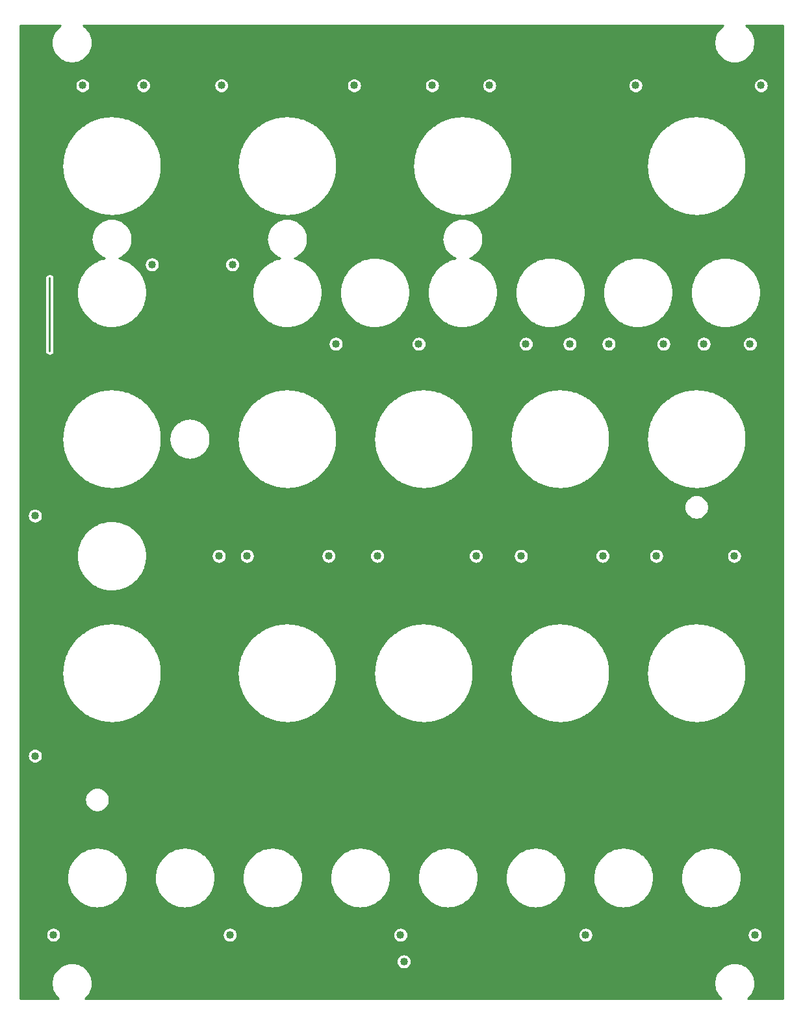
<source format=gbl>
G04 DipTrace 3.3.0.0*
G04 orgone_3_PCBPANEL.GBL*
%MOIN*%
G04 #@! TF.FileFunction,Copper,L2,Bot*
G04 #@! TF.Part,Single*
G04 #@! TA.AperFunction,CopperBalancing*
%ADD13C,0.01*%
G04 #@! TA.AperFunction,ViaPad*
%ADD14C,0.04*%
%FSLAX26Y26*%
G04*
G70*
G90*
G75*
G01*
G04 Bottom*
%LPD*%
X575266Y4127507D2*
D13*
Y3752508D1*
D14*
X2392533Y622835D3*
X2044052Y3789257D3*
X2469008D3*
X3018950D3*
X3243927D3*
X3443906D3*
X3725126D3*
X1587850Y2702257D3*
X2006556D3*
X2256530D3*
X2762727D3*
X2993953D3*
X3412659D3*
X3687630D3*
X4087588D3*
X1444115D3*
X500465Y2908493D3*
Y1677373D3*
X1100402Y4195858D3*
X1512766Y4196257D3*
X3931354Y3789257D3*
X4168829D3*
X744189Y5114512D3*
X1056656D3*
X1456614D3*
X2137793Y5114257D3*
X2537751D3*
X2831470D3*
X3581391Y5114512D3*
X4225073Y5114257D3*
X594205Y759257D3*
X2375268D3*
X3325168D3*
X4193827D3*
X1500360D3*
X425016Y5412638D2*
D13*
X617675D1*
X760357D2*
X4018064D1*
X4160514D2*
X4338016D1*
X425016Y5402769D2*
X608064D1*
X769967D2*
X4008436D1*
X4170143D2*
X4338016D1*
X425016Y5392900D2*
X600584D1*
X777448D2*
X4000936D1*
X4177643D2*
X4338016D1*
X425016Y5383031D2*
X594744D1*
X783287D2*
X3995096D1*
X4183503D2*
X4338016D1*
X425016Y5373163D2*
X590252D1*
X787780D2*
X3990564D1*
X4188014D2*
X4338016D1*
X425016Y5363294D2*
X586912D1*
X791119D2*
X3987205D1*
X4191373D2*
X4338016D1*
X425016Y5353425D2*
X584608D1*
X793424D2*
X3984900D1*
X4193678D2*
X4338016D1*
X425016Y5343556D2*
X583280D1*
X794752D2*
X3983552D1*
X4195025D2*
X4338016D1*
X425016Y5333688D2*
X582888D1*
X795143D2*
X3983163D1*
X4195416D2*
X4338016D1*
X425016Y5323819D2*
X583436D1*
X794596D2*
X3983689D1*
X4194888D2*
X4338016D1*
X425016Y5313950D2*
X584920D1*
X793112D2*
X3985175D1*
X4193424D2*
X4338016D1*
X425016Y5304081D2*
X587381D1*
X790651D2*
X3987635D1*
X4190963D2*
X4338016D1*
X425016Y5294213D2*
X590916D1*
X787115D2*
X3991151D1*
X4187448D2*
X4338016D1*
X425016Y5284344D2*
X595623D1*
X782408D2*
X3995839D1*
X4182740D2*
X4338016D1*
X425016Y5274475D2*
X601717D1*
X776315D2*
X4001912D1*
X4176667D2*
X4338016D1*
X425016Y5264606D2*
X609491D1*
X768541D2*
X4009667D1*
X4168912D2*
X4338016D1*
X425016Y5254738D2*
X619529D1*
X758503D2*
X4019685D1*
X4158892D2*
X4338016D1*
X425016Y5244869D2*
X633084D1*
X744948D2*
X4033182D1*
X4145396D2*
X4338016D1*
X425016Y5235000D2*
X654080D1*
X723951D2*
X4054041D1*
X4124537D2*
X4338016D1*
X425016Y5225131D2*
X4338016D1*
X425016Y5215262D2*
X4338016D1*
X425016Y5205394D2*
X4338016D1*
X425016Y5195525D2*
X4338016D1*
X425016Y5185656D2*
X4338016D1*
X425016Y5175787D2*
X4338016D1*
X425016Y5165919D2*
X4338016D1*
X425016Y5156050D2*
X4338016D1*
X425016Y5146181D2*
X721463D1*
X766900D2*
X1033944D1*
X1079381D2*
X1433904D1*
X1479323D2*
X2115448D1*
X2160143D2*
X2515408D1*
X2560084D2*
X2809139D1*
X2853815D2*
X3558671D1*
X3604108D2*
X4202732D1*
X4247408D2*
X4338016D1*
X425016Y5136312D2*
X711580D1*
X776803D2*
X1024041D1*
X1089264D2*
X1424003D1*
X1489224D2*
X2105349D1*
X2170220D2*
X2505311D1*
X2570182D2*
X2799041D1*
X2863912D2*
X3548787D1*
X3614010D2*
X4192635D1*
X4257507D2*
X4338016D1*
X425016Y5126444D2*
X706697D1*
X781685D2*
X1019159D1*
X1094147D2*
X1419119D1*
X1494108D2*
X2100369D1*
X2175201D2*
X2500331D1*
X2575163D2*
X2794060D1*
X2868892D2*
X3543885D1*
X3618892D2*
X4187655D1*
X4262487D2*
X4338016D1*
X425016Y5116575D2*
X704843D1*
X783541D2*
X1017303D1*
X1096003D2*
X1417264D1*
X1495963D2*
X2098455D1*
X2177115D2*
X2498416D1*
X2577076D2*
X2792147D1*
X2870807D2*
X3542049D1*
X3620728D2*
X4185740D1*
X4264400D2*
X4338016D1*
X425016Y5106706D2*
X705584D1*
X782780D2*
X1018064D1*
X1095260D2*
X1418025D1*
X1495220D2*
X2099139D1*
X2176451D2*
X2499100D1*
X2576392D2*
X2792811D1*
X2870123D2*
X3542791D1*
X3619987D2*
X4186424D1*
X4263717D2*
X4338016D1*
X425016Y5096837D2*
X709100D1*
X779283D2*
X1021560D1*
X1091744D2*
X1421521D1*
X1491705D2*
X2102576D1*
X2173014D2*
X2502537D1*
X2572975D2*
X2796248D1*
X2866685D2*
X3546307D1*
X3616491D2*
X4189861D1*
X4260299D2*
X4338016D1*
X425016Y5086969D2*
X716424D1*
X771940D2*
X1028904D1*
X1084420D2*
X1428865D1*
X1484361D2*
X2109783D1*
X2165807D2*
X2509724D1*
X2565768D2*
X2803455D1*
X2859479D2*
X3553631D1*
X3609147D2*
X4197049D1*
X4253092D2*
X4338016D1*
X425016Y5077100D2*
X734529D1*
X753835D2*
X1047010D1*
X1066315D2*
X1446951D1*
X1466276D2*
X2127108D1*
X2148483D2*
X2527068D1*
X2548444D2*
X2820780D1*
X2842155D2*
X3571736D1*
X3591041D2*
X4214392D1*
X4235768D2*
X4338016D1*
X425016Y5067231D2*
X4338016D1*
X425016Y5057362D2*
X4338016D1*
X425016Y5047493D2*
X4338016D1*
X425016Y5037625D2*
X4338016D1*
X425016Y5027756D2*
X4338016D1*
X425016Y5017887D2*
X4338016D1*
X425016Y5008018D2*
X4338016D1*
X425016Y4998150D2*
X4338016D1*
X425016Y4988281D2*
X4338016D1*
X425016Y4978412D2*
X4338016D1*
X425016Y4968543D2*
X4338016D1*
X425016Y4958675D2*
X4338016D1*
X425016Y4948806D2*
X826463D1*
X961568D2*
X1726463D1*
X1861568D2*
X2626463D1*
X2761568D2*
X3826463D1*
X3961568D2*
X4338016D1*
X425016Y4938937D2*
X797147D1*
X990885D2*
X1697147D1*
X1890885D2*
X2597147D1*
X2790885D2*
X3797147D1*
X3990885D2*
X4338016D1*
X425016Y4929068D2*
X775701D1*
X1012331D2*
X1675701D1*
X1912331D2*
X2575701D1*
X2812331D2*
X3775701D1*
X4012331D2*
X4338016D1*
X425016Y4919199D2*
X758339D1*
X1029693D2*
X1658339D1*
X1929693D2*
X2558339D1*
X2829693D2*
X3758339D1*
X4029693D2*
X4338016D1*
X425016Y4909331D2*
X743631D1*
X1044400D2*
X1643631D1*
X1944400D2*
X2543631D1*
X2844400D2*
X3743631D1*
X4044400D2*
X4338016D1*
X425016Y4899462D2*
X730839D1*
X1057193D2*
X1630839D1*
X1957193D2*
X2530839D1*
X2857193D2*
X3730839D1*
X4057193D2*
X4338016D1*
X425016Y4889593D2*
X719549D1*
X1068483D2*
X1619549D1*
X1968483D2*
X2519549D1*
X2868483D2*
X3719549D1*
X4068483D2*
X4338016D1*
X425016Y4879724D2*
X709471D1*
X1078560D2*
X1609471D1*
X1978560D2*
X2509471D1*
X2878560D2*
X3709471D1*
X4078560D2*
X4338016D1*
X425016Y4869856D2*
X700448D1*
X1087584D2*
X1600448D1*
X1987584D2*
X2500448D1*
X2887584D2*
X3700448D1*
X4087584D2*
X4338016D1*
X425016Y4859987D2*
X692283D1*
X1095748D2*
X1592283D1*
X1995748D2*
X2492283D1*
X2895748D2*
X3692283D1*
X4095748D2*
X4338016D1*
X425016Y4850118D2*
X684920D1*
X1103112D2*
X1584920D1*
X2003112D2*
X2484920D1*
X2903112D2*
X3684920D1*
X4103112D2*
X4338016D1*
X425016Y4840249D2*
X678260D1*
X1109772D2*
X1578260D1*
X2009772D2*
X2478260D1*
X2909772D2*
X3678260D1*
X4109772D2*
X4338016D1*
X425016Y4830381D2*
X672244D1*
X1115787D2*
X1572244D1*
X2015787D2*
X2472244D1*
X2915787D2*
X3672244D1*
X4115787D2*
X4338016D1*
X425016Y4820512D2*
X666815D1*
X1121217D2*
X1566815D1*
X2021217D2*
X2466815D1*
X2921217D2*
X3666815D1*
X4121217D2*
X4338016D1*
X425016Y4810643D2*
X661932D1*
X1126100D2*
X1561932D1*
X2026100D2*
X2461932D1*
X2926100D2*
X3661932D1*
X4126100D2*
X4338016D1*
X425016Y4800774D2*
X657576D1*
X1130455D2*
X1557576D1*
X2030455D2*
X2457576D1*
X2930455D2*
X3657576D1*
X4130455D2*
X4338016D1*
X425016Y4790906D2*
X653689D1*
X1134343D2*
X1553689D1*
X2034343D2*
X2453689D1*
X2934343D2*
X3653689D1*
X4134343D2*
X4338016D1*
X425016Y4781037D2*
X650272D1*
X1137760D2*
X1550272D1*
X2037760D2*
X2450272D1*
X2937760D2*
X3650272D1*
X4137760D2*
X4338016D1*
X425016Y4771168D2*
X647303D1*
X1140728D2*
X1547303D1*
X2040728D2*
X2447303D1*
X2940728D2*
X3647303D1*
X4140728D2*
X4338016D1*
X425016Y4761299D2*
X644744D1*
X1143287D2*
X1544744D1*
X2043287D2*
X2444744D1*
X2943287D2*
X3644744D1*
X4143287D2*
X4338016D1*
X425016Y4751430D2*
X642615D1*
X1145416D2*
X1542615D1*
X2045416D2*
X2442615D1*
X2945416D2*
X3642615D1*
X4145416D2*
X4338016D1*
X425016Y4741562D2*
X640896D1*
X1147135D2*
X1540896D1*
X2047135D2*
X2440896D1*
X2947135D2*
X3640896D1*
X4147135D2*
X4338016D1*
X425016Y4731693D2*
X639568D1*
X1148463D2*
X1539568D1*
X2048463D2*
X2439568D1*
X2948463D2*
X3639568D1*
X4148463D2*
X4338016D1*
X425016Y4721824D2*
X638612D1*
X1149420D2*
X1538612D1*
X2049420D2*
X2438612D1*
X2949420D2*
X3638612D1*
X4149420D2*
X4338016D1*
X425016Y4711955D2*
X638064D1*
X1149967D2*
X1538064D1*
X2049967D2*
X2438064D1*
X2949967D2*
X3638064D1*
X4149967D2*
X4338016D1*
X425016Y4702087D2*
X637888D1*
X1150143D2*
X1537888D1*
X2050143D2*
X2437888D1*
X2950143D2*
X3637888D1*
X4150143D2*
X4338016D1*
X425016Y4692218D2*
X638084D1*
X1149948D2*
X1538084D1*
X2049948D2*
X2438084D1*
X2949948D2*
X3638084D1*
X4149948D2*
X4338016D1*
X425016Y4682349D2*
X638689D1*
X1149343D2*
X1538689D1*
X2049343D2*
X2438689D1*
X2949343D2*
X3638689D1*
X4149343D2*
X4338016D1*
X425016Y4672480D2*
X639667D1*
X1148365D2*
X1539667D1*
X2048365D2*
X2439667D1*
X2948365D2*
X3639667D1*
X4148365D2*
X4338016D1*
X425016Y4662612D2*
X641014D1*
X1147017D2*
X1541014D1*
X2047017D2*
X2441014D1*
X2947017D2*
X3641014D1*
X4147017D2*
X4338016D1*
X425016Y4652743D2*
X642791D1*
X1145240D2*
X1542791D1*
X2045240D2*
X2442791D1*
X2945240D2*
X3642791D1*
X4145240D2*
X4338016D1*
X425016Y4642874D2*
X644959D1*
X1143072D2*
X1544959D1*
X2043072D2*
X2444959D1*
X2943072D2*
X3644959D1*
X4143072D2*
X4338016D1*
X425016Y4633005D2*
X647537D1*
X1140495D2*
X1547537D1*
X2040495D2*
X2447537D1*
X2940495D2*
X3647537D1*
X4140495D2*
X4338016D1*
X425016Y4623136D2*
X650545D1*
X1137487D2*
X1550545D1*
X2037487D2*
X2450545D1*
X2937487D2*
X3650545D1*
X4137487D2*
X4338016D1*
X425016Y4613268D2*
X654003D1*
X1134029D2*
X1554003D1*
X2034029D2*
X2454003D1*
X2934029D2*
X3654003D1*
X4134029D2*
X4338016D1*
X425016Y4603399D2*
X657928D1*
X1130104D2*
X1557928D1*
X2030104D2*
X2457928D1*
X2930104D2*
X3657928D1*
X4130104D2*
X4338016D1*
X425016Y4593530D2*
X662323D1*
X1125709D2*
X1562323D1*
X2025709D2*
X2462323D1*
X2925709D2*
X3662323D1*
X4125709D2*
X4338016D1*
X425016Y4583661D2*
X667264D1*
X1120768D2*
X1567264D1*
X2020768D2*
X2467264D1*
X2920768D2*
X3667264D1*
X4120768D2*
X4338016D1*
X425016Y4573793D2*
X672732D1*
X1115299D2*
X1572732D1*
X2015299D2*
X2472732D1*
X2915299D2*
X3672732D1*
X4115299D2*
X4338016D1*
X425016Y4563924D2*
X678807D1*
X1109224D2*
X1578807D1*
X2009224D2*
X2478807D1*
X2909224D2*
X3678807D1*
X4109224D2*
X4338016D1*
X425016Y4554055D2*
X685525D1*
X1102507D2*
X1585525D1*
X2002507D2*
X2485525D1*
X2902507D2*
X3685525D1*
X4102507D2*
X4338016D1*
X425016Y4544186D2*
X692948D1*
X1095084D2*
X1592948D1*
X1995084D2*
X2492948D1*
X2895084D2*
X3692948D1*
X4095084D2*
X4338016D1*
X425016Y4534318D2*
X701171D1*
X1086861D2*
X1601171D1*
X1986861D2*
X2501171D1*
X2886861D2*
X3701171D1*
X4086861D2*
X4338016D1*
X425016Y4524449D2*
X710291D1*
X1077740D2*
X1610291D1*
X1977740D2*
X2510291D1*
X2877740D2*
X3710291D1*
X4077740D2*
X4338016D1*
X425016Y4514580D2*
X720467D1*
X1067564D2*
X1620467D1*
X1967564D2*
X2520467D1*
X2867564D2*
X3720467D1*
X4067564D2*
X4338016D1*
X425016Y4504711D2*
X731873D1*
X1056159D2*
X1631873D1*
X1956159D2*
X2531873D1*
X2856159D2*
X3731873D1*
X4056159D2*
X4338016D1*
X425016Y4494843D2*
X744803D1*
X1043228D2*
X1644803D1*
X1943228D2*
X2544803D1*
X2843228D2*
X3744803D1*
X4043228D2*
X4338016D1*
X425016Y4484974D2*
X759705D1*
X1028327D2*
X1659705D1*
X1928327D2*
X2559705D1*
X2828327D2*
X3759705D1*
X4028327D2*
X4338016D1*
X425016Y4475105D2*
X777343D1*
X1010689D2*
X1677343D1*
X1910689D2*
X2577343D1*
X2810689D2*
X3777343D1*
X4010689D2*
X4338016D1*
X425016Y4465236D2*
X799236D1*
X988795D2*
X1699236D1*
X1888795D2*
X2599236D1*
X2788795D2*
X3799236D1*
X3988795D2*
X4338016D1*
X425016Y4455367D2*
X829667D1*
X958365D2*
X1729667D1*
X1858365D2*
X2629667D1*
X2758365D2*
X3829667D1*
X3958365D2*
X4338016D1*
X425016Y4445499D2*
X4338016D1*
X425016Y4435630D2*
X4338016D1*
X425016Y4425761D2*
X855623D1*
X932408D2*
X1755623D1*
X1832408D2*
X2655623D1*
X2732408D2*
X4338016D1*
X425016Y4415892D2*
X836092D1*
X951940D2*
X1736092D1*
X1851940D2*
X2636092D1*
X2751940D2*
X4338016D1*
X425016Y4406024D2*
X823104D1*
X964928D2*
X1723104D1*
X1864928D2*
X2623104D1*
X2764928D2*
X4338016D1*
X425016Y4396155D2*
X813396D1*
X974635D2*
X1713396D1*
X1874635D2*
X2613396D1*
X2774635D2*
X4338016D1*
X425016Y4386286D2*
X805857D1*
X982175D2*
X1705857D1*
X1882175D2*
X2605857D1*
X2782175D2*
X4338016D1*
X425016Y4376417D2*
X799959D1*
X988072D2*
X1699959D1*
X1888072D2*
X2599959D1*
X2788072D2*
X4338016D1*
X425016Y4366549D2*
X795408D1*
X992623D2*
X1695408D1*
X1892623D2*
X2595408D1*
X2792623D2*
X4338016D1*
X425016Y4356680D2*
X792010D1*
X996021D2*
X1692010D1*
X1896021D2*
X2592010D1*
X2796021D2*
X4338016D1*
X425016Y4346811D2*
X789667D1*
X998365D2*
X1689667D1*
X1898365D2*
X2589667D1*
X2798365D2*
X4338016D1*
X425016Y4336942D2*
X788319D1*
X999713D2*
X1688319D1*
X1899713D2*
X2588319D1*
X2799713D2*
X4338016D1*
X425016Y4327073D2*
X787888D1*
X1000143D2*
X1687888D1*
X1900143D2*
X2587888D1*
X2800143D2*
X4338016D1*
X425016Y4317205D2*
X788396D1*
X999635D2*
X1688396D1*
X1899635D2*
X2588396D1*
X2799635D2*
X4338016D1*
X425016Y4307336D2*
X789843D1*
X998189D2*
X1689843D1*
X1898189D2*
X2589843D1*
X2798189D2*
X4338016D1*
X425016Y4297467D2*
X792264D1*
X995768D2*
X1692264D1*
X1895768D2*
X2592264D1*
X2795768D2*
X4338016D1*
X425016Y4287598D2*
X795760D1*
X992272D2*
X1695760D1*
X1892272D2*
X2595760D1*
X2792272D2*
X4338016D1*
X425016Y4277730D2*
X800408D1*
X987623D2*
X1700408D1*
X1887623D2*
X2600408D1*
X2787623D2*
X4338016D1*
X425016Y4267861D2*
X806444D1*
X981588D2*
X1706444D1*
X1881588D2*
X2606444D1*
X2781588D2*
X4338016D1*
X425016Y4257992D2*
X814139D1*
X973892D2*
X1714139D1*
X1873892D2*
X2614139D1*
X2773892D2*
X4338016D1*
X425016Y4248123D2*
X824080D1*
X963951D2*
X1724080D1*
X1863951D2*
X2624080D1*
X2763951D2*
X4338016D1*
X425016Y4238255D2*
X837459D1*
X950572D2*
X1737459D1*
X1850572D2*
X2637459D1*
X2750572D2*
X4338016D1*
X425016Y4228386D2*
X854100D1*
X933932D2*
X1079003D1*
X1121803D2*
X1490740D1*
X1534791D2*
X1754100D1*
X1833932D2*
X2204100D1*
X2283932D2*
X2654100D1*
X2733932D2*
X3104100D1*
X3183932D2*
X3554100D1*
X3633932D2*
X4004100D1*
X4083932D2*
X4338016D1*
X425016Y4218517D2*
X823104D1*
X964928D2*
X1068396D1*
X1132408D2*
X1480467D1*
X1545064D2*
X1723104D1*
X1864928D2*
X2173104D1*
X2314928D2*
X2623104D1*
X2764928D2*
X3073104D1*
X3214928D2*
X3523104D1*
X3664928D2*
X3973104D1*
X4114928D2*
X4338016D1*
X425016Y4208648D2*
X803201D1*
X984831D2*
X1063201D1*
X1137604D2*
X1475428D1*
X1550104D2*
X1703201D1*
X1884831D2*
X2153201D1*
X2334831D2*
X2603201D1*
X2784831D2*
X3053201D1*
X3234831D2*
X3503201D1*
X3684831D2*
X3953201D1*
X4134831D2*
X4338016D1*
X425016Y4198780D2*
X787888D1*
X1000143D2*
X1061112D1*
X1139693D2*
X1473455D1*
X1552076D2*
X1687888D1*
X1900143D2*
X2137888D1*
X2350143D2*
X2587888D1*
X2800143D2*
X3037888D1*
X3250143D2*
X3487888D1*
X3700143D2*
X3937888D1*
X4150143D2*
X4338016D1*
X425016Y4188911D2*
X775369D1*
X1012663D2*
X1061639D1*
X1139167D2*
X1474080D1*
X1551451D2*
X1675369D1*
X1912663D2*
X2125369D1*
X2362663D2*
X2575369D1*
X2812663D2*
X3025369D1*
X3262663D2*
X3475369D1*
X3712663D2*
X3925369D1*
X4162663D2*
X4338016D1*
X425016Y4179042D2*
X764823D1*
X1023209D2*
X1064881D1*
X1135924D2*
X1477440D1*
X1548092D2*
X1664823D1*
X1923209D2*
X2114823D1*
X2373209D2*
X2564823D1*
X2823209D2*
X3014823D1*
X3273209D2*
X3464823D1*
X3723209D2*
X3914823D1*
X4173209D2*
X4338016D1*
X425016Y4169173D2*
X755780D1*
X1032252D2*
X1071795D1*
X1129010D2*
X1484549D1*
X1540983D2*
X1655780D1*
X1932252D2*
X2105780D1*
X2382252D2*
X2555780D1*
X2832252D2*
X3005780D1*
X3282252D2*
X3455780D1*
X3732252D2*
X3905780D1*
X4182252D2*
X4338016D1*
X425016Y4159304D2*
X747967D1*
X1040064D2*
X1087635D1*
X1113171D2*
X1501327D1*
X1524205D2*
X1647967D1*
X1940064D2*
X2097967D1*
X2390064D2*
X2547967D1*
X2840064D2*
X2997967D1*
X3290064D2*
X3447967D1*
X3740064D2*
X3897967D1*
X4190064D2*
X4338016D1*
X425016Y4149436D2*
X566131D1*
X584400D2*
X741189D1*
X1046843D2*
X1641189D1*
X1946843D2*
X2091189D1*
X2396843D2*
X2541189D1*
X2846843D2*
X2991189D1*
X3296843D2*
X3441189D1*
X3746843D2*
X3891189D1*
X4196843D2*
X4338016D1*
X425016Y4139567D2*
X554236D1*
X596295D2*
X735331D1*
X1052701D2*
X1635331D1*
X1952701D2*
X2085331D1*
X2402701D2*
X2535331D1*
X2852701D2*
X2985331D1*
X3302701D2*
X3435331D1*
X3752701D2*
X3885331D1*
X4202701D2*
X4338016D1*
X425016Y4129698D2*
X550975D1*
X599556D2*
X730272D1*
X1057760D2*
X1630272D1*
X1957760D2*
X2080272D1*
X2407760D2*
X2530272D1*
X2857760D2*
X2980272D1*
X3307760D2*
X3430272D1*
X3757760D2*
X3880272D1*
X4207760D2*
X4338016D1*
X425016Y4119829D2*
X550877D1*
X599655D2*
X725936D1*
X1062096D2*
X1625936D1*
X1962096D2*
X2075936D1*
X2412096D2*
X2525936D1*
X2862096D2*
X2975936D1*
X3312096D2*
X3425936D1*
X3762096D2*
X3875936D1*
X4212096D2*
X4338016D1*
X425016Y4109961D2*
X550877D1*
X599655D2*
X722283D1*
X1065748D2*
X1622283D1*
X1965748D2*
X2072283D1*
X2415748D2*
X2522283D1*
X2865748D2*
X2972283D1*
X3315748D2*
X3422283D1*
X3765748D2*
X3872283D1*
X4215748D2*
X4338016D1*
X425016Y4100092D2*
X550877D1*
X599655D2*
X719276D1*
X1068756D2*
X1619276D1*
X1968756D2*
X2069276D1*
X2418756D2*
X2519276D1*
X2868756D2*
X2969276D1*
X3318756D2*
X3419276D1*
X3768756D2*
X3869276D1*
X4218756D2*
X4338016D1*
X425016Y4090223D2*
X550877D1*
X599655D2*
X716873D1*
X1071159D2*
X1616873D1*
X1971159D2*
X2066873D1*
X2421159D2*
X2516873D1*
X2871159D2*
X2966873D1*
X3321159D2*
X3416873D1*
X3771159D2*
X3866873D1*
X4221159D2*
X4338016D1*
X425016Y4080354D2*
X550877D1*
X599655D2*
X715056D1*
X1072975D2*
X1615056D1*
X1972975D2*
X2065056D1*
X2422975D2*
X2515056D1*
X2872975D2*
X2965056D1*
X3322975D2*
X3415056D1*
X3772975D2*
X3865056D1*
X4222975D2*
X4338016D1*
X425016Y4070486D2*
X550877D1*
X599655D2*
X713787D1*
X1074244D2*
X1613787D1*
X1974244D2*
X2063787D1*
X2424244D2*
X2513787D1*
X2874244D2*
X2963787D1*
X3324244D2*
X3413787D1*
X3774244D2*
X3863787D1*
X4224244D2*
X4338016D1*
X425016Y4060617D2*
X550877D1*
X599655D2*
X713064D1*
X1074967D2*
X1613064D1*
X1974967D2*
X2063064D1*
X2424967D2*
X2513064D1*
X2874967D2*
X2963064D1*
X3324967D2*
X3413064D1*
X3774967D2*
X3863064D1*
X4224967D2*
X4338016D1*
X425016Y4050748D2*
X550877D1*
X599655D2*
X712888D1*
X1075143D2*
X1612888D1*
X1975143D2*
X2062888D1*
X2425143D2*
X2512888D1*
X2875143D2*
X2962888D1*
X3325143D2*
X3412888D1*
X3775143D2*
X3862888D1*
X4225143D2*
X4338016D1*
X425016Y4040879D2*
X550877D1*
X599655D2*
X713260D1*
X1074772D2*
X1613260D1*
X1974772D2*
X2063260D1*
X2424772D2*
X2513260D1*
X2874772D2*
X2963260D1*
X3324772D2*
X3413260D1*
X3774772D2*
X3863260D1*
X4224772D2*
X4338016D1*
X425016Y4031010D2*
X550877D1*
X599655D2*
X714178D1*
X1073853D2*
X1614178D1*
X1973853D2*
X2064178D1*
X2423853D2*
X2514178D1*
X2873853D2*
X2964178D1*
X3323853D2*
X3414178D1*
X3773853D2*
X3864178D1*
X4223853D2*
X4338016D1*
X425016Y4021142D2*
X550877D1*
X599655D2*
X715643D1*
X1072388D2*
X1615643D1*
X1972388D2*
X2065643D1*
X2422388D2*
X2515643D1*
X2872388D2*
X2965643D1*
X3322388D2*
X3415643D1*
X3772388D2*
X3865643D1*
X4222388D2*
X4338016D1*
X425016Y4011273D2*
X550877D1*
X599655D2*
X717675D1*
X1070357D2*
X1617675D1*
X1970357D2*
X2067675D1*
X2420357D2*
X2517675D1*
X2870357D2*
X2967675D1*
X3320357D2*
X3417675D1*
X3770357D2*
X3867675D1*
X4220357D2*
X4338016D1*
X425016Y4001404D2*
X550877D1*
X599655D2*
X720291D1*
X1067740D2*
X1620291D1*
X1967740D2*
X2070291D1*
X2417740D2*
X2520291D1*
X2867740D2*
X2970291D1*
X3317740D2*
X3420291D1*
X3767740D2*
X3870291D1*
X4217740D2*
X4338016D1*
X425016Y3991535D2*
X550877D1*
X599655D2*
X723514D1*
X1064517D2*
X1623514D1*
X1964517D2*
X2073514D1*
X2414517D2*
X2523514D1*
X2864517D2*
X2973514D1*
X3314517D2*
X3423514D1*
X3764517D2*
X3873514D1*
X4214517D2*
X4338016D1*
X425016Y3981667D2*
X550877D1*
X599655D2*
X727400D1*
X1060631D2*
X1627400D1*
X1960631D2*
X2077400D1*
X2410631D2*
X2527400D1*
X2860631D2*
X2977400D1*
X3310631D2*
X3427400D1*
X3760631D2*
X3877400D1*
X4210631D2*
X4338016D1*
X425016Y3971798D2*
X550877D1*
X599655D2*
X731971D1*
X1056060D2*
X1631971D1*
X1956060D2*
X2081971D1*
X2406060D2*
X2531971D1*
X2856060D2*
X2981971D1*
X3306060D2*
X3431971D1*
X3756060D2*
X3881971D1*
X4206060D2*
X4338016D1*
X425016Y3961929D2*
X550877D1*
X599655D2*
X737323D1*
X1050709D2*
X1637323D1*
X1950709D2*
X2087323D1*
X2400709D2*
X2537323D1*
X2850709D2*
X2987323D1*
X3300709D2*
X3437323D1*
X3750709D2*
X3887323D1*
X4200709D2*
X4338016D1*
X425016Y3952060D2*
X550877D1*
X599655D2*
X743495D1*
X1044537D2*
X1643495D1*
X1944537D2*
X2093495D1*
X2394537D2*
X2543495D1*
X2844537D2*
X2993495D1*
X3294537D2*
X3443495D1*
X3744537D2*
X3893495D1*
X4194537D2*
X4338016D1*
X425016Y3942192D2*
X550877D1*
X599655D2*
X750623D1*
X1037408D2*
X1650623D1*
X1937408D2*
X2100623D1*
X2387408D2*
X2550623D1*
X2837408D2*
X3000623D1*
X3287408D2*
X3450623D1*
X3737408D2*
X3900623D1*
X4187408D2*
X4338016D1*
X425016Y3932323D2*
X550877D1*
X599655D2*
X758846D1*
X1029185D2*
X1658846D1*
X1929185D2*
X2108846D1*
X2379185D2*
X2558846D1*
X2829185D2*
X3008846D1*
X3279185D2*
X3458846D1*
X3729185D2*
X3908846D1*
X4179185D2*
X4338016D1*
X425016Y3922454D2*
X550877D1*
X599655D2*
X768377D1*
X1019655D2*
X1668377D1*
X1919655D2*
X2118377D1*
X2369655D2*
X2568377D1*
X2819655D2*
X3018377D1*
X3269655D2*
X3468377D1*
X3719655D2*
X3918377D1*
X4169655D2*
X4338016D1*
X425016Y3912585D2*
X550877D1*
X599655D2*
X779568D1*
X1008463D2*
X1679568D1*
X1908463D2*
X2129568D1*
X2358463D2*
X2579568D1*
X2808463D2*
X3029568D1*
X3258463D2*
X3479568D1*
X3708463D2*
X3929568D1*
X4158463D2*
X4338016D1*
X425016Y3902717D2*
X550877D1*
X599655D2*
X792967D1*
X995064D2*
X1692967D1*
X1895064D2*
X2142967D1*
X2345064D2*
X2592967D1*
X2795064D2*
X3042967D1*
X3245064D2*
X3492967D1*
X3695064D2*
X3942967D1*
X4145064D2*
X4338016D1*
X425016Y3892848D2*
X550877D1*
X599655D2*
X809608D1*
X978424D2*
X1709608D1*
X1878424D2*
X2159608D1*
X2328424D2*
X2609608D1*
X2778424D2*
X3059608D1*
X3228424D2*
X3509608D1*
X3678424D2*
X3959608D1*
X4128424D2*
X4338016D1*
X425016Y3882979D2*
X550877D1*
X599655D2*
X832127D1*
X955904D2*
X1732127D1*
X1855904D2*
X2182127D1*
X2305904D2*
X2632127D1*
X2755904D2*
X3082127D1*
X3205904D2*
X3532127D1*
X3655904D2*
X3982127D1*
X4105904D2*
X4338016D1*
X425016Y3873110D2*
X550877D1*
X599655D2*
X876756D1*
X911276D2*
X1776756D1*
X1811276D2*
X2226756D1*
X2261276D2*
X2676756D1*
X2711276D2*
X3126756D1*
X3161276D2*
X3576756D1*
X3611276D2*
X4026756D1*
X4061276D2*
X4338016D1*
X425016Y3863241D2*
X550877D1*
X599655D2*
X4338016D1*
X425016Y3853373D2*
X550877D1*
X599655D2*
X4338016D1*
X425016Y3843504D2*
X550877D1*
X599655D2*
X4338016D1*
X425016Y3833635D2*
X550877D1*
X599655D2*
X4338016D1*
X425016Y3823766D2*
X550877D1*
X599655D2*
X2026209D1*
X2061900D2*
X2451171D1*
X2486843D2*
X3001112D1*
X3036783D2*
X3226092D1*
X3261764D2*
X3426072D1*
X3461744D2*
X3707283D1*
X3742975D2*
X3913514D1*
X3949205D2*
X4150995D1*
X4186667D2*
X4338016D1*
X425016Y3813898D2*
X550877D1*
X599655D2*
X2013592D1*
X2074499D2*
X2438552D1*
X2499459D2*
X2988495D1*
X3049400D2*
X3213475D1*
X3274381D2*
X3413455D1*
X3474361D2*
X3694667D1*
X3755572D2*
X3900896D1*
X3961803D2*
X4138377D1*
X4199283D2*
X4338016D1*
X425016Y3804029D2*
X550877D1*
X599655D2*
X2007615D1*
X2080495D2*
X2432556D1*
X2505455D2*
X2982499D1*
X3055396D2*
X3207479D1*
X3280377D2*
X3407459D1*
X3480357D2*
X3688689D1*
X3761568D2*
X3894900D1*
X3967799D2*
X4132381D1*
X4205280D2*
X4338016D1*
X425016Y3794160D2*
X550877D1*
X599655D2*
X2004959D1*
X2083131D2*
X2429920D1*
X2508092D2*
X2979861D1*
X3058033D2*
X3204843D1*
X3283014D2*
X3404823D1*
X3482995D2*
X3686033D1*
X3764205D2*
X3892264D1*
X3970436D2*
X4129744D1*
X4207916D2*
X4338016D1*
X425016Y3784291D2*
X550877D1*
X599655D2*
X2004979D1*
X2083131D2*
X2429940D1*
X2508092D2*
X2979881D1*
X3058033D2*
X3204843D1*
X3282995D2*
X3404823D1*
X3482975D2*
X3686052D1*
X3764205D2*
X3892283D1*
X3970436D2*
X4129744D1*
X4207916D2*
X4338016D1*
X425016Y3774423D2*
X550877D1*
X599655D2*
X2007635D1*
X2080475D2*
X2432596D1*
X2505436D2*
X2982537D1*
X3055377D2*
X3207499D1*
X3280339D2*
X3407479D1*
X3480319D2*
X3688709D1*
X3761549D2*
X3894940D1*
X3967780D2*
X4132420D1*
X4205240D2*
X4338016D1*
X425016Y3764554D2*
X550877D1*
X599655D2*
X2013651D1*
X2074459D2*
X2438612D1*
X2499400D2*
X2988552D1*
X3049343D2*
X3213533D1*
X3274323D2*
X3413514D1*
X3474303D2*
X3694724D1*
X3755533D2*
X3900955D1*
X3961744D2*
X4138436D1*
X4199224D2*
X4338016D1*
X425016Y3754685D2*
X550877D1*
X599655D2*
X2026346D1*
X2061764D2*
X2451287D1*
X2486724D2*
X3001228D1*
X3036667D2*
X3226209D1*
X3261647D2*
X3426189D1*
X3461627D2*
X3707420D1*
X3742839D2*
X3913651D1*
X3949068D2*
X4151112D1*
X4186549D2*
X4338016D1*
X425016Y3744816D2*
X552185D1*
X598346D2*
X4338016D1*
X425016Y3734948D2*
X558827D1*
X591705D2*
X4338016D1*
X425016Y3725079D2*
X4338016D1*
X425016Y3715210D2*
X4338016D1*
X425016Y3705341D2*
X4338016D1*
X425016Y3695472D2*
X4338016D1*
X425016Y3685604D2*
X4338016D1*
X425016Y3675735D2*
X4338016D1*
X425016Y3665866D2*
X4338016D1*
X425016Y3655997D2*
X4338016D1*
X425016Y3646129D2*
X4338016D1*
X425016Y3636260D2*
X4338016D1*
X425016Y3626391D2*
X4338016D1*
X425016Y3616522D2*
X4338016D1*
X425016Y3606654D2*
X4338016D1*
X425016Y3596785D2*
X4338016D1*
X425016Y3586916D2*
X4338016D1*
X425016Y3577047D2*
X4338016D1*
X425016Y3567178D2*
X4338016D1*
X425016Y3557310D2*
X880076D1*
X907955D2*
X1780076D1*
X1807955D2*
X2480076D1*
X2507955D2*
X3180076D1*
X3207955D2*
X3880076D1*
X3907955D2*
X4338016D1*
X425016Y3547441D2*
X821600D1*
X966432D2*
X1721600D1*
X1866432D2*
X2421600D1*
X2566432D2*
X3121600D1*
X3266432D2*
X3821600D1*
X3966432D2*
X4338016D1*
X425016Y3537572D2*
X793846D1*
X994185D2*
X1693846D1*
X1894185D2*
X2393846D1*
X2594185D2*
X3093846D1*
X3294185D2*
X3793846D1*
X3994185D2*
X4338016D1*
X425016Y3527703D2*
X773104D1*
X1014928D2*
X1673104D1*
X1914928D2*
X2373104D1*
X2614928D2*
X3073104D1*
X3314928D2*
X3773104D1*
X4014928D2*
X4338016D1*
X425016Y3517835D2*
X756171D1*
X1031861D2*
X1656171D1*
X1931861D2*
X2356171D1*
X2631861D2*
X3056171D1*
X3331861D2*
X3756171D1*
X4031861D2*
X4338016D1*
X425016Y3507966D2*
X741756D1*
X1046276D2*
X1641756D1*
X1946276D2*
X2341756D1*
X2646276D2*
X3041756D1*
X3346276D2*
X3741756D1*
X4046276D2*
X4338016D1*
X425016Y3498097D2*
X729197D1*
X1058835D2*
X1629197D1*
X1958835D2*
X2329197D1*
X2658835D2*
X3029197D1*
X3358835D2*
X3729197D1*
X4058835D2*
X4338016D1*
X425016Y3488228D2*
X718084D1*
X1069948D2*
X1618084D1*
X1969948D2*
X2318084D1*
X2669948D2*
X3018084D1*
X3369948D2*
X3718084D1*
X4069948D2*
X4338016D1*
X425016Y3478360D2*
X708163D1*
X1079869D2*
X1608163D1*
X1979869D2*
X2308163D1*
X2679869D2*
X3008163D1*
X3379869D2*
X3708163D1*
X4079869D2*
X4338016D1*
X425016Y3468491D2*
X699256D1*
X1088776D2*
X1599256D1*
X1988776D2*
X2299256D1*
X2688776D2*
X2999256D1*
X3388776D2*
X3699256D1*
X4088776D2*
X4338016D1*
X425016Y3458622D2*
X691228D1*
X1096803D2*
X1591228D1*
X1996803D2*
X2291228D1*
X2696803D2*
X2991228D1*
X3396803D2*
X3691228D1*
X4096803D2*
X4338016D1*
X425016Y3448753D2*
X683963D1*
X1104068D2*
X1583963D1*
X2004068D2*
X2283963D1*
X2704068D2*
X2983963D1*
X3404068D2*
X3683963D1*
X4104068D2*
X4338016D1*
X425016Y3438885D2*
X677400D1*
X1110631D2*
X1577400D1*
X2010631D2*
X2277400D1*
X2710631D2*
X2977400D1*
X3410631D2*
X3677400D1*
X4110631D2*
X4338016D1*
X425016Y3429016D2*
X671463D1*
X1116568D2*
X1571463D1*
X2016568D2*
X2271463D1*
X2716568D2*
X2971463D1*
X3416568D2*
X3671463D1*
X4116568D2*
X4338016D1*
X425016Y3419147D2*
X666112D1*
X1121920D2*
X1566112D1*
X2021920D2*
X2266112D1*
X2721920D2*
X2966112D1*
X3421920D2*
X3666112D1*
X4121920D2*
X4338016D1*
X425016Y3409278D2*
X661307D1*
X1126724D2*
X1561307D1*
X2026724D2*
X2261307D1*
X2726724D2*
X2961307D1*
X3426724D2*
X3661307D1*
X4126724D2*
X4338016D1*
X425016Y3399409D2*
X657010D1*
X1131021D2*
X1252244D1*
X1335787D2*
X1557010D1*
X2031021D2*
X2257010D1*
X2731021D2*
X2957010D1*
X3431021D2*
X3657010D1*
X4131021D2*
X4338016D1*
X425016Y3389541D2*
X653182D1*
X1134849D2*
X1234041D1*
X1353991D2*
X1553182D1*
X2034849D2*
X2253182D1*
X2734849D2*
X2953182D1*
X3434849D2*
X3653182D1*
X4134849D2*
X4338016D1*
X425016Y3379672D2*
X649843D1*
X1138189D2*
X1221619D1*
X1366412D2*
X1549843D1*
X2038189D2*
X2249843D1*
X2738189D2*
X2949843D1*
X3438189D2*
X3649843D1*
X4138189D2*
X4338016D1*
X425016Y3369803D2*
X646912D1*
X1141119D2*
X1212244D1*
X1375787D2*
X1546912D1*
X2041119D2*
X2246912D1*
X2741119D2*
X2946912D1*
X3441119D2*
X3646912D1*
X4141119D2*
X4338016D1*
X425016Y3359934D2*
X644432D1*
X1143600D2*
X1204959D1*
X1383072D2*
X1544432D1*
X2043600D2*
X2244432D1*
X2743600D2*
X2944432D1*
X3443600D2*
X3644432D1*
X4143600D2*
X4338016D1*
X425016Y3350066D2*
X642361D1*
X1145671D2*
X1199256D1*
X1388776D2*
X1542361D1*
X2045671D2*
X2242361D1*
X2745671D2*
X2942361D1*
X3445671D2*
X3642361D1*
X4145671D2*
X4338016D1*
X425016Y3340197D2*
X640682D1*
X1147349D2*
X1194881D1*
X1393151D2*
X1540682D1*
X2047349D2*
X2240682D1*
X2747349D2*
X2940682D1*
X3447349D2*
X3640682D1*
X4147349D2*
X4338016D1*
X425016Y3330328D2*
X639412D1*
X1148619D2*
X1191639D1*
X1396392D2*
X1539412D1*
X2048619D2*
X2239412D1*
X2748619D2*
X2939412D1*
X3448619D2*
X3639412D1*
X4148619D2*
X4338016D1*
X425016Y3320459D2*
X638514D1*
X1149517D2*
X1189432D1*
X1398600D2*
X1538514D1*
X2049517D2*
X2238514D1*
X2749517D2*
X2938514D1*
X3449517D2*
X3638514D1*
X4149517D2*
X4338016D1*
X425016Y3310591D2*
X638007D1*
X1150025D2*
X1188201D1*
X1399831D2*
X1538007D1*
X2050025D2*
X2238007D1*
X2750025D2*
X2938007D1*
X3450025D2*
X3638007D1*
X4150025D2*
X4338016D1*
X425016Y3300722D2*
X637888D1*
X1150143D2*
X1187908D1*
X1400123D2*
X1537888D1*
X2050143D2*
X2237888D1*
X2750143D2*
X2937888D1*
X3450143D2*
X3637888D1*
X4150143D2*
X4338016D1*
X425016Y3290853D2*
X638143D1*
X1149888D2*
X1188533D1*
X1399499D2*
X1538143D1*
X2049888D2*
X2238143D1*
X2749888D2*
X2938143D1*
X3449888D2*
X3638143D1*
X4149888D2*
X4338016D1*
X425016Y3280984D2*
X638787D1*
X1149244D2*
X1190115D1*
X1397916D2*
X1538787D1*
X2049244D2*
X2238787D1*
X2749244D2*
X2938787D1*
X3449244D2*
X3638787D1*
X4149244D2*
X4338016D1*
X425016Y3271115D2*
X639823D1*
X1148209D2*
X1192675D1*
X1395357D2*
X1539823D1*
X2048209D2*
X2239823D1*
X2748209D2*
X2939823D1*
X3448209D2*
X3639823D1*
X4148209D2*
X4338016D1*
X425016Y3261247D2*
X641248D1*
X1146783D2*
X1196327D1*
X1391705D2*
X1541248D1*
X2046783D2*
X2241248D1*
X2746783D2*
X2941248D1*
X3446783D2*
X3641248D1*
X4146783D2*
X4338016D1*
X425016Y3251378D2*
X643064D1*
X1144967D2*
X1201151D1*
X1386881D2*
X1543064D1*
X2044967D2*
X2243064D1*
X2744967D2*
X2943064D1*
X3444967D2*
X3643064D1*
X4144967D2*
X4338016D1*
X425016Y3241509D2*
X645291D1*
X1142740D2*
X1207381D1*
X1380651D2*
X1545291D1*
X2042740D2*
X2245291D1*
X2742740D2*
X2945291D1*
X3442740D2*
X3645291D1*
X4142740D2*
X4338016D1*
X425016Y3231640D2*
X647928D1*
X1140104D2*
X1215349D1*
X1372682D2*
X1547928D1*
X2040104D2*
X2247928D1*
X2740104D2*
X2947928D1*
X3440104D2*
X3647928D1*
X4140104D2*
X4338016D1*
X425016Y3221772D2*
X650995D1*
X1137037D2*
X1225682D1*
X1362349D2*
X1550995D1*
X2037037D2*
X2250995D1*
X2737037D2*
X2950995D1*
X3437037D2*
X3650995D1*
X4137037D2*
X4338016D1*
X425016Y3211903D2*
X654510D1*
X1133521D2*
X1239685D1*
X1348346D2*
X1554510D1*
X2033521D2*
X2254510D1*
X2733521D2*
X2954510D1*
X3433521D2*
X3654510D1*
X4133521D2*
X4338016D1*
X425016Y3202034D2*
X658495D1*
X1129537D2*
X1262068D1*
X1325963D2*
X1558495D1*
X2029537D2*
X2258495D1*
X2729537D2*
X2958495D1*
X3429537D2*
X3658495D1*
X4129537D2*
X4338016D1*
X425016Y3192165D2*
X662987D1*
X1125045D2*
X1562987D1*
X2025045D2*
X2262987D1*
X2725045D2*
X2962987D1*
X3425045D2*
X3662987D1*
X4125045D2*
X4338016D1*
X425016Y3182297D2*
X667987D1*
X1120045D2*
X1567987D1*
X2020045D2*
X2267987D1*
X2720045D2*
X2967987D1*
X3420045D2*
X3667987D1*
X4120045D2*
X4338016D1*
X425016Y3172428D2*
X673533D1*
X1114499D2*
X1573533D1*
X2014499D2*
X2273533D1*
X2714499D2*
X2973533D1*
X3414499D2*
X3673533D1*
X4114499D2*
X4338016D1*
X425016Y3162559D2*
X679685D1*
X1108346D2*
X1579685D1*
X2008346D2*
X2279685D1*
X2708346D2*
X2979685D1*
X3408346D2*
X3679685D1*
X4108346D2*
X4338016D1*
X425016Y3152690D2*
X686503D1*
X1101529D2*
X1586503D1*
X2001529D2*
X2286503D1*
X2701529D2*
X2986503D1*
X3401529D2*
X3686503D1*
X4101529D2*
X4338016D1*
X425016Y3142822D2*
X694041D1*
X1093991D2*
X1594041D1*
X1993991D2*
X2294041D1*
X2693991D2*
X2994041D1*
X3393991D2*
X3694041D1*
X4093991D2*
X4338016D1*
X425016Y3132953D2*
X702381D1*
X1085651D2*
X1602381D1*
X1985651D2*
X2302381D1*
X2685651D2*
X3002381D1*
X3385651D2*
X3702381D1*
X4085651D2*
X4338016D1*
X425016Y3123084D2*
X711639D1*
X1076392D2*
X1611639D1*
X1976392D2*
X2311639D1*
X2676392D2*
X3011639D1*
X3376392D2*
X3711639D1*
X4076392D2*
X4338016D1*
X425016Y3113215D2*
X721951D1*
X1066080D2*
X1621951D1*
X1966080D2*
X2321951D1*
X2666080D2*
X3021951D1*
X3366080D2*
X3721951D1*
X4066080D2*
X4338016D1*
X425016Y3103346D2*
X733552D1*
X1054479D2*
X1633552D1*
X1954479D2*
X2333552D1*
X2654479D2*
X3033552D1*
X3354479D2*
X3733552D1*
X4054479D2*
X4338016D1*
X425016Y3093478D2*
X746736D1*
X1041295D2*
X1646736D1*
X1941295D2*
X2346736D1*
X2641295D2*
X3046736D1*
X3341295D2*
X3746736D1*
X4041295D2*
X4338016D1*
X425016Y3083609D2*
X761951D1*
X1026080D2*
X1661951D1*
X1926080D2*
X2361951D1*
X2626080D2*
X3061951D1*
X3326080D2*
X3761951D1*
X4026080D2*
X4338016D1*
X425016Y3073740D2*
X780056D1*
X1007975D2*
X1680056D1*
X1907975D2*
X2380056D1*
X2607975D2*
X3080056D1*
X3307975D2*
X3780056D1*
X4007975D2*
X4338016D1*
X425016Y3063871D2*
X802772D1*
X985260D2*
X1702772D1*
X1885260D2*
X2402772D1*
X2585260D2*
X3102772D1*
X3285260D2*
X3802772D1*
X3985260D2*
X4338016D1*
X425016Y3054003D2*
X835252D1*
X952780D2*
X1735252D1*
X1852780D2*
X2435252D1*
X2552780D2*
X3135252D1*
X3252780D2*
X3835252D1*
X3952780D2*
X4338016D1*
X425016Y3044134D2*
X4338016D1*
X425016Y3034265D2*
X4338016D1*
X425016Y3024396D2*
X4338016D1*
X425016Y3014528D2*
X3879861D1*
X3908171D2*
X4338016D1*
X425016Y3004659D2*
X3856971D1*
X3931060D2*
X4338016D1*
X425016Y2994790D2*
X3845780D1*
X3942252D2*
X4338016D1*
X425016Y2984921D2*
X3838533D1*
X3949499D2*
X4338016D1*
X425016Y2975052D2*
X3833768D1*
X3954264D2*
X4338016D1*
X425016Y2965184D2*
X3830896D1*
X3957135D2*
X4338016D1*
X425016Y2955315D2*
X3829685D1*
X3958346D2*
X4338016D1*
X425016Y2945446D2*
X489021D1*
X511900D2*
X3830017D1*
X3958014D2*
X4338016D1*
X425016Y2935577D2*
X472244D1*
X528678D2*
X3831912D1*
X3956119D2*
X4338016D1*
X425016Y2925709D2*
X465135D1*
X535787D2*
X3835564D1*
X3952467D2*
X4338016D1*
X425016Y2915840D2*
X461776D1*
X539147D2*
X3841287D1*
X3946744D2*
X4338016D1*
X425016Y2905971D2*
X461151D1*
X539791D2*
X3849959D1*
X3938072D2*
X4338016D1*
X425016Y2896102D2*
X463123D1*
X537819D2*
X3864060D1*
X3923971D2*
X4338016D1*
X425016Y2886234D2*
X468182D1*
X532760D2*
X4338016D1*
X425016Y2876365D2*
X478436D1*
X522487D2*
X845896D1*
X942135D2*
X4338016D1*
X425016Y2866496D2*
X818495D1*
X969537D2*
X4338016D1*
X425016Y2856627D2*
X799783D1*
X988248D2*
X4338016D1*
X425016Y2846759D2*
X785135D1*
X1002896D2*
X4338016D1*
X425016Y2836890D2*
X773064D1*
X1014967D2*
X4338016D1*
X425016Y2827021D2*
X762849D1*
X1025182D2*
X4338016D1*
X425016Y2817152D2*
X754080D1*
X1033951D2*
X4338016D1*
X425016Y2807283D2*
X746503D1*
X1041529D2*
X4338016D1*
X425016Y2797415D2*
X739920D1*
X1048112D2*
X4338016D1*
X425016Y2787546D2*
X734217D1*
X1053815D2*
X4338016D1*
X425016Y2777677D2*
X729315D1*
X1058717D2*
X4338016D1*
X425016Y2767808D2*
X725135D1*
X1062896D2*
X4338016D1*
X425016Y2757940D2*
X721619D1*
X1066412D2*
X4338016D1*
X425016Y2748071D2*
X718748D1*
X1069283D2*
X4338016D1*
X425016Y2738202D2*
X716463D1*
X1071568D2*
X1429608D1*
X1458619D2*
X1573339D1*
X1602369D2*
X1992049D1*
X2021060D2*
X2242029D1*
X2271041D2*
X2748220D1*
X2777232D2*
X2979451D1*
X3008463D2*
X3398143D1*
X3427175D2*
X3673123D1*
X3702135D2*
X4073084D1*
X4102096D2*
X4338016D1*
X425016Y2728333D2*
X714744D1*
X1073287D2*
X1414920D1*
X1473307D2*
X1558671D1*
X1617037D2*
X1977361D1*
X2035748D2*
X2227343D1*
X2285709D2*
X2733533D1*
X2791920D2*
X2964764D1*
X3023151D2*
X3383475D1*
X3441843D2*
X3658436D1*
X3716823D2*
X4058396D1*
X4116783D2*
X4338016D1*
X425016Y2718465D2*
X713592D1*
X1074440D2*
X1408299D1*
X1479928D2*
X1552029D1*
X1623659D2*
X1970740D1*
X2042369D2*
X2220720D1*
X2292349D2*
X2726912D1*
X2798541D2*
X2958143D1*
X3029772D2*
X3376853D1*
X3448463D2*
X3651815D1*
X3723444D2*
X4051776D1*
X4123404D2*
X4338016D1*
X425016Y2708596D2*
X712987D1*
X1075045D2*
X1405252D1*
X1482995D2*
X1548983D1*
X1626724D2*
X1967675D1*
X2045436D2*
X2217655D1*
X2295396D2*
X2723846D1*
X2801608D2*
X2955076D1*
X3032819D2*
X3373787D1*
X3451529D2*
X3648748D1*
X3726510D2*
X4048709D1*
X4126451D2*
X4338016D1*
X425016Y2698727D2*
X712928D1*
X1075104D2*
X1404881D1*
X1483346D2*
X1548612D1*
X1627096D2*
X1967323D1*
X2045787D2*
X2217283D1*
X2295768D2*
X2723495D1*
X2801959D2*
X2954724D1*
X3033189D2*
X3373416D1*
X3451900D2*
X3648396D1*
X3726861D2*
X4048357D1*
X4126823D2*
X4338016D1*
X425016Y2688858D2*
X713396D1*
X1074635D2*
X1407127D1*
X1481100D2*
X1550857D1*
X1624831D2*
X1969568D1*
X2043541D2*
X2219549D1*
X2293521D2*
X2725740D1*
X2799713D2*
X2956971D1*
X3030944D2*
X3375682D1*
X3449655D2*
X3650643D1*
X3724615D2*
X4050604D1*
X4124576D2*
X4338016D1*
X425016Y2678990D2*
X714432D1*
X1073600D2*
X1412576D1*
X1475671D2*
X1556307D1*
X1619400D2*
X1975017D1*
X2038112D2*
X2224979D1*
X2288072D2*
X2731171D1*
X2794283D2*
X2962400D1*
X3025495D2*
X3381112D1*
X3444205D2*
X3656092D1*
X3719185D2*
X4056033D1*
X4119127D2*
X4338016D1*
X425016Y2669121D2*
X716014D1*
X1072017D2*
X1423709D1*
X1464517D2*
X1567440D1*
X1608248D2*
X1986151D1*
X2026959D2*
X2236131D1*
X2276940D2*
X2742323D1*
X2783131D2*
X2973552D1*
X3014361D2*
X3392264D1*
X3433072D2*
X3667224D1*
X3708033D2*
X4067185D1*
X4107995D2*
X4338016D1*
X425016Y2659252D2*
X718163D1*
X1069869D2*
X4338016D1*
X425016Y2649383D2*
X720896D1*
X1067135D2*
X4338016D1*
X425016Y2639514D2*
X724256D1*
X1063776D2*
X4338016D1*
X425016Y2629646D2*
X728280D1*
X1059752D2*
X4338016D1*
X425016Y2619777D2*
X733007D1*
X1055025D2*
X4338016D1*
X425016Y2609908D2*
X738514D1*
X1049517D2*
X4338016D1*
X425016Y2600039D2*
X744861D1*
X1043171D2*
X4338016D1*
X425016Y2590171D2*
X752205D1*
X1035827D2*
X4338016D1*
X425016Y2580302D2*
X760682D1*
X1027349D2*
X4338016D1*
X425016Y2570433D2*
X770525D1*
X1017507D2*
X4338016D1*
X425016Y2560564D2*
X782108D1*
X1005924D2*
X4338016D1*
X425016Y2550696D2*
X796052D1*
X991979D2*
X4338016D1*
X425016Y2540827D2*
X813592D1*
X974440D2*
X4338016D1*
X425016Y2530958D2*
X838084D1*
X949948D2*
X4338016D1*
X425016Y2521089D2*
X4338016D1*
X425016Y2511220D2*
X4338016D1*
X425016Y2501352D2*
X4338016D1*
X425016Y2491483D2*
X4338016D1*
X425016Y2481614D2*
X4338016D1*
X425016Y2471745D2*
X4338016D1*
X425016Y2461877D2*
X4338016D1*
X425016Y2452008D2*
X4338016D1*
X425016Y2442139D2*
X4338016D1*
X425016Y2432270D2*
X4338016D1*
X425016Y2422402D2*
X4338016D1*
X425016Y2412533D2*
X4338016D1*
X425016Y2402664D2*
X4338016D1*
X425016Y2392795D2*
X4338016D1*
X425016Y2382927D2*
X4338016D1*
X425016Y2373058D2*
X4338016D1*
X425016Y2363189D2*
X4338016D1*
X425016Y2353320D2*
X846287D1*
X941744D2*
X1746287D1*
X1841744D2*
X2446287D1*
X2541744D2*
X3146287D1*
X3241744D2*
X3846287D1*
X3941744D2*
X4338016D1*
X425016Y2343451D2*
X809119D1*
X978912D2*
X1709119D1*
X1878912D2*
X2409119D1*
X2578912D2*
X3109119D1*
X3278912D2*
X3809119D1*
X3978912D2*
X4338016D1*
X425016Y2333583D2*
X784861D1*
X1003171D2*
X1684861D1*
X1903171D2*
X2384861D1*
X2603171D2*
X3084861D1*
X3303171D2*
X3784861D1*
X4003171D2*
X4338016D1*
X425016Y2323714D2*
X765896D1*
X1022135D2*
X1665896D1*
X1922135D2*
X2365896D1*
X2622135D2*
X3065896D1*
X3322135D2*
X3765896D1*
X4022135D2*
X4338016D1*
X425016Y2313845D2*
X750096D1*
X1037936D2*
X1650096D1*
X1937936D2*
X2350096D1*
X2637936D2*
X3050096D1*
X3337936D2*
X3750096D1*
X4037936D2*
X4338016D1*
X425016Y2303976D2*
X736483D1*
X1051549D2*
X1636483D1*
X1951549D2*
X2336483D1*
X2651549D2*
X3036483D1*
X3351549D2*
X3736483D1*
X4051549D2*
X4338016D1*
X425016Y2294108D2*
X724549D1*
X1063483D2*
X1624549D1*
X1963483D2*
X2324549D1*
X2663483D2*
X3024549D1*
X3363483D2*
X3724549D1*
X4063483D2*
X4338016D1*
X425016Y2284239D2*
X713944D1*
X1074088D2*
X1613944D1*
X1974088D2*
X2313944D1*
X2674088D2*
X3013944D1*
X3374088D2*
X3713944D1*
X4074088D2*
X4338016D1*
X425016Y2274370D2*
X704451D1*
X1083580D2*
X1604451D1*
X1983580D2*
X2304451D1*
X2683580D2*
X3004451D1*
X3383580D2*
X3704451D1*
X4083580D2*
X4338016D1*
X425016Y2264501D2*
X695916D1*
X1092115D2*
X1595916D1*
X1992115D2*
X2295916D1*
X2692115D2*
X2995916D1*
X3392115D2*
X3695916D1*
X4092115D2*
X4338016D1*
X425016Y2254633D2*
X688201D1*
X1099831D2*
X1588201D1*
X1999831D2*
X2288201D1*
X2699831D2*
X2988201D1*
X3399831D2*
X3688201D1*
X4099831D2*
X4338016D1*
X425016Y2244764D2*
X681228D1*
X1106803D2*
X1581228D1*
X2006803D2*
X2281228D1*
X2706803D2*
X2981228D1*
X3406803D2*
X3681228D1*
X4106803D2*
X4338016D1*
X425016Y2234895D2*
X674920D1*
X1113112D2*
X1574920D1*
X2013112D2*
X2274920D1*
X2713112D2*
X2974920D1*
X3413112D2*
X3674920D1*
X4113112D2*
X4338016D1*
X425016Y2225026D2*
X669236D1*
X1118795D2*
X1569236D1*
X2018795D2*
X2269236D1*
X2718795D2*
X2969236D1*
X3418795D2*
X3669236D1*
X4118795D2*
X4338016D1*
X425016Y2215157D2*
X664100D1*
X1123932D2*
X1564100D1*
X2023932D2*
X2264100D1*
X2723932D2*
X2964100D1*
X3423932D2*
X3664100D1*
X4123932D2*
X4338016D1*
X425016Y2205289D2*
X659510D1*
X1128521D2*
X1559510D1*
X2028521D2*
X2259510D1*
X2728521D2*
X2959510D1*
X3428521D2*
X3659510D1*
X4128521D2*
X4338016D1*
X425016Y2195420D2*
X655408D1*
X1132623D2*
X1555408D1*
X2032623D2*
X2255408D1*
X2732623D2*
X2955408D1*
X3432623D2*
X3655408D1*
X4132623D2*
X4338016D1*
X425016Y2185551D2*
X651776D1*
X1136256D2*
X1551776D1*
X2036256D2*
X2251776D1*
X2736256D2*
X2951776D1*
X3436256D2*
X3651776D1*
X4136256D2*
X4338016D1*
X425016Y2175682D2*
X648612D1*
X1139420D2*
X1548612D1*
X2039420D2*
X2248612D1*
X2739420D2*
X2948612D1*
X3439420D2*
X3648612D1*
X4139420D2*
X4338016D1*
X425016Y2165814D2*
X645857D1*
X1142175D2*
X1545857D1*
X2042175D2*
X2245857D1*
X2742175D2*
X2945857D1*
X3442175D2*
X3645857D1*
X4142175D2*
X4338016D1*
X425016Y2155945D2*
X643552D1*
X1144479D2*
X1543552D1*
X2044479D2*
X2243552D1*
X2744479D2*
X2943552D1*
X3444479D2*
X3643552D1*
X4144479D2*
X4338016D1*
X425016Y2146076D2*
X641639D1*
X1146392D2*
X1541639D1*
X2046392D2*
X2241639D1*
X2746392D2*
X2941639D1*
X3446392D2*
X3641639D1*
X4146392D2*
X4338016D1*
X425016Y2136207D2*
X640115D1*
X1147916D2*
X1540115D1*
X2047916D2*
X2240115D1*
X2747916D2*
X2940115D1*
X3447916D2*
X3640115D1*
X4147916D2*
X4338016D1*
X425016Y2126339D2*
X639003D1*
X1149029D2*
X1539003D1*
X2049029D2*
X2239003D1*
X2749029D2*
X2939003D1*
X3449029D2*
X3639003D1*
X4149029D2*
X4338016D1*
X425016Y2116470D2*
X638260D1*
X1149772D2*
X1538260D1*
X2049772D2*
X2238260D1*
X2749772D2*
X2938260D1*
X3449772D2*
X3638260D1*
X4149772D2*
X4338016D1*
X425016Y2106601D2*
X637908D1*
X1150123D2*
X1537908D1*
X2050123D2*
X2237908D1*
X2750123D2*
X2937908D1*
X3450123D2*
X3637908D1*
X4150123D2*
X4338016D1*
X425016Y2096732D2*
X637948D1*
X1150084D2*
X1537948D1*
X2050084D2*
X2237948D1*
X2750084D2*
X2937948D1*
X3450084D2*
X3637948D1*
X4150084D2*
X4338016D1*
X425016Y2086864D2*
X638357D1*
X1149675D2*
X1538357D1*
X2049675D2*
X2238357D1*
X2749675D2*
X2938357D1*
X3449675D2*
X3638357D1*
X4149675D2*
X4338016D1*
X425016Y2076995D2*
X639159D1*
X1148873D2*
X1539159D1*
X2048873D2*
X2239159D1*
X2748873D2*
X2939159D1*
X3448873D2*
X3639159D1*
X4148873D2*
X4338016D1*
X425016Y2067126D2*
X640349D1*
X1147682D2*
X1540349D1*
X2047682D2*
X2240349D1*
X2747682D2*
X2940349D1*
X3447682D2*
X3640349D1*
X4147682D2*
X4338016D1*
X425016Y2057257D2*
X641932D1*
X1146100D2*
X1541932D1*
X2046100D2*
X2241932D1*
X2746100D2*
X2941932D1*
X3446100D2*
X3641932D1*
X4146100D2*
X4338016D1*
X425016Y2047388D2*
X643904D1*
X1144127D2*
X1543904D1*
X2044127D2*
X2243904D1*
X2744127D2*
X2943904D1*
X3444127D2*
X3643904D1*
X4144127D2*
X4338016D1*
X425016Y2037520D2*
X646307D1*
X1141724D2*
X1546307D1*
X2041724D2*
X2246307D1*
X2741724D2*
X2946307D1*
X3441724D2*
X3646307D1*
X4141724D2*
X4338016D1*
X425016Y2027651D2*
X649119D1*
X1138912D2*
X1549119D1*
X2038912D2*
X2249119D1*
X2738912D2*
X2949119D1*
X3438912D2*
X3649119D1*
X4138912D2*
X4338016D1*
X425016Y2017782D2*
X652361D1*
X1135671D2*
X1552361D1*
X2035671D2*
X2252361D1*
X2735671D2*
X2952361D1*
X3435671D2*
X3652361D1*
X4135671D2*
X4338016D1*
X425016Y2007913D2*
X656072D1*
X1131959D2*
X1556072D1*
X2031959D2*
X2256072D1*
X2731959D2*
X2956072D1*
X3431959D2*
X3656072D1*
X4131959D2*
X4338016D1*
X425016Y1998045D2*
X660252D1*
X1127780D2*
X1560252D1*
X2027780D2*
X2260252D1*
X2727780D2*
X2960252D1*
X3427780D2*
X3660252D1*
X4127780D2*
X4338016D1*
X425016Y1988176D2*
X664940D1*
X1123092D2*
X1564940D1*
X2023092D2*
X2264940D1*
X2723092D2*
X2964940D1*
X3423092D2*
X3664940D1*
X4123092D2*
X4338016D1*
X425016Y1978307D2*
X670155D1*
X1117877D2*
X1570155D1*
X2017877D2*
X2270155D1*
X2717877D2*
X2970155D1*
X3417877D2*
X3670155D1*
X4117877D2*
X4338016D1*
X425016Y1968438D2*
X675955D1*
X1112076D2*
X1575955D1*
X2012076D2*
X2275955D1*
X2712076D2*
X2975955D1*
X3412076D2*
X3675955D1*
X4112076D2*
X4338016D1*
X425016Y1958570D2*
X682361D1*
X1105671D2*
X1582361D1*
X2005671D2*
X2282361D1*
X2705671D2*
X2982361D1*
X3405671D2*
X3682361D1*
X4105671D2*
X4338016D1*
X425016Y1948701D2*
X689451D1*
X1098580D2*
X1589451D1*
X1998580D2*
X2289451D1*
X2698580D2*
X2989451D1*
X3398580D2*
X3689451D1*
X4098580D2*
X4338016D1*
X425016Y1938832D2*
X697303D1*
X1090728D2*
X1597303D1*
X1990728D2*
X2297303D1*
X2690728D2*
X2997303D1*
X3390728D2*
X3697303D1*
X4090728D2*
X4338016D1*
X425016Y1928963D2*
X705995D1*
X1082037D2*
X1605995D1*
X1982037D2*
X2305995D1*
X2682037D2*
X3005995D1*
X3382037D2*
X3705995D1*
X4082037D2*
X4338016D1*
X425016Y1919094D2*
X715663D1*
X1072369D2*
X1615663D1*
X1972369D2*
X2315663D1*
X2672369D2*
X3015663D1*
X3372369D2*
X3715663D1*
X4072369D2*
X4338016D1*
X425016Y1909226D2*
X726483D1*
X1061549D2*
X1626483D1*
X1961549D2*
X2326483D1*
X2661549D2*
X3026483D1*
X3361549D2*
X3726483D1*
X4061549D2*
X4338016D1*
X425016Y1899357D2*
X738671D1*
X1049361D2*
X1638671D1*
X1949361D2*
X2338671D1*
X2649361D2*
X3038671D1*
X3349361D2*
X3738671D1*
X4049361D2*
X4338016D1*
X425016Y1889488D2*
X752596D1*
X1035436D2*
X1652596D1*
X1935436D2*
X2352596D1*
X2635436D2*
X3052596D1*
X3335436D2*
X3752596D1*
X4035436D2*
X4338016D1*
X425016Y1879619D2*
X768865D1*
X1019167D2*
X1668865D1*
X1919167D2*
X2368865D1*
X2619167D2*
X3068865D1*
X3319167D2*
X3768865D1*
X4019167D2*
X4338016D1*
X425016Y1869751D2*
X788533D1*
X999499D2*
X1688533D1*
X1899499D2*
X2388533D1*
X2599499D2*
X3088533D1*
X3299499D2*
X3788533D1*
X3999499D2*
X4338016D1*
X425016Y1859882D2*
X814119D1*
X973912D2*
X1714119D1*
X1873912D2*
X2414119D1*
X2573912D2*
X3114119D1*
X3273912D2*
X3814119D1*
X3973912D2*
X4338016D1*
X425016Y1850013D2*
X856424D1*
X931608D2*
X1756424D1*
X1831608D2*
X2456424D1*
X2531608D2*
X3156424D1*
X3231608D2*
X3856424D1*
X3931608D2*
X4338016D1*
X425016Y1840144D2*
X4338016D1*
X425016Y1830276D2*
X4338016D1*
X425016Y1820407D2*
X4338016D1*
X425016Y1810538D2*
X4338016D1*
X425016Y1800669D2*
X4338016D1*
X425016Y1790801D2*
X4338016D1*
X425016Y1780932D2*
X4338016D1*
X425016Y1771063D2*
X4338016D1*
X425016Y1761194D2*
X4338016D1*
X425016Y1751325D2*
X4338016D1*
X425016Y1741457D2*
X4338016D1*
X425016Y1731588D2*
X4338016D1*
X425016Y1721719D2*
X4338016D1*
X425016Y1711850D2*
X482556D1*
X518365D2*
X4338016D1*
X425016Y1701982D2*
X469979D1*
X530944D2*
X4338016D1*
X425016Y1692113D2*
X464003D1*
X536920D2*
X4338016D1*
X425016Y1682244D2*
X461365D1*
X539556D2*
X4338016D1*
X425016Y1672375D2*
X461385D1*
X539537D2*
X4338016D1*
X425016Y1662507D2*
X464060D1*
X536861D2*
X4338016D1*
X425016Y1652638D2*
X470096D1*
X530846D2*
X4338016D1*
X425016Y1642769D2*
X482811D1*
X518112D2*
X4338016D1*
X425016Y1632900D2*
X4338016D1*
X425016Y1623031D2*
X4338016D1*
X425016Y1613163D2*
X4338016D1*
X425016Y1603294D2*
X4338016D1*
X425016Y1593425D2*
X4338016D1*
X425016Y1583556D2*
X4338016D1*
X425016Y1573688D2*
X4338016D1*
X425016Y1563819D2*
X4338016D1*
X425016Y1553950D2*
X4338016D1*
X425016Y1544081D2*
X4338016D1*
X425016Y1534213D2*
X4338016D1*
X425016Y1524344D2*
X4338016D1*
X425016Y1514475D2*
X804627D1*
X833404D2*
X4338016D1*
X425016Y1504606D2*
X781892D1*
X856139D2*
X4338016D1*
X425016Y1494738D2*
X770720D1*
X867311D2*
X4338016D1*
X425016Y1484869D2*
X763495D1*
X874537D2*
X4338016D1*
X425016Y1475000D2*
X758748D1*
X879283D2*
X4338016D1*
X425016Y1465131D2*
X755877D1*
X882155D2*
X4338016D1*
X425016Y1455262D2*
X754667D1*
X883365D2*
X4338016D1*
X425016Y1445394D2*
X755017D1*
X883014D2*
X4338016D1*
X425016Y1435525D2*
X756932D1*
X881100D2*
X4338016D1*
X425016Y1425656D2*
X760584D1*
X877448D2*
X4338016D1*
X425016Y1415787D2*
X766327D1*
X871705D2*
X4338016D1*
X425016Y1405919D2*
X775017D1*
X863014D2*
X4338016D1*
X425016Y1396050D2*
X789178D1*
X848853D2*
X4338016D1*
X425016Y1386181D2*
X4338016D1*
X425016Y1376312D2*
X4338016D1*
X425016Y1366444D2*
X4338016D1*
X425016Y1356575D2*
X4338016D1*
X425016Y1346706D2*
X4338016D1*
X425016Y1336837D2*
X4338016D1*
X425016Y1326969D2*
X4338016D1*
X425016Y1317100D2*
X4338016D1*
X425016Y1307231D2*
X4338016D1*
X425016Y1297362D2*
X4338016D1*
X425016Y1287493D2*
X4338016D1*
X425016Y1277625D2*
X4338016D1*
X425016Y1267756D2*
X4338016D1*
X425016Y1257887D2*
X4338016D1*
X425016Y1248018D2*
X4338016D1*
X425016Y1238150D2*
X4338016D1*
X425016Y1228281D2*
X4338016D1*
X425016Y1218412D2*
X4338016D1*
X425016Y1208543D2*
X4338016D1*
X425016Y1198675D2*
X766052D1*
X871979D2*
X1216052D1*
X1321979D2*
X1666052D1*
X1771979D2*
X2116052D1*
X2221979D2*
X2566052D1*
X2671979D2*
X3016052D1*
X3121979D2*
X3466052D1*
X3571979D2*
X3916052D1*
X4021979D2*
X4338016D1*
X425016Y1188806D2*
X743924D1*
X894108D2*
X1193924D1*
X1344108D2*
X1643924D1*
X1794108D2*
X2093924D1*
X2244108D2*
X2543924D1*
X2694108D2*
X2993924D1*
X3144108D2*
X3443924D1*
X3594108D2*
X3893924D1*
X4044108D2*
X4338016D1*
X425016Y1178937D2*
X728123D1*
X909908D2*
X1178123D1*
X1359908D2*
X1628123D1*
X1809908D2*
X2078123D1*
X2259908D2*
X2528123D1*
X2709908D2*
X2978123D1*
X3159908D2*
X3428123D1*
X3609908D2*
X3878123D1*
X4059908D2*
X4338016D1*
X425016Y1169068D2*
X715643D1*
X922388D2*
X1165643D1*
X1372388D2*
X1615643D1*
X1822388D2*
X2065643D1*
X2272388D2*
X2515643D1*
X2722388D2*
X2965643D1*
X3172388D2*
X3415643D1*
X3622388D2*
X3865643D1*
X4072388D2*
X4338016D1*
X425016Y1159199D2*
X705408D1*
X932623D2*
X1155408D1*
X1382623D2*
X1605408D1*
X1832623D2*
X2055408D1*
X2282623D2*
X2505408D1*
X2732623D2*
X2955408D1*
X3182623D2*
X3405408D1*
X3632623D2*
X3855408D1*
X4082623D2*
X4338016D1*
X425016Y1149331D2*
X696815D1*
X941217D2*
X1146815D1*
X1391217D2*
X1596815D1*
X1841217D2*
X2046815D1*
X2291217D2*
X2496815D1*
X2741217D2*
X2946815D1*
X3191217D2*
X3396815D1*
X3641217D2*
X3846815D1*
X4091217D2*
X4338016D1*
X425016Y1139462D2*
X689549D1*
X948483D2*
X1139549D1*
X1398483D2*
X1589549D1*
X1848483D2*
X2039549D1*
X2298483D2*
X2489549D1*
X2748483D2*
X2939549D1*
X3198483D2*
X3389549D1*
X3648483D2*
X3839549D1*
X4098483D2*
X4338016D1*
X425016Y1129593D2*
X683396D1*
X954635D2*
X1133396D1*
X1404635D2*
X1583396D1*
X1854635D2*
X2033396D1*
X2304635D2*
X2483396D1*
X2754635D2*
X2933396D1*
X3204635D2*
X3383396D1*
X3654635D2*
X3833396D1*
X4104635D2*
X4338016D1*
X425016Y1119724D2*
X678201D1*
X959831D2*
X1128201D1*
X1409831D2*
X1578201D1*
X1859831D2*
X2028201D1*
X2309831D2*
X2478201D1*
X2759831D2*
X2928201D1*
X3209831D2*
X3378201D1*
X3659831D2*
X3828201D1*
X4109831D2*
X4338016D1*
X425016Y1109856D2*
X673865D1*
X964167D2*
X1123865D1*
X1414167D2*
X1573865D1*
X1864167D2*
X2023865D1*
X2314167D2*
X2473865D1*
X2764167D2*
X2923865D1*
X3214167D2*
X3373865D1*
X3664167D2*
X3823865D1*
X4114167D2*
X4338016D1*
X425016Y1099987D2*
X670331D1*
X967701D2*
X1120331D1*
X1417701D2*
X1570331D1*
X1867701D2*
X2020331D1*
X2317701D2*
X2470331D1*
X2767701D2*
X2920331D1*
X3217701D2*
X3370331D1*
X3667701D2*
X3820331D1*
X4117701D2*
X4338016D1*
X425016Y1090118D2*
X667517D1*
X970514D2*
X1117517D1*
X1420514D2*
X1567517D1*
X1870514D2*
X2017517D1*
X2320514D2*
X2467517D1*
X2770514D2*
X2917517D1*
X3220514D2*
X3367517D1*
X3670514D2*
X3817517D1*
X4120514D2*
X4338016D1*
X425016Y1080249D2*
X665388D1*
X972643D2*
X1115388D1*
X1422643D2*
X1565388D1*
X1872643D2*
X2015388D1*
X2322643D2*
X2465388D1*
X2772643D2*
X2915388D1*
X3222643D2*
X3365388D1*
X3672643D2*
X3815388D1*
X4122643D2*
X4338016D1*
X425016Y1070381D2*
X663924D1*
X974108D2*
X1113924D1*
X1424108D2*
X1563924D1*
X1874108D2*
X2013924D1*
X2324108D2*
X2463924D1*
X2774108D2*
X2913924D1*
X3224108D2*
X3363924D1*
X3674108D2*
X3813924D1*
X4124108D2*
X4338016D1*
X425016Y1060512D2*
X663084D1*
X974948D2*
X1113084D1*
X1424948D2*
X1563084D1*
X1874948D2*
X2013084D1*
X2324948D2*
X2463084D1*
X2774948D2*
X2913084D1*
X3224948D2*
X3363084D1*
X3674948D2*
X3813084D1*
X4124948D2*
X4338016D1*
X425016Y1050643D2*
X662888D1*
X975143D2*
X1112888D1*
X1425143D2*
X1562888D1*
X1875143D2*
X2012888D1*
X2325143D2*
X2462888D1*
X2775143D2*
X2912888D1*
X3225143D2*
X3362888D1*
X3675143D2*
X3812888D1*
X4125143D2*
X4338016D1*
X425016Y1040774D2*
X663339D1*
X974693D2*
X1113339D1*
X1424693D2*
X1563339D1*
X1874693D2*
X2013339D1*
X2324693D2*
X2463339D1*
X2774693D2*
X2913339D1*
X3224693D2*
X3363339D1*
X3674693D2*
X3813339D1*
X4124693D2*
X4338016D1*
X425016Y1030906D2*
X664392D1*
X973639D2*
X1114392D1*
X1423639D2*
X1564392D1*
X1873639D2*
X2014392D1*
X2323639D2*
X2464392D1*
X2773639D2*
X2914392D1*
X3223639D2*
X3364392D1*
X3673639D2*
X3814392D1*
X4123639D2*
X4338016D1*
X425016Y1021037D2*
X666112D1*
X971920D2*
X1116112D1*
X1421920D2*
X1566112D1*
X1871920D2*
X2016112D1*
X2321920D2*
X2466112D1*
X2771920D2*
X2916112D1*
X3221920D2*
X3366112D1*
X3671920D2*
X3816112D1*
X4121920D2*
X4338016D1*
X425016Y1011168D2*
X668495D1*
X969537D2*
X1118495D1*
X1419537D2*
X1568495D1*
X1869537D2*
X2018495D1*
X2319537D2*
X2468495D1*
X2769537D2*
X2918495D1*
X3219537D2*
X3368495D1*
X3669537D2*
X3818495D1*
X4119537D2*
X4338016D1*
X425016Y1001299D2*
X671580D1*
X966451D2*
X1121580D1*
X1416451D2*
X1571580D1*
X1866451D2*
X2021580D1*
X2316451D2*
X2471580D1*
X2766451D2*
X2921580D1*
X3216451D2*
X3371580D1*
X3666451D2*
X3821580D1*
X4116451D2*
X4338016D1*
X425016Y991430D2*
X675408D1*
X962623D2*
X1125408D1*
X1412623D2*
X1575408D1*
X1862623D2*
X2025408D1*
X2312623D2*
X2475408D1*
X2762623D2*
X2925408D1*
X3212623D2*
X3375408D1*
X3662623D2*
X3825408D1*
X4112623D2*
X4338016D1*
X425016Y981562D2*
X680056D1*
X957975D2*
X1130056D1*
X1407975D2*
X1580056D1*
X1857975D2*
X2030056D1*
X2307975D2*
X2480056D1*
X2757975D2*
X2930056D1*
X3207975D2*
X3380056D1*
X3657975D2*
X3830056D1*
X4107975D2*
X4338016D1*
X425016Y971693D2*
X685604D1*
X952428D2*
X1135604D1*
X1402428D2*
X1585604D1*
X1852428D2*
X2035604D1*
X2302428D2*
X2485604D1*
X2752428D2*
X2935604D1*
X3202428D2*
X3385604D1*
X3652428D2*
X3835604D1*
X4102428D2*
X4338016D1*
X425016Y961824D2*
X692147D1*
X945885D2*
X1142147D1*
X1395885D2*
X1592147D1*
X1845885D2*
X2042147D1*
X2295885D2*
X2492147D1*
X2745885D2*
X2942147D1*
X3195885D2*
X3392147D1*
X3645885D2*
X3842147D1*
X4095885D2*
X4338016D1*
X425016Y951955D2*
X699881D1*
X938151D2*
X1149881D1*
X1388151D2*
X1599881D1*
X1838151D2*
X2049881D1*
X2288151D2*
X2499881D1*
X2738151D2*
X2949881D1*
X3188151D2*
X3399881D1*
X3638151D2*
X3849881D1*
X4088151D2*
X4338016D1*
X425016Y942087D2*
X709060D1*
X928971D2*
X1159060D1*
X1378971D2*
X1609060D1*
X1828971D2*
X2059060D1*
X2278971D2*
X2509060D1*
X2728971D2*
X2959060D1*
X3178971D2*
X3409060D1*
X3628971D2*
X3859060D1*
X4078971D2*
X4338016D1*
X425016Y932218D2*
X720056D1*
X917975D2*
X1170056D1*
X1367975D2*
X1620056D1*
X1817975D2*
X2070056D1*
X2267975D2*
X2520056D1*
X2717975D2*
X2970056D1*
X3167975D2*
X3420056D1*
X3617975D2*
X3870056D1*
X4067975D2*
X4338016D1*
X425016Y922349D2*
X733612D1*
X904420D2*
X1183612D1*
X1354420D2*
X1633612D1*
X1804420D2*
X2083612D1*
X2254420D2*
X2533612D1*
X2704420D2*
X2983612D1*
X3154420D2*
X3433612D1*
X3604420D2*
X3883612D1*
X4054420D2*
X4338016D1*
X425016Y912480D2*
X751248D1*
X886783D2*
X1201248D1*
X1336783D2*
X1651248D1*
X1786783D2*
X2101248D1*
X2236783D2*
X2551248D1*
X2686783D2*
X3001248D1*
X3136783D2*
X3451248D1*
X3586783D2*
X3901248D1*
X4036783D2*
X4338016D1*
X425016Y902612D2*
X778045D1*
X859987D2*
X1228045D1*
X1309987D2*
X1678045D1*
X1759987D2*
X2128045D1*
X2209987D2*
X2578045D1*
X2659987D2*
X3028045D1*
X3109987D2*
X3478045D1*
X3559987D2*
X3928045D1*
X4009987D2*
X4338016D1*
X425016Y892743D2*
X4338016D1*
X425016Y882874D2*
X4338016D1*
X425016Y873005D2*
X4338016D1*
X425016Y863136D2*
X4338016D1*
X425016Y853268D2*
X4338016D1*
X425016Y843399D2*
X4338016D1*
X425016Y833530D2*
X4338016D1*
X425016Y823661D2*
X4338016D1*
X425016Y813793D2*
X4338016D1*
X425016Y803924D2*
X4338016D1*
X425016Y794055D2*
X576971D1*
X611451D2*
X1483123D1*
X1517604D2*
X2358025D1*
X2392507D2*
X3307928D1*
X3342408D2*
X4176580D1*
X4211060D2*
X4338016D1*
X425016Y784186D2*
X564003D1*
X624420D2*
X1470155D1*
X1530572D2*
X2345056D1*
X2405475D2*
X3294959D1*
X3355377D2*
X4163612D1*
X4224029D2*
X4338016D1*
X425016Y774318D2*
X557888D1*
X630533D2*
X1464041D1*
X1536685D2*
X2338944D1*
X2411588D2*
X3288846D1*
X3361491D2*
X4157499D1*
X4230143D2*
X4338016D1*
X425016Y764449D2*
X555155D1*
X633248D2*
X1461307D1*
X1539400D2*
X2336228D1*
X2414323D2*
X3286112D1*
X3364224D2*
X4154783D1*
X4232877D2*
X4338016D1*
X425016Y754580D2*
X555096D1*
X633327D2*
X1461248D1*
X1539479D2*
X2336151D1*
X2414381D2*
X3286052D1*
X3364283D2*
X4154705D1*
X4232936D2*
X4338016D1*
X425016Y744711D2*
X557675D1*
X630748D2*
X1463827D1*
X1536900D2*
X2338728D1*
X2411803D2*
X3288631D1*
X3361705D2*
X4157283D1*
X4230357D2*
X4338016D1*
X425016Y734843D2*
X563572D1*
X624849D2*
X1469724D1*
X1531003D2*
X2344627D1*
X2405904D2*
X3294529D1*
X3355807D2*
X4163182D1*
X4224459D2*
X4338016D1*
X425016Y724974D2*
X575916D1*
X612507D2*
X1482068D1*
X1518659D2*
X2356971D1*
X2393560D2*
X3306873D1*
X3343463D2*
X4175525D1*
X4212115D2*
X4338016D1*
X425016Y715105D2*
X4338016D1*
X425016Y705236D2*
X4338016D1*
X425016Y695367D2*
X4338016D1*
X425016Y685499D2*
X4338016D1*
X425016Y675630D2*
X4338016D1*
X425016Y665761D2*
X4338016D1*
X425016Y655892D2*
X2371991D1*
X2413072D2*
X4338016D1*
X425016Y646024D2*
X2360916D1*
X2424147D2*
X4338016D1*
X425016Y636155D2*
X2355525D1*
X2429556D2*
X4338016D1*
X425016Y626286D2*
X2353280D1*
X2431783D2*
X4338016D1*
X425016Y616417D2*
X680682D1*
X697896D2*
X2353671D1*
X2431392D2*
X4080682D1*
X4097896D2*
X4338016D1*
X425016Y606549D2*
X643240D1*
X735339D2*
X2356756D1*
X2428307D2*
X4043240D1*
X4135339D2*
X4338016D1*
X425016Y596680D2*
X626580D1*
X751999D2*
X2363416D1*
X2421647D2*
X4026580D1*
X4151999D2*
X4338016D1*
X425016Y586811D2*
X614881D1*
X763717D2*
X2378240D1*
X2406823D2*
X4014881D1*
X4163717D2*
X4338016D1*
X425016Y576942D2*
X605955D1*
X772623D2*
X4005955D1*
X4172623D2*
X4338016D1*
X425016Y567073D2*
X599003D1*
X779576D2*
X3999003D1*
X4179576D2*
X4338016D1*
X425016Y557205D2*
X593592D1*
X785007D2*
X3993592D1*
X4185007D2*
X4338016D1*
X425016Y547336D2*
X589432D1*
X789147D2*
X3989432D1*
X4189147D2*
X4338016D1*
X425016Y537467D2*
X586404D1*
X792175D2*
X3986404D1*
X4192175D2*
X4338016D1*
X425016Y527598D2*
X584392D1*
X794185D2*
X3984392D1*
X4194185D2*
X4338016D1*
X425016Y517730D2*
X583339D1*
X795240D2*
X3983339D1*
X4195240D2*
X4338016D1*
X425016Y507861D2*
X583220D1*
X795357D2*
X3983220D1*
X4195357D2*
X4338016D1*
X425016Y497992D2*
X584041D1*
X794537D2*
X3984041D1*
X4194537D2*
X4338016D1*
X425016Y488123D2*
X585799D1*
X792780D2*
X3985799D1*
X4192780D2*
X4338016D1*
X425016Y478255D2*
X588572D1*
X790007D2*
X3988572D1*
X4190007D2*
X4338016D1*
X425016Y468386D2*
X592440D1*
X786139D2*
X3992440D1*
X4186139D2*
X4338016D1*
X425016Y458517D2*
X597517D1*
X781060D2*
X3997517D1*
X4181060D2*
X4338016D1*
X425016Y448648D2*
X604060D1*
X774517D2*
X4004060D1*
X4174517D2*
X4338016D1*
X425016Y438780D2*
X612420D1*
X766159D2*
X4012420D1*
X4166159D2*
X4338016D1*
X1149098Y4697507D2*
X1148706Y4687516D1*
X1147923Y4677546D1*
X1146751Y4667617D1*
X1145189Y4657740D1*
X1143241Y4647932D1*
X1140912Y4638207D1*
X1138202Y4628583D1*
X1135118Y4619071D1*
X1131664Y4609686D1*
X1127844Y4600446D1*
X1123665Y4591361D1*
X1119133Y4582448D1*
X1114256Y4573719D1*
X1109039Y4565188D1*
X1103493Y4556867D1*
X1097626Y4548770D1*
X1091445Y4540909D1*
X1084962Y4533298D1*
X1078184Y4525945D1*
X1071125Y4518865D1*
X1063793Y4512066D1*
X1056199Y4505559D1*
X1048357Y4499354D1*
X1040278Y4493463D1*
X1031974Y4487892D1*
X1023458Y4482651D1*
X1014744Y4477748D1*
X1005844Y4473189D1*
X996772Y4468983D1*
X987542Y4465136D1*
X978169Y4461654D1*
X968667Y4458541D1*
X959050Y4455803D1*
X949332Y4453445D1*
X939530Y4451469D1*
X929657Y4449877D1*
X919731Y4448675D1*
X909765Y4447862D1*
X899774Y4447441D1*
X889776Y4447411D1*
X879782Y4447773D1*
X869811Y4448526D1*
X859878Y4449669D1*
X849996Y4451202D1*
X840182Y4453119D1*
X830451Y4455420D1*
X820819Y4458101D1*
X811298Y4461157D1*
X801903Y4464584D1*
X792651Y4468375D1*
X783554Y4472528D1*
X774627Y4477033D1*
X765883Y4481885D1*
X757337Y4487075D1*
X749000Y4492596D1*
X740886Y4498440D1*
X733008Y4504597D1*
X725375Y4511058D1*
X718004Y4517814D1*
X710902Y4524853D1*
X704080Y4532164D1*
X697551Y4539738D1*
X691324Y4547562D1*
X685408Y4555623D1*
X679812Y4563911D1*
X674546Y4572411D1*
X669617Y4581110D1*
X665033Y4589996D1*
X660799Y4599056D1*
X656925Y4608274D1*
X653415Y4617636D1*
X650273Y4627130D1*
X647507Y4636739D1*
X645119Y4646449D1*
X643114Y4656245D1*
X641493Y4666113D1*
X640261Y4676035D1*
X639419Y4686000D1*
X638967Y4695990D1*
X638908Y4705988D1*
X639240Y4715982D1*
X639965Y4725955D1*
X641079Y4735892D1*
X642581Y4745778D1*
X644470Y4755597D1*
X646741Y4765335D1*
X649394Y4774976D1*
X652421Y4784507D1*
X655820Y4793911D1*
X659584Y4803175D1*
X663709Y4812283D1*
X668188Y4821223D1*
X673013Y4829982D1*
X678178Y4838543D1*
X683675Y4846896D1*
X689495Y4855029D1*
X695627Y4862925D1*
X702067Y4870576D1*
X708799Y4877969D1*
X715818Y4885092D1*
X723109Y4891934D1*
X730663Y4898486D1*
X738469Y4904736D1*
X746512Y4910676D1*
X754782Y4916297D1*
X763266Y4921588D1*
X771953Y4926543D1*
X780825Y4931155D1*
X789871Y4935415D1*
X799077Y4939316D1*
X808430Y4942854D1*
X817915Y4946024D1*
X827516Y4948819D1*
X837218Y4951235D1*
X847008Y4953270D1*
X856870Y4954920D1*
X866790Y4956181D1*
X876752Y4957052D1*
X886739Y4957534D1*
X896738Y4957623D1*
X906732Y4957320D1*
X916709Y4956626D1*
X926648Y4955542D1*
X936539Y4954070D1*
X946364Y4952210D1*
X956108Y4949967D1*
X965757Y4947344D1*
X975297Y4944344D1*
X984710Y4940974D1*
X993986Y4937236D1*
X1003106Y4933139D1*
X1012060Y4928686D1*
X1020832Y4923887D1*
X1029409Y4918748D1*
X1037780Y4913277D1*
X1045928Y4907482D1*
X1053844Y4901371D1*
X1061513Y4894955D1*
X1068927Y4888244D1*
X1076070Y4881248D1*
X1082934Y4873976D1*
X1089508Y4866442D1*
X1095782Y4858655D1*
X1101745Y4850629D1*
X1107390Y4842375D1*
X1112707Y4833907D1*
X1117688Y4825236D1*
X1122325Y4816378D1*
X1126613Y4807344D1*
X1130542Y4798148D1*
X1134108Y4788807D1*
X1137306Y4779332D1*
X1140129Y4769740D1*
X1142575Y4760045D1*
X1144638Y4750260D1*
X1146316Y4740403D1*
X1147608Y4730487D1*
X1148509Y4720529D1*
X1149021Y4710542D1*
X1149098Y4697507D1*
X2049098D2*
X2048706Y4687516D1*
X2047923Y4677546D1*
X2046751Y4667617D1*
X2045189Y4657740D1*
X2043241Y4647932D1*
X2040912Y4638207D1*
X2038202Y4628583D1*
X2035118Y4619071D1*
X2031664Y4609686D1*
X2027844Y4600446D1*
X2023665Y4591361D1*
X2019133Y4582448D1*
X2014256Y4573719D1*
X2009039Y4565188D1*
X2003493Y4556867D1*
X1997626Y4548770D1*
X1991445Y4540909D1*
X1984962Y4533298D1*
X1978184Y4525945D1*
X1971125Y4518865D1*
X1963793Y4512066D1*
X1956199Y4505559D1*
X1948357Y4499354D1*
X1940278Y4493463D1*
X1931974Y4487892D1*
X1923458Y4482651D1*
X1914744Y4477748D1*
X1905844Y4473189D1*
X1896772Y4468983D1*
X1887542Y4465136D1*
X1878169Y4461654D1*
X1868667Y4458541D1*
X1859050Y4455803D1*
X1849332Y4453445D1*
X1839530Y4451469D1*
X1829657Y4449877D1*
X1819731Y4448675D1*
X1809765Y4447862D1*
X1799774Y4447441D1*
X1789776Y4447411D1*
X1779782Y4447773D1*
X1769811Y4448526D1*
X1759878Y4449669D1*
X1749996Y4451202D1*
X1740182Y4453119D1*
X1730451Y4455420D1*
X1720819Y4458101D1*
X1711298Y4461157D1*
X1701903Y4464584D1*
X1692651Y4468375D1*
X1683554Y4472528D1*
X1674627Y4477033D1*
X1665883Y4481885D1*
X1657337Y4487075D1*
X1649000Y4492596D1*
X1640886Y4498440D1*
X1633008Y4504597D1*
X1625375Y4511058D1*
X1618004Y4517814D1*
X1610902Y4524853D1*
X1604080Y4532164D1*
X1597551Y4539738D1*
X1591324Y4547562D1*
X1585408Y4555623D1*
X1579812Y4563911D1*
X1574546Y4572411D1*
X1569617Y4581110D1*
X1565033Y4589996D1*
X1560799Y4599056D1*
X1556925Y4608274D1*
X1553415Y4617636D1*
X1550273Y4627130D1*
X1547507Y4636739D1*
X1545119Y4646449D1*
X1543114Y4656245D1*
X1541493Y4666113D1*
X1540261Y4676035D1*
X1539419Y4686000D1*
X1538967Y4695990D1*
X1538908Y4705988D1*
X1539240Y4715982D1*
X1539965Y4725955D1*
X1541079Y4735892D1*
X1542581Y4745778D1*
X1544470Y4755597D1*
X1546741Y4765335D1*
X1549394Y4774976D1*
X1552421Y4784507D1*
X1555820Y4793911D1*
X1559584Y4803175D1*
X1563709Y4812283D1*
X1568188Y4821223D1*
X1573013Y4829982D1*
X1578178Y4838543D1*
X1583675Y4846896D1*
X1589495Y4855029D1*
X1595627Y4862925D1*
X1602067Y4870576D1*
X1608799Y4877969D1*
X1615818Y4885092D1*
X1623109Y4891934D1*
X1630663Y4898486D1*
X1638469Y4904736D1*
X1646512Y4910676D1*
X1654782Y4916297D1*
X1663266Y4921588D1*
X1671953Y4926543D1*
X1680825Y4931155D1*
X1689871Y4935415D1*
X1699077Y4939316D1*
X1708430Y4942854D1*
X1717915Y4946024D1*
X1727516Y4948819D1*
X1737218Y4951235D1*
X1747008Y4953270D1*
X1756870Y4954920D1*
X1766790Y4956181D1*
X1776752Y4957052D1*
X1786739Y4957534D1*
X1796738Y4957623D1*
X1806732Y4957320D1*
X1816709Y4956626D1*
X1826648Y4955542D1*
X1836539Y4954070D1*
X1846364Y4952210D1*
X1856108Y4949967D1*
X1865757Y4947344D1*
X1875297Y4944344D1*
X1884710Y4940974D1*
X1893986Y4937236D1*
X1903106Y4933139D1*
X1912060Y4928686D1*
X1920832Y4923887D1*
X1929409Y4918748D1*
X1937780Y4913277D1*
X1945928Y4907482D1*
X1953844Y4901371D1*
X1961513Y4894955D1*
X1968927Y4888244D1*
X1976070Y4881248D1*
X1982934Y4873976D1*
X1989508Y4866442D1*
X1995782Y4858655D1*
X2001745Y4850629D1*
X2007390Y4842375D1*
X2012707Y4833907D1*
X2017688Y4825236D1*
X2022325Y4816378D1*
X2026613Y4807344D1*
X2030542Y4798148D1*
X2034108Y4788807D1*
X2037306Y4779332D1*
X2040129Y4769740D1*
X2042575Y4760045D1*
X2044638Y4750260D1*
X2046316Y4740403D1*
X2047608Y4730487D1*
X2048509Y4720529D1*
X2049021Y4710542D1*
X2049098Y4697507D1*
X2949098D2*
X2948706Y4687516D1*
X2947923Y4677546D1*
X2946751Y4667617D1*
X2945189Y4657740D1*
X2943241Y4647932D1*
X2940912Y4638207D1*
X2938202Y4628583D1*
X2935118Y4619071D1*
X2931664Y4609686D1*
X2927844Y4600446D1*
X2923665Y4591361D1*
X2919133Y4582448D1*
X2914256Y4573719D1*
X2909039Y4565188D1*
X2903493Y4556867D1*
X2897626Y4548770D1*
X2891445Y4540909D1*
X2884962Y4533298D1*
X2878184Y4525945D1*
X2871125Y4518865D1*
X2863793Y4512066D1*
X2856199Y4505559D1*
X2848357Y4499354D1*
X2840278Y4493463D1*
X2831974Y4487892D1*
X2823458Y4482651D1*
X2814744Y4477748D1*
X2805844Y4473189D1*
X2796772Y4468983D1*
X2787542Y4465136D1*
X2778169Y4461654D1*
X2768667Y4458541D1*
X2759050Y4455803D1*
X2749332Y4453445D1*
X2739530Y4451469D1*
X2729657Y4449877D1*
X2719731Y4448675D1*
X2709765Y4447862D1*
X2699774Y4447441D1*
X2689776Y4447411D1*
X2679782Y4447773D1*
X2669811Y4448526D1*
X2659878Y4449669D1*
X2649996Y4451202D1*
X2640182Y4453119D1*
X2630451Y4455420D1*
X2620819Y4458101D1*
X2611298Y4461157D1*
X2601903Y4464584D1*
X2592651Y4468375D1*
X2583554Y4472528D1*
X2574627Y4477033D1*
X2565883Y4481885D1*
X2557337Y4487075D1*
X2549000Y4492596D1*
X2540886Y4498440D1*
X2533008Y4504597D1*
X2525375Y4511058D1*
X2518004Y4517814D1*
X2510902Y4524853D1*
X2504080Y4532164D1*
X2497551Y4539738D1*
X2491324Y4547562D1*
X2485408Y4555623D1*
X2479812Y4563911D1*
X2474546Y4572411D1*
X2469617Y4581110D1*
X2465033Y4589996D1*
X2460799Y4599056D1*
X2456925Y4608274D1*
X2453415Y4617636D1*
X2450273Y4627130D1*
X2447507Y4636739D1*
X2445119Y4646449D1*
X2443114Y4656245D1*
X2441493Y4666113D1*
X2440261Y4676035D1*
X2439419Y4686000D1*
X2438967Y4695990D1*
X2438908Y4705988D1*
X2439240Y4715982D1*
X2439965Y4725955D1*
X2441079Y4735892D1*
X2442581Y4745778D1*
X2444470Y4755597D1*
X2446741Y4765335D1*
X2449394Y4774976D1*
X2452421Y4784507D1*
X2455820Y4793911D1*
X2459584Y4803175D1*
X2463709Y4812283D1*
X2468188Y4821223D1*
X2473013Y4829982D1*
X2478178Y4838543D1*
X2483675Y4846896D1*
X2489495Y4855029D1*
X2495627Y4862925D1*
X2502067Y4870576D1*
X2508799Y4877969D1*
X2515818Y4885092D1*
X2523109Y4891934D1*
X2530663Y4898486D1*
X2538469Y4904736D1*
X2546512Y4910676D1*
X2554782Y4916297D1*
X2563266Y4921588D1*
X2571953Y4926543D1*
X2580825Y4931155D1*
X2589871Y4935415D1*
X2599077Y4939316D1*
X2608430Y4942854D1*
X2617915Y4946024D1*
X2627516Y4948819D1*
X2637218Y4951235D1*
X2647008Y4953270D1*
X2656870Y4954920D1*
X2666790Y4956181D1*
X2676752Y4957052D1*
X2686739Y4957534D1*
X2696738Y4957623D1*
X2706732Y4957320D1*
X2716709Y4956626D1*
X2726648Y4955542D1*
X2736539Y4954070D1*
X2746364Y4952210D1*
X2756108Y4949967D1*
X2765757Y4947344D1*
X2775297Y4944344D1*
X2784710Y4940974D1*
X2793986Y4937236D1*
X2803106Y4933139D1*
X2812060Y4928686D1*
X2820832Y4923887D1*
X2829409Y4918748D1*
X2837780Y4913277D1*
X2845928Y4907482D1*
X2853844Y4901371D1*
X2861513Y4894955D1*
X2868927Y4888244D1*
X2876070Y4881248D1*
X2882934Y4873976D1*
X2889508Y4866442D1*
X2895782Y4858655D1*
X2901745Y4850629D1*
X2907390Y4842375D1*
X2912707Y4833907D1*
X2917688Y4825236D1*
X2922325Y4816378D1*
X2926613Y4807344D1*
X2930542Y4798148D1*
X2934108Y4788807D1*
X2937306Y4779332D1*
X2940129Y4769740D1*
X2942575Y4760045D1*
X2944638Y4750260D1*
X2946316Y4740403D1*
X2947608Y4730487D1*
X2948509Y4720529D1*
X2949021Y4710542D1*
X2949098Y4697507D1*
X4149098D2*
X4148706Y4687516D1*
X4147923Y4677546D1*
X4146751Y4667617D1*
X4145189Y4657740D1*
X4143241Y4647932D1*
X4140912Y4638207D1*
X4138202Y4628583D1*
X4135118Y4619071D1*
X4131664Y4609686D1*
X4127844Y4600446D1*
X4123665Y4591361D1*
X4119133Y4582448D1*
X4114256Y4573719D1*
X4109039Y4565188D1*
X4103493Y4556867D1*
X4097626Y4548770D1*
X4091445Y4540909D1*
X4084962Y4533298D1*
X4078184Y4525945D1*
X4071125Y4518865D1*
X4063793Y4512066D1*
X4056199Y4505559D1*
X4048357Y4499354D1*
X4040278Y4493463D1*
X4031974Y4487892D1*
X4023458Y4482651D1*
X4014744Y4477748D1*
X4005844Y4473189D1*
X3996772Y4468983D1*
X3987542Y4465136D1*
X3978169Y4461654D1*
X3968667Y4458541D1*
X3959050Y4455803D1*
X3949332Y4453445D1*
X3939530Y4451469D1*
X3929657Y4449877D1*
X3919731Y4448675D1*
X3909765Y4447862D1*
X3899774Y4447441D1*
X3889776Y4447411D1*
X3879782Y4447773D1*
X3869811Y4448526D1*
X3859878Y4449669D1*
X3849996Y4451202D1*
X3840182Y4453119D1*
X3830451Y4455420D1*
X3820819Y4458101D1*
X3811298Y4461157D1*
X3801903Y4464584D1*
X3792651Y4468375D1*
X3783554Y4472528D1*
X3774627Y4477033D1*
X3765883Y4481885D1*
X3757337Y4487075D1*
X3749000Y4492596D1*
X3740886Y4498440D1*
X3733008Y4504597D1*
X3725375Y4511058D1*
X3718004Y4517814D1*
X3710902Y4524853D1*
X3704080Y4532164D1*
X3697551Y4539738D1*
X3691324Y4547562D1*
X3685408Y4555623D1*
X3679812Y4563911D1*
X3674546Y4572411D1*
X3669617Y4581110D1*
X3665033Y4589996D1*
X3660799Y4599056D1*
X3656925Y4608274D1*
X3653415Y4617636D1*
X3650273Y4627130D1*
X3647507Y4636739D1*
X3645119Y4646449D1*
X3643114Y4656245D1*
X3641493Y4666113D1*
X3640261Y4676035D1*
X3639419Y4686000D1*
X3638967Y4695990D1*
X3638908Y4705988D1*
X3639240Y4715982D1*
X3639965Y4725955D1*
X3641079Y4735892D1*
X3642581Y4745778D1*
X3644470Y4755597D1*
X3646741Y4765335D1*
X3649394Y4774976D1*
X3652421Y4784507D1*
X3655820Y4793911D1*
X3659584Y4803175D1*
X3663709Y4812283D1*
X3668188Y4821223D1*
X3673013Y4829982D1*
X3678178Y4838543D1*
X3683675Y4846896D1*
X3689495Y4855029D1*
X3695627Y4862925D1*
X3702067Y4870576D1*
X3708799Y4877969D1*
X3715818Y4885092D1*
X3723109Y4891934D1*
X3730663Y4898486D1*
X3738469Y4904736D1*
X3746512Y4910676D1*
X3754782Y4916297D1*
X3763266Y4921588D1*
X3771953Y4926543D1*
X3780825Y4931155D1*
X3789871Y4935415D1*
X3799077Y4939316D1*
X3808430Y4942854D1*
X3817915Y4946024D1*
X3827516Y4948819D1*
X3837218Y4951235D1*
X3847008Y4953270D1*
X3856870Y4954920D1*
X3866790Y4956181D1*
X3876752Y4957052D1*
X3886739Y4957534D1*
X3896738Y4957623D1*
X3906732Y4957320D1*
X3916709Y4956626D1*
X3926648Y4955542D1*
X3936539Y4954070D1*
X3946364Y4952210D1*
X3956108Y4949967D1*
X3965757Y4947344D1*
X3975297Y4944344D1*
X3984710Y4940974D1*
X3993986Y4937236D1*
X4003106Y4933139D1*
X4012060Y4928686D1*
X4020832Y4923887D1*
X4029409Y4918748D1*
X4037780Y4913277D1*
X4045928Y4907482D1*
X4053844Y4901371D1*
X4061513Y4894955D1*
X4068927Y4888244D1*
X4076070Y4881248D1*
X4082934Y4873976D1*
X4089508Y4866442D1*
X4095782Y4858655D1*
X4101745Y4850629D1*
X4107390Y4842375D1*
X4112707Y4833907D1*
X4117688Y4825236D1*
X4122325Y4816378D1*
X4126613Y4807344D1*
X4130542Y4798148D1*
X4134108Y4788807D1*
X4137306Y4779332D1*
X4140129Y4769740D1*
X4142575Y4760045D1*
X4144638Y4750260D1*
X4146316Y4740403D1*
X4147608Y4730487D1*
X4148509Y4720529D1*
X4149021Y4710542D1*
X4149098Y4697507D1*
X2049098Y3297507D2*
X2048706Y3287516D1*
X2047923Y3277546D1*
X2046751Y3267617D1*
X2045189Y3257740D1*
X2043241Y3247932D1*
X2040912Y3238207D1*
X2038202Y3228583D1*
X2035118Y3219071D1*
X2031664Y3209686D1*
X2027844Y3200446D1*
X2023665Y3191361D1*
X2019133Y3182448D1*
X2014256Y3173719D1*
X2009039Y3165188D1*
X2003493Y3156867D1*
X1997626Y3148770D1*
X1991445Y3140909D1*
X1984962Y3133298D1*
X1978184Y3125945D1*
X1971125Y3118865D1*
X1963793Y3112066D1*
X1956199Y3105559D1*
X1948357Y3099354D1*
X1940278Y3093463D1*
X1931974Y3087892D1*
X1923458Y3082651D1*
X1914744Y3077748D1*
X1905844Y3073189D1*
X1896772Y3068983D1*
X1887542Y3065136D1*
X1878169Y3061654D1*
X1868667Y3058541D1*
X1859050Y3055803D1*
X1849332Y3053445D1*
X1839530Y3051469D1*
X1829657Y3049877D1*
X1819731Y3048675D1*
X1809765Y3047862D1*
X1799774Y3047441D1*
X1789776Y3047411D1*
X1779782Y3047773D1*
X1769811Y3048526D1*
X1759878Y3049669D1*
X1749996Y3051202D1*
X1740182Y3053119D1*
X1730451Y3055420D1*
X1720819Y3058101D1*
X1711298Y3061157D1*
X1701903Y3064584D1*
X1692651Y3068375D1*
X1683554Y3072528D1*
X1674627Y3077033D1*
X1665883Y3081885D1*
X1657337Y3087075D1*
X1649000Y3092596D1*
X1640886Y3098440D1*
X1633008Y3104597D1*
X1625375Y3111058D1*
X1618004Y3117814D1*
X1610902Y3124853D1*
X1604080Y3132164D1*
X1597551Y3139738D1*
X1591324Y3147562D1*
X1585408Y3155623D1*
X1579812Y3163911D1*
X1574546Y3172411D1*
X1569617Y3181110D1*
X1565033Y3189996D1*
X1560799Y3199056D1*
X1556925Y3208274D1*
X1553415Y3217636D1*
X1550273Y3227130D1*
X1547507Y3236739D1*
X1545119Y3246449D1*
X1543114Y3256245D1*
X1541493Y3266113D1*
X1540261Y3276035D1*
X1539419Y3286000D1*
X1538967Y3295990D1*
X1538908Y3305988D1*
X1539240Y3315982D1*
X1539965Y3325955D1*
X1541079Y3335892D1*
X1542581Y3345778D1*
X1544470Y3355597D1*
X1546741Y3365335D1*
X1549394Y3374976D1*
X1552421Y3384507D1*
X1555820Y3393911D1*
X1559584Y3403175D1*
X1563709Y3412283D1*
X1568188Y3421223D1*
X1573013Y3429982D1*
X1578178Y3438543D1*
X1583675Y3446896D1*
X1589495Y3455029D1*
X1595627Y3462925D1*
X1602067Y3470576D1*
X1608799Y3477969D1*
X1615818Y3485092D1*
X1623109Y3491934D1*
X1630663Y3498486D1*
X1638469Y3504736D1*
X1646512Y3510676D1*
X1654782Y3516297D1*
X1663266Y3521588D1*
X1671953Y3526543D1*
X1680825Y3531155D1*
X1689871Y3535415D1*
X1699077Y3539316D1*
X1708430Y3542854D1*
X1717915Y3546024D1*
X1727516Y3548819D1*
X1737218Y3551235D1*
X1747008Y3553270D1*
X1756870Y3554920D1*
X1766790Y3556181D1*
X1776752Y3557052D1*
X1786739Y3557534D1*
X1796738Y3557623D1*
X1806732Y3557320D1*
X1816709Y3556626D1*
X1826648Y3555542D1*
X1836539Y3554070D1*
X1846364Y3552210D1*
X1856108Y3549967D1*
X1865757Y3547344D1*
X1875297Y3544344D1*
X1884710Y3540974D1*
X1893986Y3537236D1*
X1903106Y3533139D1*
X1912060Y3528686D1*
X1920832Y3523887D1*
X1929409Y3518748D1*
X1937780Y3513277D1*
X1945928Y3507482D1*
X1953844Y3501371D1*
X1961513Y3494955D1*
X1968927Y3488244D1*
X1976070Y3481248D1*
X1982934Y3473976D1*
X1989508Y3466442D1*
X1995782Y3458655D1*
X2001745Y3450629D1*
X2007390Y3442375D1*
X2012707Y3433907D1*
X2017688Y3425236D1*
X2022325Y3416378D1*
X2026613Y3407344D1*
X2030542Y3398148D1*
X2034108Y3388807D1*
X2037306Y3379332D1*
X2040129Y3369740D1*
X2042575Y3360045D1*
X2044638Y3350260D1*
X2046316Y3340403D1*
X2047608Y3330487D1*
X2048509Y3320529D1*
X2049021Y3310542D1*
X2049098Y3297507D1*
X2749098D2*
X2748706Y3287516D1*
X2747923Y3277546D1*
X2746751Y3267617D1*
X2745189Y3257740D1*
X2743241Y3247932D1*
X2740912Y3238207D1*
X2738202Y3228583D1*
X2735118Y3219071D1*
X2731664Y3209686D1*
X2727844Y3200446D1*
X2723665Y3191361D1*
X2719133Y3182448D1*
X2714256Y3173719D1*
X2709039Y3165188D1*
X2703493Y3156867D1*
X2697626Y3148770D1*
X2691445Y3140909D1*
X2684962Y3133298D1*
X2678184Y3125945D1*
X2671125Y3118865D1*
X2663793Y3112066D1*
X2656199Y3105559D1*
X2648357Y3099354D1*
X2640278Y3093463D1*
X2631974Y3087892D1*
X2623458Y3082651D1*
X2614744Y3077748D1*
X2605844Y3073189D1*
X2596772Y3068983D1*
X2587542Y3065136D1*
X2578169Y3061654D1*
X2568667Y3058541D1*
X2559050Y3055803D1*
X2549332Y3053445D1*
X2539530Y3051469D1*
X2529657Y3049877D1*
X2519731Y3048675D1*
X2509765Y3047862D1*
X2499774Y3047441D1*
X2489776Y3047411D1*
X2479782Y3047773D1*
X2469811Y3048526D1*
X2459878Y3049669D1*
X2449996Y3051202D1*
X2440182Y3053119D1*
X2430451Y3055420D1*
X2420819Y3058101D1*
X2411298Y3061157D1*
X2401903Y3064584D1*
X2392651Y3068375D1*
X2383554Y3072528D1*
X2374627Y3077033D1*
X2365883Y3081885D1*
X2357337Y3087075D1*
X2349000Y3092596D1*
X2340886Y3098440D1*
X2333008Y3104597D1*
X2325375Y3111058D1*
X2318004Y3117814D1*
X2310902Y3124853D1*
X2304080Y3132164D1*
X2297551Y3139738D1*
X2291324Y3147562D1*
X2285408Y3155623D1*
X2279812Y3163911D1*
X2274546Y3172411D1*
X2269617Y3181110D1*
X2265033Y3189996D1*
X2260799Y3199056D1*
X2256925Y3208274D1*
X2253415Y3217636D1*
X2250273Y3227130D1*
X2247507Y3236739D1*
X2245119Y3246449D1*
X2243114Y3256245D1*
X2241493Y3266113D1*
X2240261Y3276035D1*
X2239419Y3286000D1*
X2238967Y3295990D1*
X2238908Y3305988D1*
X2239240Y3315982D1*
X2239965Y3325955D1*
X2241079Y3335892D1*
X2242581Y3345778D1*
X2244470Y3355597D1*
X2246741Y3365335D1*
X2249394Y3374976D1*
X2252421Y3384507D1*
X2255820Y3393911D1*
X2259584Y3403175D1*
X2263709Y3412283D1*
X2268188Y3421223D1*
X2273013Y3429982D1*
X2278178Y3438543D1*
X2283675Y3446896D1*
X2289495Y3455029D1*
X2295627Y3462925D1*
X2302067Y3470576D1*
X2308799Y3477969D1*
X2315818Y3485092D1*
X2323109Y3491934D1*
X2330663Y3498486D1*
X2338469Y3504736D1*
X2346512Y3510676D1*
X2354782Y3516297D1*
X2363266Y3521588D1*
X2371953Y3526543D1*
X2380825Y3531155D1*
X2389871Y3535415D1*
X2399077Y3539316D1*
X2408430Y3542854D1*
X2417915Y3546024D1*
X2427516Y3548819D1*
X2437218Y3551235D1*
X2447008Y3553270D1*
X2456870Y3554920D1*
X2466790Y3556181D1*
X2476752Y3557052D1*
X2486739Y3557534D1*
X2496738Y3557623D1*
X2506732Y3557320D1*
X2516709Y3556626D1*
X2526648Y3555542D1*
X2536539Y3554070D1*
X2546364Y3552210D1*
X2556108Y3549967D1*
X2565757Y3547344D1*
X2575297Y3544344D1*
X2584710Y3540974D1*
X2593986Y3537236D1*
X2603106Y3533139D1*
X2612060Y3528686D1*
X2620832Y3523887D1*
X2629409Y3518748D1*
X2637780Y3513277D1*
X2645928Y3507482D1*
X2653844Y3501371D1*
X2661513Y3494955D1*
X2668927Y3488244D1*
X2676070Y3481248D1*
X2682934Y3473976D1*
X2689508Y3466442D1*
X2695782Y3458655D1*
X2701745Y3450629D1*
X2707390Y3442375D1*
X2712707Y3433907D1*
X2717688Y3425236D1*
X2722325Y3416378D1*
X2726613Y3407344D1*
X2730542Y3398148D1*
X2734108Y3388807D1*
X2737306Y3379332D1*
X2740129Y3369740D1*
X2742575Y3360045D1*
X2744638Y3350260D1*
X2746316Y3340403D1*
X2747608Y3330487D1*
X2748509Y3320529D1*
X2749021Y3310542D1*
X2749098Y3297507D1*
X3449098D2*
X3448706Y3287516D1*
X3447923Y3277546D1*
X3446751Y3267617D1*
X3445189Y3257740D1*
X3443241Y3247932D1*
X3440912Y3238207D1*
X3438202Y3228583D1*
X3435118Y3219071D1*
X3431664Y3209686D1*
X3427844Y3200446D1*
X3423665Y3191361D1*
X3419133Y3182448D1*
X3414256Y3173719D1*
X3409039Y3165188D1*
X3403493Y3156867D1*
X3397626Y3148770D1*
X3391445Y3140909D1*
X3384962Y3133298D1*
X3378184Y3125945D1*
X3371125Y3118865D1*
X3363793Y3112066D1*
X3356199Y3105559D1*
X3348357Y3099354D1*
X3340278Y3093463D1*
X3331974Y3087892D1*
X3323458Y3082651D1*
X3314744Y3077748D1*
X3305844Y3073189D1*
X3296772Y3068983D1*
X3287542Y3065136D1*
X3278169Y3061654D1*
X3268667Y3058541D1*
X3259050Y3055803D1*
X3249332Y3053445D1*
X3239530Y3051469D1*
X3229657Y3049877D1*
X3219731Y3048675D1*
X3209765Y3047862D1*
X3199774Y3047441D1*
X3189776Y3047411D1*
X3179782Y3047773D1*
X3169811Y3048526D1*
X3159878Y3049669D1*
X3149996Y3051202D1*
X3140182Y3053119D1*
X3130451Y3055420D1*
X3120819Y3058101D1*
X3111298Y3061157D1*
X3101903Y3064584D1*
X3092651Y3068375D1*
X3083554Y3072528D1*
X3074627Y3077033D1*
X3065883Y3081885D1*
X3057337Y3087075D1*
X3049000Y3092596D1*
X3040886Y3098440D1*
X3033008Y3104597D1*
X3025375Y3111058D1*
X3018004Y3117814D1*
X3010902Y3124853D1*
X3004080Y3132164D1*
X2997551Y3139738D1*
X2991324Y3147562D1*
X2985408Y3155623D1*
X2979812Y3163911D1*
X2974546Y3172411D1*
X2969617Y3181110D1*
X2965033Y3189996D1*
X2960799Y3199056D1*
X2956925Y3208274D1*
X2953415Y3217636D1*
X2950273Y3227130D1*
X2947507Y3236739D1*
X2945119Y3246449D1*
X2943114Y3256245D1*
X2941493Y3266113D1*
X2940261Y3276035D1*
X2939419Y3286000D1*
X2938967Y3295990D1*
X2938908Y3305988D1*
X2939240Y3315982D1*
X2939965Y3325955D1*
X2941079Y3335892D1*
X2942581Y3345778D1*
X2944470Y3355597D1*
X2946741Y3365335D1*
X2949394Y3374976D1*
X2952421Y3384507D1*
X2955820Y3393911D1*
X2959584Y3403175D1*
X2963709Y3412283D1*
X2968188Y3421223D1*
X2973013Y3429982D1*
X2978178Y3438543D1*
X2983675Y3446896D1*
X2989495Y3455029D1*
X2995627Y3462925D1*
X3002067Y3470576D1*
X3008799Y3477969D1*
X3015818Y3485092D1*
X3023109Y3491934D1*
X3030663Y3498486D1*
X3038469Y3504736D1*
X3046512Y3510676D1*
X3054782Y3516297D1*
X3063266Y3521588D1*
X3071953Y3526543D1*
X3080825Y3531155D1*
X3089871Y3535415D1*
X3099077Y3539316D1*
X3108430Y3542854D1*
X3117915Y3546024D1*
X3127516Y3548819D1*
X3137218Y3551235D1*
X3147008Y3553270D1*
X3156870Y3554920D1*
X3166790Y3556181D1*
X3176752Y3557052D1*
X3186739Y3557534D1*
X3196738Y3557623D1*
X3206732Y3557320D1*
X3216709Y3556626D1*
X3226648Y3555542D1*
X3236539Y3554070D1*
X3246364Y3552210D1*
X3256108Y3549967D1*
X3265757Y3547344D1*
X3275297Y3544344D1*
X3284710Y3540974D1*
X3293986Y3537236D1*
X3303106Y3533139D1*
X3312060Y3528686D1*
X3320832Y3523887D1*
X3329409Y3518748D1*
X3337780Y3513277D1*
X3345928Y3507482D1*
X3353844Y3501371D1*
X3361513Y3494955D1*
X3368927Y3488244D1*
X3376070Y3481248D1*
X3382934Y3473976D1*
X3389508Y3466442D1*
X3395782Y3458655D1*
X3401745Y3450629D1*
X3407390Y3442375D1*
X3412707Y3433907D1*
X3417688Y3425236D1*
X3422325Y3416378D1*
X3426613Y3407344D1*
X3430542Y3398148D1*
X3434108Y3388807D1*
X3437306Y3379332D1*
X3440129Y3369740D1*
X3442575Y3360045D1*
X3444638Y3350260D1*
X3446316Y3340403D1*
X3447608Y3330487D1*
X3448509Y3320529D1*
X3449021Y3310542D1*
X3449098Y3297507D1*
X4149098D2*
X4148706Y3287516D1*
X4147923Y3277546D1*
X4146751Y3267617D1*
X4145189Y3257740D1*
X4143241Y3247932D1*
X4140912Y3238207D1*
X4138202Y3228583D1*
X4135118Y3219071D1*
X4131664Y3209686D1*
X4127844Y3200446D1*
X4123665Y3191361D1*
X4119133Y3182448D1*
X4114256Y3173719D1*
X4109039Y3165188D1*
X4103493Y3156867D1*
X4097626Y3148770D1*
X4091445Y3140909D1*
X4084962Y3133298D1*
X4078184Y3125945D1*
X4071125Y3118865D1*
X4063793Y3112066D1*
X4056199Y3105559D1*
X4048357Y3099354D1*
X4040278Y3093463D1*
X4031974Y3087892D1*
X4023458Y3082651D1*
X4014744Y3077748D1*
X4005844Y3073189D1*
X3996772Y3068983D1*
X3987542Y3065136D1*
X3978169Y3061654D1*
X3968667Y3058541D1*
X3959050Y3055803D1*
X3949332Y3053445D1*
X3939530Y3051469D1*
X3929657Y3049877D1*
X3919731Y3048675D1*
X3909765Y3047862D1*
X3899774Y3047441D1*
X3889776Y3047411D1*
X3879782Y3047773D1*
X3869811Y3048526D1*
X3859878Y3049669D1*
X3849996Y3051202D1*
X3840182Y3053119D1*
X3830451Y3055420D1*
X3820819Y3058101D1*
X3811298Y3061157D1*
X3801903Y3064584D1*
X3792651Y3068375D1*
X3783554Y3072528D1*
X3774627Y3077033D1*
X3765883Y3081885D1*
X3757337Y3087075D1*
X3749000Y3092596D1*
X3740886Y3098440D1*
X3733008Y3104597D1*
X3725375Y3111058D1*
X3718004Y3117814D1*
X3710902Y3124853D1*
X3704080Y3132164D1*
X3697551Y3139738D1*
X3691324Y3147562D1*
X3685408Y3155623D1*
X3679812Y3163911D1*
X3674546Y3172411D1*
X3669617Y3181110D1*
X3665033Y3189996D1*
X3660799Y3199056D1*
X3656925Y3208274D1*
X3653415Y3217636D1*
X3650273Y3227130D1*
X3647507Y3236739D1*
X3645119Y3246449D1*
X3643114Y3256245D1*
X3641493Y3266113D1*
X3640261Y3276035D1*
X3639419Y3286000D1*
X3638967Y3295990D1*
X3638908Y3305988D1*
X3639240Y3315982D1*
X3639965Y3325955D1*
X3641079Y3335892D1*
X3642581Y3345778D1*
X3644470Y3355597D1*
X3646741Y3365335D1*
X3649394Y3374976D1*
X3652421Y3384507D1*
X3655820Y3393911D1*
X3659584Y3403175D1*
X3663709Y3412283D1*
X3668188Y3421223D1*
X3673013Y3429982D1*
X3678178Y3438543D1*
X3683675Y3446896D1*
X3689495Y3455029D1*
X3695627Y3462925D1*
X3702067Y3470576D1*
X3708799Y3477969D1*
X3715818Y3485092D1*
X3723109Y3491934D1*
X3730663Y3498486D1*
X3738469Y3504736D1*
X3746512Y3510676D1*
X3754782Y3516297D1*
X3763266Y3521588D1*
X3771953Y3526543D1*
X3780825Y3531155D1*
X3789871Y3535415D1*
X3799077Y3539316D1*
X3808430Y3542854D1*
X3817915Y3546024D1*
X3827516Y3548819D1*
X3837218Y3551235D1*
X3847008Y3553270D1*
X3856870Y3554920D1*
X3866790Y3556181D1*
X3876752Y3557052D1*
X3886739Y3557534D1*
X3896738Y3557623D1*
X3906732Y3557320D1*
X3916709Y3556626D1*
X3926648Y3555542D1*
X3936539Y3554070D1*
X3946364Y3552210D1*
X3956108Y3549967D1*
X3965757Y3547344D1*
X3975297Y3544344D1*
X3984710Y3540974D1*
X3993986Y3537236D1*
X4003106Y3533139D1*
X4012060Y3528686D1*
X4020832Y3523887D1*
X4029409Y3518748D1*
X4037780Y3513277D1*
X4045928Y3507482D1*
X4053844Y3501371D1*
X4061513Y3494955D1*
X4068927Y3488244D1*
X4076070Y3481248D1*
X4082934Y3473976D1*
X4089508Y3466442D1*
X4095782Y3458655D1*
X4101745Y3450629D1*
X4107390Y3442375D1*
X4112707Y3433907D1*
X4117688Y3425236D1*
X4122325Y3416378D1*
X4126613Y3407344D1*
X4130542Y3398148D1*
X4134108Y3388807D1*
X4137306Y3379332D1*
X4140129Y3369740D1*
X4142575Y3360045D1*
X4144638Y3350260D1*
X4146316Y3340403D1*
X4147608Y3330487D1*
X4148509Y3320529D1*
X4149021Y3310542D1*
X4149098Y3297507D1*
X2049098Y2097507D2*
X2048706Y2087516D1*
X2047923Y2077546D1*
X2046751Y2067617D1*
X2045189Y2057740D1*
X2043241Y2047932D1*
X2040912Y2038207D1*
X2038202Y2028583D1*
X2035118Y2019071D1*
X2031664Y2009686D1*
X2027844Y2000446D1*
X2023665Y1991361D1*
X2019133Y1982448D1*
X2014256Y1973719D1*
X2009039Y1965188D1*
X2003493Y1956867D1*
X1997626Y1948770D1*
X1991445Y1940909D1*
X1984962Y1933298D1*
X1978184Y1925945D1*
X1971125Y1918865D1*
X1963793Y1912066D1*
X1956199Y1905559D1*
X1948357Y1899354D1*
X1940278Y1893463D1*
X1931974Y1887892D1*
X1923458Y1882651D1*
X1914744Y1877748D1*
X1905844Y1873189D1*
X1896772Y1868983D1*
X1887542Y1865136D1*
X1878169Y1861654D1*
X1868667Y1858541D1*
X1859050Y1855803D1*
X1849332Y1853445D1*
X1839530Y1851469D1*
X1829657Y1849877D1*
X1819731Y1848675D1*
X1809765Y1847862D1*
X1799774Y1847441D1*
X1789776Y1847411D1*
X1779782Y1847773D1*
X1769811Y1848526D1*
X1759878Y1849669D1*
X1749996Y1851202D1*
X1740182Y1853119D1*
X1730451Y1855420D1*
X1720819Y1858101D1*
X1711298Y1861157D1*
X1701903Y1864584D1*
X1692651Y1868375D1*
X1683554Y1872528D1*
X1674627Y1877033D1*
X1665883Y1881885D1*
X1657337Y1887075D1*
X1649000Y1892596D1*
X1640886Y1898440D1*
X1633008Y1904597D1*
X1625375Y1911058D1*
X1618004Y1917814D1*
X1610902Y1924853D1*
X1604080Y1932164D1*
X1597551Y1939738D1*
X1591324Y1947562D1*
X1585408Y1955623D1*
X1579812Y1963911D1*
X1574546Y1972411D1*
X1569617Y1981110D1*
X1565033Y1989996D1*
X1560799Y1999056D1*
X1556925Y2008274D1*
X1553415Y2017636D1*
X1550273Y2027130D1*
X1547507Y2036739D1*
X1545119Y2046449D1*
X1543114Y2056245D1*
X1541493Y2066113D1*
X1540261Y2076035D1*
X1539419Y2086000D1*
X1538967Y2095990D1*
X1538908Y2105988D1*
X1539240Y2115982D1*
X1539965Y2125955D1*
X1541079Y2135892D1*
X1542581Y2145778D1*
X1544470Y2155597D1*
X1546741Y2165335D1*
X1549394Y2174976D1*
X1552421Y2184507D1*
X1555820Y2193911D1*
X1559584Y2203175D1*
X1563709Y2212283D1*
X1568188Y2221223D1*
X1573013Y2229982D1*
X1578178Y2238543D1*
X1583675Y2246896D1*
X1589495Y2255029D1*
X1595627Y2262925D1*
X1602067Y2270576D1*
X1608799Y2277969D1*
X1615818Y2285092D1*
X1623109Y2291934D1*
X1630663Y2298486D1*
X1638469Y2304736D1*
X1646512Y2310676D1*
X1654782Y2316297D1*
X1663266Y2321588D1*
X1671953Y2326543D1*
X1680825Y2331155D1*
X1689871Y2335415D1*
X1699077Y2339316D1*
X1708430Y2342854D1*
X1717915Y2346024D1*
X1727516Y2348819D1*
X1737218Y2351235D1*
X1747008Y2353270D1*
X1756870Y2354920D1*
X1766790Y2356181D1*
X1776752Y2357052D1*
X1786739Y2357534D1*
X1796738Y2357623D1*
X1806732Y2357320D1*
X1816709Y2356626D1*
X1826648Y2355542D1*
X1836539Y2354070D1*
X1846364Y2352210D1*
X1856108Y2349967D1*
X1865757Y2347344D1*
X1875297Y2344344D1*
X1884710Y2340974D1*
X1893986Y2337236D1*
X1903106Y2333139D1*
X1912060Y2328686D1*
X1920832Y2323887D1*
X1929409Y2318748D1*
X1937780Y2313277D1*
X1945928Y2307482D1*
X1953844Y2301371D1*
X1961513Y2294955D1*
X1968927Y2288244D1*
X1976070Y2281248D1*
X1982934Y2273976D1*
X1989508Y2266442D1*
X1995782Y2258655D1*
X2001745Y2250629D1*
X2007390Y2242375D1*
X2012707Y2233907D1*
X2017688Y2225236D1*
X2022325Y2216378D1*
X2026613Y2207344D1*
X2030542Y2198148D1*
X2034108Y2188807D1*
X2037306Y2179332D1*
X2040129Y2169740D1*
X2042575Y2160045D1*
X2044638Y2150260D1*
X2046316Y2140403D1*
X2047608Y2130487D1*
X2048509Y2120529D1*
X2049021Y2110542D1*
X2049098Y2097507D1*
X2749098D2*
X2748706Y2087516D1*
X2747923Y2077546D1*
X2746751Y2067617D1*
X2745189Y2057740D1*
X2743241Y2047932D1*
X2740912Y2038207D1*
X2738202Y2028583D1*
X2735118Y2019071D1*
X2731664Y2009686D1*
X2727844Y2000446D1*
X2723665Y1991361D1*
X2719133Y1982448D1*
X2714256Y1973719D1*
X2709039Y1965188D1*
X2703493Y1956867D1*
X2697626Y1948770D1*
X2691445Y1940909D1*
X2684962Y1933298D1*
X2678184Y1925945D1*
X2671125Y1918865D1*
X2663793Y1912066D1*
X2656199Y1905559D1*
X2648357Y1899354D1*
X2640278Y1893463D1*
X2631974Y1887892D1*
X2623458Y1882651D1*
X2614744Y1877748D1*
X2605844Y1873189D1*
X2596772Y1868983D1*
X2587542Y1865136D1*
X2578169Y1861654D1*
X2568667Y1858541D1*
X2559050Y1855803D1*
X2549332Y1853445D1*
X2539530Y1851469D1*
X2529657Y1849877D1*
X2519731Y1848675D1*
X2509765Y1847862D1*
X2499774Y1847441D1*
X2489776Y1847411D1*
X2479782Y1847773D1*
X2469811Y1848526D1*
X2459878Y1849669D1*
X2449996Y1851202D1*
X2440182Y1853119D1*
X2430451Y1855420D1*
X2420819Y1858101D1*
X2411298Y1861157D1*
X2401903Y1864584D1*
X2392651Y1868375D1*
X2383554Y1872528D1*
X2374627Y1877033D1*
X2365883Y1881885D1*
X2357337Y1887075D1*
X2349000Y1892596D1*
X2340886Y1898440D1*
X2333008Y1904597D1*
X2325375Y1911058D1*
X2318004Y1917814D1*
X2310902Y1924853D1*
X2304080Y1932164D1*
X2297551Y1939738D1*
X2291324Y1947562D1*
X2285408Y1955623D1*
X2279812Y1963911D1*
X2274546Y1972411D1*
X2269617Y1981110D1*
X2265033Y1989996D1*
X2260799Y1999056D1*
X2256925Y2008274D1*
X2253415Y2017636D1*
X2250273Y2027130D1*
X2247507Y2036739D1*
X2245119Y2046449D1*
X2243114Y2056245D1*
X2241493Y2066113D1*
X2240261Y2076035D1*
X2239419Y2086000D1*
X2238967Y2095990D1*
X2238908Y2105988D1*
X2239240Y2115982D1*
X2239965Y2125955D1*
X2241079Y2135892D1*
X2242581Y2145778D1*
X2244470Y2155597D1*
X2246741Y2165335D1*
X2249394Y2174976D1*
X2252421Y2184507D1*
X2255820Y2193911D1*
X2259584Y2203175D1*
X2263709Y2212283D1*
X2268188Y2221223D1*
X2273013Y2229982D1*
X2278178Y2238543D1*
X2283675Y2246896D1*
X2289495Y2255029D1*
X2295627Y2262925D1*
X2302067Y2270576D1*
X2308799Y2277969D1*
X2315818Y2285092D1*
X2323109Y2291934D1*
X2330663Y2298486D1*
X2338469Y2304736D1*
X2346512Y2310676D1*
X2354782Y2316297D1*
X2363266Y2321588D1*
X2371953Y2326543D1*
X2380825Y2331155D1*
X2389871Y2335415D1*
X2399077Y2339316D1*
X2408430Y2342854D1*
X2417915Y2346024D1*
X2427516Y2348819D1*
X2437218Y2351235D1*
X2447008Y2353270D1*
X2456870Y2354920D1*
X2466790Y2356181D1*
X2476752Y2357052D1*
X2486739Y2357534D1*
X2496738Y2357623D1*
X2506732Y2357320D1*
X2516709Y2356626D1*
X2526648Y2355542D1*
X2536539Y2354070D1*
X2546364Y2352210D1*
X2556108Y2349967D1*
X2565757Y2347344D1*
X2575297Y2344344D1*
X2584710Y2340974D1*
X2593986Y2337236D1*
X2603106Y2333139D1*
X2612060Y2328686D1*
X2620832Y2323887D1*
X2629409Y2318748D1*
X2637780Y2313277D1*
X2645928Y2307482D1*
X2653844Y2301371D1*
X2661513Y2294955D1*
X2668927Y2288244D1*
X2676070Y2281248D1*
X2682934Y2273976D1*
X2689508Y2266442D1*
X2695782Y2258655D1*
X2701745Y2250629D1*
X2707390Y2242375D1*
X2712707Y2233907D1*
X2717688Y2225236D1*
X2722325Y2216378D1*
X2726613Y2207344D1*
X2730542Y2198148D1*
X2734108Y2188807D1*
X2737306Y2179332D1*
X2740129Y2169740D1*
X2742575Y2160045D1*
X2744638Y2150260D1*
X2746316Y2140403D1*
X2747608Y2130487D1*
X2748509Y2120529D1*
X2749021Y2110542D1*
X2749098Y2097507D1*
X3449098D2*
X3448706Y2087516D1*
X3447923Y2077546D1*
X3446751Y2067617D1*
X3445189Y2057740D1*
X3443241Y2047932D1*
X3440912Y2038207D1*
X3438202Y2028583D1*
X3435118Y2019071D1*
X3431664Y2009686D1*
X3427844Y2000446D1*
X3423665Y1991361D1*
X3419133Y1982448D1*
X3414256Y1973719D1*
X3409039Y1965188D1*
X3403493Y1956867D1*
X3397626Y1948770D1*
X3391445Y1940909D1*
X3384962Y1933298D1*
X3378184Y1925945D1*
X3371125Y1918865D1*
X3363793Y1912066D1*
X3356199Y1905559D1*
X3348357Y1899354D1*
X3340278Y1893463D1*
X3331974Y1887892D1*
X3323458Y1882651D1*
X3314744Y1877748D1*
X3305844Y1873189D1*
X3296772Y1868983D1*
X3287542Y1865136D1*
X3278169Y1861654D1*
X3268667Y1858541D1*
X3259050Y1855803D1*
X3249332Y1853445D1*
X3239530Y1851469D1*
X3229657Y1849877D1*
X3219731Y1848675D1*
X3209765Y1847862D1*
X3199774Y1847441D1*
X3189776Y1847411D1*
X3179782Y1847773D1*
X3169811Y1848526D1*
X3159878Y1849669D1*
X3149996Y1851202D1*
X3140182Y1853119D1*
X3130451Y1855420D1*
X3120819Y1858101D1*
X3111298Y1861157D1*
X3101903Y1864584D1*
X3092651Y1868375D1*
X3083554Y1872528D1*
X3074627Y1877033D1*
X3065883Y1881885D1*
X3057337Y1887075D1*
X3049000Y1892596D1*
X3040886Y1898440D1*
X3033008Y1904597D1*
X3025375Y1911058D1*
X3018004Y1917814D1*
X3010902Y1924853D1*
X3004080Y1932164D1*
X2997551Y1939738D1*
X2991324Y1947562D1*
X2985408Y1955623D1*
X2979812Y1963911D1*
X2974546Y1972411D1*
X2969617Y1981110D1*
X2965033Y1989996D1*
X2960799Y1999056D1*
X2956925Y2008274D1*
X2953415Y2017636D1*
X2950273Y2027130D1*
X2947507Y2036739D1*
X2945119Y2046449D1*
X2943114Y2056245D1*
X2941493Y2066113D1*
X2940261Y2076035D1*
X2939419Y2086000D1*
X2938967Y2095990D1*
X2938908Y2105988D1*
X2939240Y2115982D1*
X2939965Y2125955D1*
X2941079Y2135892D1*
X2942581Y2145778D1*
X2944470Y2155597D1*
X2946741Y2165335D1*
X2949394Y2174976D1*
X2952421Y2184507D1*
X2955820Y2193911D1*
X2959584Y2203175D1*
X2963709Y2212283D1*
X2968188Y2221223D1*
X2973013Y2229982D1*
X2978178Y2238543D1*
X2983675Y2246896D1*
X2989495Y2255029D1*
X2995627Y2262925D1*
X3002067Y2270576D1*
X3008799Y2277969D1*
X3015818Y2285092D1*
X3023109Y2291934D1*
X3030663Y2298486D1*
X3038469Y2304736D1*
X3046512Y2310676D1*
X3054782Y2316297D1*
X3063266Y2321588D1*
X3071953Y2326543D1*
X3080825Y2331155D1*
X3089871Y2335415D1*
X3099077Y2339316D1*
X3108430Y2342854D1*
X3117915Y2346024D1*
X3127516Y2348819D1*
X3137218Y2351235D1*
X3147008Y2353270D1*
X3156870Y2354920D1*
X3166790Y2356181D1*
X3176752Y2357052D1*
X3186739Y2357534D1*
X3196738Y2357623D1*
X3206732Y2357320D1*
X3216709Y2356626D1*
X3226648Y2355542D1*
X3236539Y2354070D1*
X3246364Y2352210D1*
X3256108Y2349967D1*
X3265757Y2347344D1*
X3275297Y2344344D1*
X3284710Y2340974D1*
X3293986Y2337236D1*
X3303106Y2333139D1*
X3312060Y2328686D1*
X3320832Y2323887D1*
X3329409Y2318748D1*
X3337780Y2313277D1*
X3345928Y2307482D1*
X3353844Y2301371D1*
X3361513Y2294955D1*
X3368927Y2288244D1*
X3376070Y2281248D1*
X3382934Y2273976D1*
X3389508Y2266442D1*
X3395782Y2258655D1*
X3401745Y2250629D1*
X3407390Y2242375D1*
X3412707Y2233907D1*
X3417688Y2225236D1*
X3422325Y2216378D1*
X3426613Y2207344D1*
X3430542Y2198148D1*
X3434108Y2188807D1*
X3437306Y2179332D1*
X3440129Y2169740D1*
X3442575Y2160045D1*
X3444638Y2150260D1*
X3446316Y2140403D1*
X3447608Y2130487D1*
X3448509Y2120529D1*
X3449021Y2110542D1*
X3449098Y2097507D1*
X4149098D2*
X4148706Y2087516D1*
X4147923Y2077546D1*
X4146751Y2067617D1*
X4145189Y2057740D1*
X4143241Y2047932D1*
X4140912Y2038207D1*
X4138202Y2028583D1*
X4135118Y2019071D1*
X4131664Y2009686D1*
X4127844Y2000446D1*
X4123665Y1991361D1*
X4119133Y1982448D1*
X4114256Y1973719D1*
X4109039Y1965188D1*
X4103493Y1956867D1*
X4097626Y1948770D1*
X4091445Y1940909D1*
X4084962Y1933298D1*
X4078184Y1925945D1*
X4071125Y1918865D1*
X4063793Y1912066D1*
X4056199Y1905559D1*
X4048357Y1899354D1*
X4040278Y1893463D1*
X4031974Y1887892D1*
X4023458Y1882651D1*
X4014744Y1877748D1*
X4005844Y1873189D1*
X3996772Y1868983D1*
X3987542Y1865136D1*
X3978169Y1861654D1*
X3968667Y1858541D1*
X3959050Y1855803D1*
X3949332Y1853445D1*
X3939530Y1851469D1*
X3929657Y1849877D1*
X3919731Y1848675D1*
X3909765Y1847862D1*
X3899774Y1847441D1*
X3889776Y1847411D1*
X3879782Y1847773D1*
X3869811Y1848526D1*
X3859878Y1849669D1*
X3849996Y1851202D1*
X3840182Y1853119D1*
X3830451Y1855420D1*
X3820819Y1858101D1*
X3811298Y1861157D1*
X3801903Y1864584D1*
X3792651Y1868375D1*
X3783554Y1872528D1*
X3774627Y1877033D1*
X3765883Y1881885D1*
X3757337Y1887075D1*
X3749000Y1892596D1*
X3740886Y1898440D1*
X3733008Y1904597D1*
X3725375Y1911058D1*
X3718004Y1917814D1*
X3710902Y1924853D1*
X3704080Y1932164D1*
X3697551Y1939738D1*
X3691324Y1947562D1*
X3685408Y1955623D1*
X3679812Y1963911D1*
X3674546Y1972411D1*
X3669617Y1981110D1*
X3665033Y1989996D1*
X3660799Y1999056D1*
X3656925Y2008274D1*
X3653415Y2017636D1*
X3650273Y2027130D1*
X3647507Y2036739D1*
X3645119Y2046449D1*
X3643114Y2056245D1*
X3641493Y2066113D1*
X3640261Y2076035D1*
X3639419Y2086000D1*
X3638967Y2095990D1*
X3638908Y2105988D1*
X3639240Y2115982D1*
X3639965Y2125955D1*
X3641079Y2135892D1*
X3642581Y2145778D1*
X3644470Y2155597D1*
X3646741Y2165335D1*
X3649394Y2174976D1*
X3652421Y2184507D1*
X3655820Y2193911D1*
X3659584Y2203175D1*
X3663709Y2212283D1*
X3668188Y2221223D1*
X3673013Y2229982D1*
X3678178Y2238543D1*
X3683675Y2246896D1*
X3689495Y2255029D1*
X3695627Y2262925D1*
X3702067Y2270576D1*
X3708799Y2277969D1*
X3715818Y2285092D1*
X3723109Y2291934D1*
X3730663Y2298486D1*
X3738469Y2304736D1*
X3746512Y2310676D1*
X3754782Y2316297D1*
X3763266Y2321588D1*
X3771953Y2326543D1*
X3780825Y2331155D1*
X3789871Y2335415D1*
X3799077Y2339316D1*
X3808430Y2342854D1*
X3817915Y2346024D1*
X3827516Y2348819D1*
X3837218Y2351235D1*
X3847008Y2353270D1*
X3856870Y2354920D1*
X3866790Y2356181D1*
X3876752Y2357052D1*
X3886739Y2357534D1*
X3896738Y2357623D1*
X3906732Y2357320D1*
X3916709Y2356626D1*
X3926648Y2355542D1*
X3936539Y2354070D1*
X3946364Y2352210D1*
X3956108Y2349967D1*
X3965757Y2347344D1*
X3975297Y2344344D1*
X3984710Y2340974D1*
X3993986Y2337236D1*
X4003106Y2333139D1*
X4012060Y2328686D1*
X4020832Y2323887D1*
X4029409Y2318748D1*
X4037780Y2313277D1*
X4045928Y2307482D1*
X4053844Y2301371D1*
X4061513Y2294955D1*
X4068927Y2288244D1*
X4076070Y2281248D1*
X4082934Y2273976D1*
X4089508Y2266442D1*
X4095782Y2258655D1*
X4101745Y2250629D1*
X4107390Y2242375D1*
X4112707Y2233907D1*
X4117688Y2225236D1*
X4122325Y2216378D1*
X4126613Y2207344D1*
X4130542Y2198148D1*
X4134108Y2188807D1*
X4137306Y2179332D1*
X4140129Y2169740D1*
X4142575Y2160045D1*
X4144638Y2150260D1*
X4146316Y2140403D1*
X4147608Y2130487D1*
X4148509Y2120529D1*
X4149021Y2110542D1*
X4149098Y2097507D1*
X1149098Y3297507D2*
X1148706Y3287516D1*
X1147923Y3277546D1*
X1146751Y3267617D1*
X1145189Y3257740D1*
X1143241Y3247932D1*
X1140912Y3238207D1*
X1138202Y3228583D1*
X1135118Y3219071D1*
X1131664Y3209686D1*
X1127844Y3200446D1*
X1123665Y3191361D1*
X1119133Y3182448D1*
X1114256Y3173719D1*
X1109039Y3165188D1*
X1103493Y3156867D1*
X1097626Y3148770D1*
X1091445Y3140909D1*
X1084962Y3133298D1*
X1078184Y3125945D1*
X1071125Y3118865D1*
X1063793Y3112066D1*
X1056199Y3105559D1*
X1048357Y3099354D1*
X1040278Y3093463D1*
X1031974Y3087892D1*
X1023458Y3082651D1*
X1014744Y3077748D1*
X1005844Y3073189D1*
X996772Y3068983D1*
X987542Y3065136D1*
X978169Y3061654D1*
X968667Y3058541D1*
X959050Y3055803D1*
X949332Y3053445D1*
X939530Y3051469D1*
X929657Y3049877D1*
X919731Y3048675D1*
X909765Y3047862D1*
X899774Y3047441D1*
X889776Y3047411D1*
X879782Y3047773D1*
X869811Y3048526D1*
X859878Y3049669D1*
X849996Y3051202D1*
X840182Y3053119D1*
X830451Y3055420D1*
X820819Y3058101D1*
X811298Y3061157D1*
X801903Y3064584D1*
X792651Y3068375D1*
X783554Y3072528D1*
X774627Y3077033D1*
X765883Y3081885D1*
X757337Y3087075D1*
X749000Y3092596D1*
X740886Y3098440D1*
X733008Y3104597D1*
X725375Y3111058D1*
X718004Y3117814D1*
X710902Y3124853D1*
X704080Y3132164D1*
X697551Y3139738D1*
X691324Y3147562D1*
X685408Y3155623D1*
X679812Y3163911D1*
X674546Y3172411D1*
X669617Y3181110D1*
X665033Y3189996D1*
X660799Y3199056D1*
X656925Y3208274D1*
X653415Y3217636D1*
X650273Y3227130D1*
X647507Y3236739D1*
X645119Y3246449D1*
X643114Y3256245D1*
X641493Y3266113D1*
X640261Y3276035D1*
X639419Y3286000D1*
X638967Y3295990D1*
X638908Y3305988D1*
X639240Y3315982D1*
X639965Y3325955D1*
X641079Y3335892D1*
X642581Y3345778D1*
X644470Y3355597D1*
X646741Y3365335D1*
X649394Y3374976D1*
X652421Y3384507D1*
X655820Y3393911D1*
X659584Y3403175D1*
X663709Y3412283D1*
X668188Y3421223D1*
X673013Y3429982D1*
X678178Y3438543D1*
X683675Y3446896D1*
X689495Y3455029D1*
X695627Y3462925D1*
X702067Y3470576D1*
X708799Y3477969D1*
X715818Y3485092D1*
X723109Y3491934D1*
X730663Y3498486D1*
X738469Y3504736D1*
X746512Y3510676D1*
X754782Y3516297D1*
X763266Y3521588D1*
X771953Y3526543D1*
X780825Y3531155D1*
X789871Y3535415D1*
X799077Y3539316D1*
X808430Y3542854D1*
X817915Y3546024D1*
X827516Y3548819D1*
X837218Y3551235D1*
X847008Y3553270D1*
X856870Y3554920D1*
X866790Y3556181D1*
X876752Y3557052D1*
X886739Y3557534D1*
X896738Y3557623D1*
X906732Y3557320D1*
X916709Y3556626D1*
X926648Y3555542D1*
X936539Y3554070D1*
X946364Y3552210D1*
X956108Y3549967D1*
X965757Y3547344D1*
X975297Y3544344D1*
X984710Y3540974D1*
X993986Y3537236D1*
X1003106Y3533139D1*
X1012060Y3528686D1*
X1020832Y3523887D1*
X1029409Y3518748D1*
X1037780Y3513277D1*
X1045928Y3507482D1*
X1053844Y3501371D1*
X1061513Y3494955D1*
X1068927Y3488244D1*
X1076070Y3481248D1*
X1082934Y3473976D1*
X1089508Y3466442D1*
X1095782Y3458655D1*
X1101745Y3450629D1*
X1107390Y3442375D1*
X1112707Y3433907D1*
X1117688Y3425236D1*
X1122325Y3416378D1*
X1126613Y3407344D1*
X1130542Y3398148D1*
X1134108Y3388807D1*
X1137306Y3379332D1*
X1140129Y3369740D1*
X1142575Y3360045D1*
X1144638Y3350260D1*
X1146316Y3340403D1*
X1147608Y3330487D1*
X1148509Y3320529D1*
X1149021Y3310542D1*
X1149098Y3297507D1*
Y2097507D2*
X1148706Y2087516D1*
X1147923Y2077546D1*
X1146751Y2067617D1*
X1145189Y2057740D1*
X1143241Y2047932D1*
X1140912Y2038207D1*
X1138202Y2028583D1*
X1135118Y2019071D1*
X1131664Y2009686D1*
X1127844Y2000446D1*
X1123665Y1991361D1*
X1119133Y1982448D1*
X1114256Y1973719D1*
X1109039Y1965188D1*
X1103493Y1956867D1*
X1097626Y1948770D1*
X1091445Y1940909D1*
X1084962Y1933298D1*
X1078184Y1925945D1*
X1071125Y1918865D1*
X1063793Y1912066D1*
X1056199Y1905559D1*
X1048357Y1899354D1*
X1040278Y1893463D1*
X1031974Y1887892D1*
X1023458Y1882651D1*
X1014744Y1877748D1*
X1005844Y1873189D1*
X996772Y1868983D1*
X987542Y1865136D1*
X978169Y1861654D1*
X968667Y1858541D1*
X959050Y1855803D1*
X949332Y1853445D1*
X939530Y1851469D1*
X929657Y1849877D1*
X919731Y1848675D1*
X909765Y1847862D1*
X899774Y1847441D1*
X889776Y1847411D1*
X879782Y1847773D1*
X869811Y1848526D1*
X859878Y1849669D1*
X849996Y1851202D1*
X840182Y1853119D1*
X830451Y1855420D1*
X820819Y1858101D1*
X811298Y1861157D1*
X801903Y1864584D1*
X792651Y1868375D1*
X783554Y1872528D1*
X774627Y1877033D1*
X765883Y1881885D1*
X757337Y1887075D1*
X749000Y1892596D1*
X740886Y1898440D1*
X733008Y1904597D1*
X725375Y1911058D1*
X718004Y1917814D1*
X710902Y1924853D1*
X704080Y1932164D1*
X697551Y1939738D1*
X691324Y1947562D1*
X685408Y1955623D1*
X679812Y1963911D1*
X674546Y1972411D1*
X669617Y1981110D1*
X665033Y1989996D1*
X660799Y1999056D1*
X656925Y2008274D1*
X653415Y2017636D1*
X650273Y2027130D1*
X647507Y2036739D1*
X645119Y2046449D1*
X643114Y2056245D1*
X641493Y2066113D1*
X640261Y2076035D1*
X639419Y2086000D1*
X638967Y2095990D1*
X638908Y2105988D1*
X639240Y2115982D1*
X639965Y2125955D1*
X641079Y2135892D1*
X642581Y2145778D1*
X644470Y2155597D1*
X646741Y2165335D1*
X649394Y2174976D1*
X652421Y2184507D1*
X655820Y2193911D1*
X659584Y2203175D1*
X663709Y2212283D1*
X668188Y2221223D1*
X673013Y2229982D1*
X678178Y2238543D1*
X683675Y2246896D1*
X689495Y2255029D1*
X695627Y2262925D1*
X702067Y2270576D1*
X708799Y2277969D1*
X715818Y2285092D1*
X723109Y2291934D1*
X730663Y2298486D1*
X738469Y2304736D1*
X746512Y2310676D1*
X754782Y2316297D1*
X763266Y2321588D1*
X771953Y2326543D1*
X780825Y2331155D1*
X789871Y2335415D1*
X799077Y2339316D1*
X808430Y2342854D1*
X817915Y2346024D1*
X827516Y2348819D1*
X837218Y2351235D1*
X847008Y2353270D1*
X856870Y2354920D1*
X866790Y2356181D1*
X876752Y2357052D1*
X886739Y2357534D1*
X896738Y2357623D1*
X906732Y2357320D1*
X916709Y2356626D1*
X926648Y2355542D1*
X936539Y2354070D1*
X946364Y2352210D1*
X956108Y2349967D1*
X965757Y2347344D1*
X975297Y2344344D1*
X984710Y2340974D1*
X993986Y2337236D1*
X1003106Y2333139D1*
X1012060Y2328686D1*
X1020832Y2323887D1*
X1029409Y2318748D1*
X1037780Y2313277D1*
X1045928Y2307482D1*
X1053844Y2301371D1*
X1061513Y2294955D1*
X1068927Y2288244D1*
X1076070Y2281248D1*
X1082934Y2273976D1*
X1089508Y2266442D1*
X1095782Y2258655D1*
X1101745Y2250629D1*
X1107390Y2242375D1*
X1112707Y2233907D1*
X1117688Y2225236D1*
X1122325Y2216378D1*
X1126613Y2207344D1*
X1130542Y2198148D1*
X1134108Y2188807D1*
X1137306Y2179332D1*
X1140129Y2169740D1*
X1142575Y2160045D1*
X1144638Y2150260D1*
X1146316Y2140403D1*
X1147608Y2130487D1*
X1148509Y2120529D1*
X1149021Y2110542D1*
X1149098Y2097507D1*
X1074077Y4047507D2*
X1073522Y4037524D1*
X1072415Y4027587D1*
X1070757Y4017726D1*
X1068555Y4007974D1*
X1065815Y3998357D1*
X1062546Y3988908D1*
X1058757Y3979655D1*
X1054462Y3970626D1*
X1049671Y3961849D1*
X1044402Y3953353D1*
X1038668Y3945161D1*
X1032488Y3937301D1*
X1025883Y3929794D1*
X1018871Y3922667D1*
X1011474Y3915938D1*
X1003715Y3909631D1*
X995619Y3903765D1*
X987209Y3898357D1*
X978512Y3893423D1*
X969555Y3888979D1*
X960365Y3885041D1*
X950971Y3881617D1*
X941402Y3878719D1*
X931685Y3876358D1*
X921853Y3874539D1*
X911936Y3873269D1*
X901963Y3872551D1*
X891966Y3872387D1*
X881974Y3872778D1*
X872020Y3873723D1*
X862134Y3875219D1*
X852346Y3877261D1*
X842686Y3879844D1*
X833185Y3882958D1*
X823871Y3886594D1*
X814773Y3890741D1*
X805920Y3895387D1*
X797337Y3900518D1*
X789052Y3906117D1*
X781092Y3912165D1*
X773479Y3918648D1*
X766238Y3925542D1*
X759390Y3932828D1*
X752957Y3940482D1*
X746958Y3948482D1*
X741412Y3956802D1*
X736337Y3965416D1*
X731748Y3974301D1*
X727657Y3983424D1*
X724081Y3992761D1*
X721028Y4002282D1*
X718508Y4011958D1*
X716528Y4021759D1*
X715096Y4031655D1*
X714214Y4041614D1*
X713887Y4051608D1*
X714114Y4061604D1*
X714896Y4071572D1*
X716230Y4081482D1*
X718112Y4091302D1*
X720535Y4101001D1*
X723493Y4110552D1*
X726976Y4119925D1*
X730975Y4129089D1*
X735475Y4138018D1*
X740465Y4146684D1*
X745927Y4155059D1*
X751845Y4163117D1*
X758202Y4170836D1*
X764976Y4178189D1*
X772148Y4185155D1*
X779697Y4191713D1*
X787597Y4197841D1*
X795825Y4203522D1*
X804356Y4208739D1*
X813163Y4213472D1*
X822219Y4217711D1*
X831496Y4221440D1*
X840966Y4224648D1*
X850598Y4227327D1*
X857554Y4228891D1*
X850504Y4231802D1*
X841612Y4236367D1*
X833193Y4241756D1*
X825323Y4247921D1*
X818075Y4254804D1*
X811513Y4262345D1*
X805698Y4270476D1*
X800680Y4279122D1*
X796507Y4288205D1*
X793215Y4297644D1*
X790835Y4307353D1*
X789387Y4317243D1*
X788885Y4327227D1*
X789333Y4337213D1*
X790728Y4347112D1*
X793058Y4356833D1*
X796299Y4366289D1*
X800424Y4375394D1*
X805395Y4384067D1*
X811168Y4392228D1*
X817689Y4399803D1*
X824902Y4406726D1*
X832738Y4412932D1*
X841127Y4418366D1*
X849996Y4422978D1*
X859262Y4426727D1*
X868844Y4429580D1*
X878652Y4431509D1*
X888598Y4432499D1*
X898594Y4432538D1*
X908550Y4431629D1*
X918373Y4429777D1*
X927976Y4427001D1*
X937273Y4423327D1*
X946177Y4418785D1*
X954610Y4413419D1*
X962496Y4407274D1*
X969762Y4400411D1*
X976345Y4392886D1*
X982182Y4384772D1*
X987222Y4376139D1*
X991420Y4367067D1*
X994736Y4357636D1*
X997143Y4347934D1*
X998617Y4338047D1*
X999146Y4328066D1*
X999028Y4322508D1*
X998079Y4312558D1*
X996189Y4302741D1*
X993374Y4293150D1*
X989663Y4283869D1*
X985085Y4274982D1*
X979685Y4266570D1*
X973510Y4258709D1*
X966617Y4251470D1*
X959067Y4244917D1*
X950929Y4239113D1*
X942276Y4234106D1*
X933188Y4229945D1*
X930425Y4228912D1*
X939664Y4226757D1*
X949262Y4223957D1*
X958690Y4220627D1*
X967919Y4216780D1*
X976920Y4212425D1*
X985665Y4207579D1*
X994129Y4202255D1*
X1002283Y4196470D1*
X1010105Y4190240D1*
X1017568Y4183587D1*
X1024651Y4176529D1*
X1031332Y4169089D1*
X1037589Y4161290D1*
X1043404Y4153156D1*
X1048759Y4144713D1*
X1053636Y4135984D1*
X1058022Y4126999D1*
X1061903Y4117783D1*
X1065266Y4108367D1*
X1068102Y4098780D1*
X1070402Y4089049D1*
X1072157Y4079206D1*
X1073365Y4069280D1*
X1074018Y4059303D1*
X1074077Y4047507D1*
Y2697507D2*
X1073522Y2687524D1*
X1072415Y2677587D1*
X1070757Y2667726D1*
X1068555Y2657974D1*
X1065815Y2648357D1*
X1062546Y2638908D1*
X1058757Y2629655D1*
X1054462Y2620626D1*
X1049671Y2611849D1*
X1044402Y2603353D1*
X1038668Y2595161D1*
X1032488Y2587301D1*
X1025883Y2579794D1*
X1018871Y2572667D1*
X1011474Y2565938D1*
X1003715Y2559631D1*
X995619Y2553765D1*
X987209Y2548357D1*
X978512Y2543423D1*
X969555Y2538979D1*
X960365Y2535041D1*
X950971Y2531617D1*
X941402Y2528719D1*
X931685Y2526358D1*
X921853Y2524539D1*
X911936Y2523269D1*
X901963Y2522551D1*
X891966Y2522387D1*
X881974Y2522778D1*
X872020Y2523723D1*
X862134Y2525219D1*
X852346Y2527261D1*
X842686Y2529844D1*
X833185Y2532958D1*
X823871Y2536594D1*
X814773Y2540741D1*
X805920Y2545387D1*
X797337Y2550518D1*
X789052Y2556117D1*
X781092Y2562165D1*
X773479Y2568648D1*
X766238Y2575542D1*
X759390Y2582828D1*
X752957Y2590482D1*
X746958Y2598482D1*
X741412Y2606802D1*
X736337Y2615416D1*
X731748Y2624301D1*
X727657Y2633424D1*
X724081Y2642761D1*
X721028Y2652282D1*
X718508Y2661958D1*
X716528Y2671759D1*
X715096Y2681655D1*
X714214Y2691614D1*
X713887Y2701608D1*
X714114Y2711604D1*
X714896Y2721572D1*
X716230Y2731482D1*
X718112Y2741302D1*
X720535Y2751001D1*
X723493Y2760552D1*
X726976Y2769925D1*
X730975Y2779089D1*
X735475Y2788018D1*
X740465Y2796684D1*
X745927Y2805059D1*
X751845Y2813117D1*
X758202Y2820836D1*
X764976Y2828189D1*
X772148Y2835155D1*
X779697Y2841713D1*
X787597Y2847841D1*
X795825Y2853522D1*
X804356Y2858739D1*
X813163Y2863472D1*
X822219Y2867711D1*
X831496Y2871440D1*
X840966Y2874648D1*
X850598Y2877327D1*
X860366Y2879467D1*
X870238Y2881062D1*
X880181Y2882106D1*
X890168Y2882597D1*
X900167Y2882533D1*
X910146Y2881915D1*
X920076Y2880743D1*
X929925Y2879022D1*
X939664Y2876757D1*
X949262Y2873957D1*
X958690Y2870627D1*
X967919Y2866780D1*
X976920Y2862425D1*
X985665Y2857579D1*
X994129Y2852255D1*
X1002283Y2846470D1*
X1010105Y2840240D1*
X1017568Y2833587D1*
X1024651Y2826529D1*
X1031332Y2819089D1*
X1037589Y2811290D1*
X1043404Y2803156D1*
X1048759Y2794713D1*
X1053636Y2785984D1*
X1058022Y2776999D1*
X1061903Y2767783D1*
X1065266Y2758367D1*
X1068102Y2748780D1*
X1070402Y2739049D1*
X1072157Y2729206D1*
X1073365Y2719280D1*
X1074018Y2709303D1*
X1074077Y2697507D1*
X1974077Y4047507D2*
X1973522Y4037524D1*
X1972415Y4027587D1*
X1970757Y4017726D1*
X1968555Y4007974D1*
X1965815Y3998357D1*
X1962546Y3988908D1*
X1958757Y3979655D1*
X1954462Y3970626D1*
X1949671Y3961849D1*
X1944402Y3953353D1*
X1938668Y3945161D1*
X1932488Y3937301D1*
X1925883Y3929794D1*
X1918871Y3922667D1*
X1911474Y3915938D1*
X1903715Y3909631D1*
X1895619Y3903765D1*
X1887209Y3898357D1*
X1878512Y3893423D1*
X1869555Y3888979D1*
X1860365Y3885041D1*
X1850971Y3881617D1*
X1841402Y3878719D1*
X1831685Y3876358D1*
X1821853Y3874539D1*
X1811936Y3873269D1*
X1801963Y3872551D1*
X1791966Y3872387D1*
X1781974Y3872778D1*
X1772020Y3873723D1*
X1762134Y3875219D1*
X1752346Y3877261D1*
X1742686Y3879844D1*
X1733185Y3882958D1*
X1723871Y3886594D1*
X1714773Y3890741D1*
X1705920Y3895387D1*
X1697337Y3900518D1*
X1689052Y3906117D1*
X1681092Y3912165D1*
X1673479Y3918648D1*
X1666238Y3925542D1*
X1659390Y3932828D1*
X1652957Y3940482D1*
X1646958Y3948482D1*
X1641412Y3956802D1*
X1636337Y3965416D1*
X1631748Y3974301D1*
X1627657Y3983424D1*
X1624081Y3992761D1*
X1621028Y4002282D1*
X1618508Y4011958D1*
X1616528Y4021759D1*
X1615096Y4031655D1*
X1614214Y4041614D1*
X1613887Y4051608D1*
X1614114Y4061604D1*
X1614896Y4071572D1*
X1616230Y4081482D1*
X1618112Y4091302D1*
X1620535Y4101001D1*
X1623493Y4110552D1*
X1626976Y4119925D1*
X1630975Y4129089D1*
X1635475Y4138018D1*
X1640465Y4146684D1*
X1645927Y4155059D1*
X1651845Y4163117D1*
X1658202Y4170836D1*
X1664976Y4178189D1*
X1672148Y4185155D1*
X1679697Y4191713D1*
X1687597Y4197841D1*
X1695825Y4203522D1*
X1704356Y4208739D1*
X1713163Y4213472D1*
X1722219Y4217711D1*
X1731496Y4221440D1*
X1740966Y4224648D1*
X1750598Y4227327D1*
X1757554Y4228891D1*
X1750504Y4231802D1*
X1741612Y4236367D1*
X1733193Y4241756D1*
X1725323Y4247921D1*
X1718075Y4254804D1*
X1711513Y4262345D1*
X1705698Y4270476D1*
X1700680Y4279122D1*
X1696507Y4288205D1*
X1693215Y4297644D1*
X1690835Y4307353D1*
X1689387Y4317243D1*
X1688885Y4327227D1*
X1689333Y4337213D1*
X1690728Y4347112D1*
X1693058Y4356833D1*
X1696299Y4366289D1*
X1700424Y4375394D1*
X1705395Y4384067D1*
X1711168Y4392228D1*
X1717689Y4399803D1*
X1724902Y4406726D1*
X1732738Y4412932D1*
X1741127Y4418366D1*
X1749996Y4422978D1*
X1759262Y4426727D1*
X1768844Y4429580D1*
X1778652Y4431509D1*
X1788598Y4432499D1*
X1798594Y4432538D1*
X1808550Y4431629D1*
X1818373Y4429777D1*
X1827976Y4427001D1*
X1837273Y4423327D1*
X1846177Y4418785D1*
X1854610Y4413419D1*
X1862496Y4407274D1*
X1869762Y4400411D1*
X1876345Y4392886D1*
X1882182Y4384772D1*
X1887222Y4376139D1*
X1891420Y4367067D1*
X1894736Y4357636D1*
X1897143Y4347934D1*
X1898617Y4338047D1*
X1899146Y4328066D1*
X1899028Y4322508D1*
X1898079Y4312558D1*
X1896189Y4302741D1*
X1893374Y4293150D1*
X1889663Y4283869D1*
X1885085Y4274982D1*
X1879685Y4266570D1*
X1873510Y4258709D1*
X1866617Y4251470D1*
X1859067Y4244917D1*
X1850929Y4239113D1*
X1842276Y4234106D1*
X1833188Y4229945D1*
X1830425Y4228912D1*
X1839664Y4226757D1*
X1849262Y4223957D1*
X1858690Y4220627D1*
X1867919Y4216780D1*
X1876920Y4212425D1*
X1885665Y4207579D1*
X1894129Y4202255D1*
X1902283Y4196470D1*
X1910105Y4190240D1*
X1917568Y4183587D1*
X1924651Y4176529D1*
X1931332Y4169089D1*
X1937589Y4161290D1*
X1943404Y4153156D1*
X1948759Y4144713D1*
X1953636Y4135984D1*
X1958022Y4126999D1*
X1961903Y4117783D1*
X1965266Y4108367D1*
X1968102Y4098780D1*
X1970402Y4089049D1*
X1972157Y4079206D1*
X1973365Y4069280D1*
X1974018Y4059303D1*
X1974077Y4047507D1*
X2874077D2*
X2873522Y4037524D1*
X2872415Y4027587D1*
X2870757Y4017726D1*
X2868555Y4007974D1*
X2865815Y3998357D1*
X2862546Y3988908D1*
X2858757Y3979655D1*
X2854462Y3970626D1*
X2849671Y3961849D1*
X2844402Y3953353D1*
X2838668Y3945161D1*
X2832488Y3937301D1*
X2825883Y3929794D1*
X2818871Y3922667D1*
X2811474Y3915938D1*
X2803715Y3909631D1*
X2795619Y3903765D1*
X2787209Y3898357D1*
X2778512Y3893423D1*
X2769555Y3888979D1*
X2760365Y3885041D1*
X2750971Y3881617D1*
X2741402Y3878719D1*
X2731685Y3876358D1*
X2721853Y3874539D1*
X2711936Y3873269D1*
X2701963Y3872551D1*
X2691966Y3872387D1*
X2681974Y3872778D1*
X2672020Y3873723D1*
X2662134Y3875219D1*
X2652346Y3877261D1*
X2642686Y3879844D1*
X2633185Y3882958D1*
X2623871Y3886594D1*
X2614773Y3890741D1*
X2605920Y3895387D1*
X2597337Y3900518D1*
X2589052Y3906117D1*
X2581092Y3912165D1*
X2573479Y3918648D1*
X2566238Y3925542D1*
X2559390Y3932828D1*
X2552957Y3940482D1*
X2546958Y3948482D1*
X2541412Y3956802D1*
X2536337Y3965416D1*
X2531748Y3974301D1*
X2527657Y3983424D1*
X2524081Y3992761D1*
X2521028Y4002282D1*
X2518508Y4011958D1*
X2516528Y4021759D1*
X2515096Y4031655D1*
X2514214Y4041614D1*
X2513887Y4051608D1*
X2514114Y4061604D1*
X2514896Y4071572D1*
X2516230Y4081482D1*
X2518112Y4091302D1*
X2520535Y4101001D1*
X2523493Y4110552D1*
X2526976Y4119925D1*
X2530975Y4129089D1*
X2535475Y4138018D1*
X2540465Y4146684D1*
X2545927Y4155059D1*
X2551845Y4163117D1*
X2558202Y4170836D1*
X2564976Y4178189D1*
X2572148Y4185155D1*
X2579697Y4191713D1*
X2587597Y4197841D1*
X2595825Y4203522D1*
X2604356Y4208739D1*
X2613163Y4213472D1*
X2622219Y4217711D1*
X2631496Y4221440D1*
X2640966Y4224648D1*
X2650598Y4227327D1*
X2657554Y4228891D1*
X2650504Y4231802D1*
X2641612Y4236367D1*
X2633193Y4241756D1*
X2625323Y4247921D1*
X2618075Y4254804D1*
X2611513Y4262345D1*
X2605698Y4270476D1*
X2600680Y4279122D1*
X2596507Y4288205D1*
X2593215Y4297644D1*
X2590835Y4307353D1*
X2589387Y4317243D1*
X2588885Y4327227D1*
X2589333Y4337213D1*
X2590728Y4347112D1*
X2593058Y4356833D1*
X2596299Y4366289D1*
X2600424Y4375394D1*
X2605395Y4384067D1*
X2611168Y4392228D1*
X2617689Y4399803D1*
X2624902Y4406726D1*
X2632738Y4412932D1*
X2641127Y4418366D1*
X2649996Y4422978D1*
X2659262Y4426727D1*
X2668844Y4429580D1*
X2678652Y4431509D1*
X2688598Y4432499D1*
X2698594Y4432538D1*
X2708550Y4431629D1*
X2718373Y4429777D1*
X2727976Y4427001D1*
X2737273Y4423327D1*
X2746177Y4418785D1*
X2754610Y4413419D1*
X2762496Y4407274D1*
X2769762Y4400411D1*
X2776345Y4392886D1*
X2782182Y4384772D1*
X2787222Y4376139D1*
X2791420Y4367067D1*
X2794736Y4357636D1*
X2797143Y4347934D1*
X2798617Y4338047D1*
X2799146Y4328066D1*
X2799028Y4322508D1*
X2798079Y4312558D1*
X2796189Y4302741D1*
X2793374Y4293150D1*
X2789663Y4283869D1*
X2785085Y4274982D1*
X2779685Y4266570D1*
X2773510Y4258709D1*
X2766617Y4251470D1*
X2759067Y4244917D1*
X2750929Y4239113D1*
X2742276Y4234106D1*
X2733188Y4229945D1*
X2730425Y4228912D1*
X2739664Y4226757D1*
X2749262Y4223957D1*
X2758690Y4220627D1*
X2767919Y4216780D1*
X2776920Y4212425D1*
X2785665Y4207579D1*
X2794129Y4202255D1*
X2802283Y4196470D1*
X2810105Y4190240D1*
X2817568Y4183587D1*
X2824651Y4176529D1*
X2831332Y4169089D1*
X2837589Y4161290D1*
X2843404Y4153156D1*
X2848759Y4144713D1*
X2853636Y4135984D1*
X2858022Y4126999D1*
X2861903Y4117783D1*
X2865266Y4108367D1*
X2868102Y4098780D1*
X2870402Y4089049D1*
X2872157Y4079206D1*
X2873365Y4069280D1*
X2874018Y4059303D1*
X2874077Y4047507D1*
X4224077D2*
X4223522Y4037524D1*
X4222415Y4027587D1*
X4220757Y4017726D1*
X4218555Y4007974D1*
X4215815Y3998357D1*
X4212546Y3988908D1*
X4208757Y3979655D1*
X4204462Y3970626D1*
X4199671Y3961849D1*
X4194402Y3953353D1*
X4188668Y3945161D1*
X4182488Y3937301D1*
X4175883Y3929794D1*
X4168871Y3922667D1*
X4161474Y3915938D1*
X4153715Y3909631D1*
X4145619Y3903765D1*
X4137209Y3898357D1*
X4128512Y3893423D1*
X4119555Y3888979D1*
X4110365Y3885041D1*
X4100971Y3881617D1*
X4091402Y3878719D1*
X4081685Y3876358D1*
X4071853Y3874539D1*
X4061936Y3873269D1*
X4051963Y3872551D1*
X4041966Y3872387D1*
X4031974Y3872778D1*
X4022020Y3873723D1*
X4012134Y3875219D1*
X4002346Y3877261D1*
X3992686Y3879844D1*
X3983185Y3882958D1*
X3973871Y3886594D1*
X3964773Y3890741D1*
X3955920Y3895387D1*
X3947337Y3900518D1*
X3939052Y3906117D1*
X3931092Y3912165D1*
X3923479Y3918648D1*
X3916238Y3925542D1*
X3909390Y3932828D1*
X3902957Y3940482D1*
X3896958Y3948482D1*
X3891412Y3956802D1*
X3886337Y3965416D1*
X3881748Y3974301D1*
X3877657Y3983424D1*
X3874081Y3992761D1*
X3871028Y4002282D1*
X3868508Y4011958D1*
X3866528Y4021759D1*
X3865096Y4031655D1*
X3864214Y4041614D1*
X3863887Y4051608D1*
X3864114Y4061604D1*
X3864896Y4071572D1*
X3866230Y4081482D1*
X3868112Y4091302D1*
X3870535Y4101001D1*
X3873493Y4110552D1*
X3876976Y4119925D1*
X3880975Y4129089D1*
X3885475Y4138018D1*
X3890465Y4146684D1*
X3895927Y4155059D1*
X3901845Y4163117D1*
X3908202Y4170836D1*
X3914976Y4178189D1*
X3922148Y4185155D1*
X3929697Y4191713D1*
X3937597Y4197841D1*
X3945825Y4203522D1*
X3954356Y4208739D1*
X3963163Y4213472D1*
X3972219Y4217711D1*
X3981496Y4221440D1*
X3990966Y4224648D1*
X4000598Y4227327D1*
X4010366Y4229467D1*
X4020238Y4231062D1*
X4030181Y4232106D1*
X4040168Y4232597D1*
X4050167Y4232533D1*
X4060146Y4231915D1*
X4070076Y4230743D1*
X4079925Y4229022D1*
X4089664Y4226757D1*
X4099262Y4223957D1*
X4108690Y4220627D1*
X4117919Y4216780D1*
X4126920Y4212425D1*
X4135665Y4207579D1*
X4144129Y4202255D1*
X4152283Y4196470D1*
X4160105Y4190240D1*
X4167568Y4183587D1*
X4174651Y4176529D1*
X4181332Y4169089D1*
X4187589Y4161290D1*
X4193404Y4153156D1*
X4198759Y4144713D1*
X4203636Y4135984D1*
X4208022Y4126999D1*
X4211903Y4117783D1*
X4215266Y4108367D1*
X4218102Y4098780D1*
X4220402Y4089049D1*
X4222157Y4079206D1*
X4223365Y4069280D1*
X4224018Y4059303D1*
X4224077Y4047507D1*
X3774077D2*
X3773522Y4037524D1*
X3772415Y4027587D1*
X3770757Y4017726D1*
X3768555Y4007974D1*
X3765815Y3998357D1*
X3762546Y3988908D1*
X3758757Y3979655D1*
X3754462Y3970626D1*
X3749671Y3961849D1*
X3744402Y3953353D1*
X3738668Y3945161D1*
X3732488Y3937301D1*
X3725883Y3929794D1*
X3718871Y3922667D1*
X3711474Y3915938D1*
X3703715Y3909631D1*
X3695619Y3903765D1*
X3687209Y3898357D1*
X3678512Y3893423D1*
X3669555Y3888979D1*
X3660365Y3885041D1*
X3650971Y3881617D1*
X3641402Y3878719D1*
X3631685Y3876358D1*
X3621853Y3874539D1*
X3611936Y3873269D1*
X3601963Y3872551D1*
X3591966Y3872387D1*
X3581974Y3872778D1*
X3572020Y3873723D1*
X3562134Y3875219D1*
X3552346Y3877261D1*
X3542686Y3879844D1*
X3533185Y3882958D1*
X3523871Y3886594D1*
X3514773Y3890741D1*
X3505920Y3895387D1*
X3497337Y3900518D1*
X3489052Y3906117D1*
X3481092Y3912165D1*
X3473479Y3918648D1*
X3466238Y3925542D1*
X3459390Y3932828D1*
X3452957Y3940482D1*
X3446958Y3948482D1*
X3441412Y3956802D1*
X3436337Y3965416D1*
X3431748Y3974301D1*
X3427657Y3983424D1*
X3424081Y3992761D1*
X3421028Y4002282D1*
X3418508Y4011958D1*
X3416528Y4021759D1*
X3415096Y4031655D1*
X3414214Y4041614D1*
X3413887Y4051608D1*
X3414114Y4061604D1*
X3414896Y4071572D1*
X3416230Y4081482D1*
X3418112Y4091302D1*
X3420535Y4101001D1*
X3423493Y4110552D1*
X3426976Y4119925D1*
X3430975Y4129089D1*
X3435475Y4138018D1*
X3440465Y4146684D1*
X3445927Y4155059D1*
X3451845Y4163117D1*
X3458202Y4170836D1*
X3464976Y4178189D1*
X3472148Y4185155D1*
X3479697Y4191713D1*
X3487597Y4197841D1*
X3495825Y4203522D1*
X3504356Y4208739D1*
X3513163Y4213472D1*
X3522219Y4217711D1*
X3531496Y4221440D1*
X3540966Y4224648D1*
X3550598Y4227327D1*
X3560366Y4229467D1*
X3570238Y4231062D1*
X3580181Y4232106D1*
X3590168Y4232597D1*
X3600167Y4232533D1*
X3610146Y4231915D1*
X3620076Y4230743D1*
X3629925Y4229022D1*
X3639664Y4226757D1*
X3649262Y4223957D1*
X3658690Y4220627D1*
X3667919Y4216780D1*
X3676920Y4212425D1*
X3685665Y4207579D1*
X3694129Y4202255D1*
X3702283Y4196470D1*
X3710105Y4190240D1*
X3717568Y4183587D1*
X3724651Y4176529D1*
X3731332Y4169089D1*
X3737589Y4161290D1*
X3743404Y4153156D1*
X3748759Y4144713D1*
X3753636Y4135984D1*
X3758022Y4126999D1*
X3761903Y4117783D1*
X3765266Y4108367D1*
X3768102Y4098780D1*
X3770402Y4089049D1*
X3772157Y4079206D1*
X3773365Y4069280D1*
X3774018Y4059303D1*
X3774077Y4047507D1*
X3324077D2*
X3323522Y4037524D1*
X3322415Y4027587D1*
X3320757Y4017726D1*
X3318555Y4007974D1*
X3315815Y3998357D1*
X3312546Y3988908D1*
X3308757Y3979655D1*
X3304462Y3970626D1*
X3299671Y3961849D1*
X3294402Y3953353D1*
X3288668Y3945161D1*
X3282488Y3937301D1*
X3275883Y3929794D1*
X3268871Y3922667D1*
X3261474Y3915938D1*
X3253715Y3909631D1*
X3245619Y3903765D1*
X3237209Y3898357D1*
X3228512Y3893423D1*
X3219555Y3888979D1*
X3210365Y3885041D1*
X3200971Y3881617D1*
X3191402Y3878719D1*
X3181685Y3876358D1*
X3171853Y3874539D1*
X3161936Y3873269D1*
X3151963Y3872551D1*
X3141966Y3872387D1*
X3131974Y3872778D1*
X3122020Y3873723D1*
X3112134Y3875219D1*
X3102346Y3877261D1*
X3092686Y3879844D1*
X3083185Y3882958D1*
X3073871Y3886594D1*
X3064773Y3890741D1*
X3055920Y3895387D1*
X3047337Y3900518D1*
X3039052Y3906117D1*
X3031092Y3912165D1*
X3023479Y3918648D1*
X3016238Y3925542D1*
X3009390Y3932828D1*
X3002957Y3940482D1*
X2996958Y3948482D1*
X2991412Y3956802D1*
X2986337Y3965416D1*
X2981748Y3974301D1*
X2977657Y3983424D1*
X2974081Y3992761D1*
X2971028Y4002282D1*
X2968508Y4011958D1*
X2966528Y4021759D1*
X2965096Y4031655D1*
X2964214Y4041614D1*
X2963887Y4051608D1*
X2964114Y4061604D1*
X2964896Y4071572D1*
X2966230Y4081482D1*
X2968112Y4091302D1*
X2970535Y4101001D1*
X2973493Y4110552D1*
X2976976Y4119925D1*
X2980975Y4129089D1*
X2985475Y4138018D1*
X2990465Y4146684D1*
X2995927Y4155059D1*
X3001845Y4163117D1*
X3008202Y4170836D1*
X3014976Y4178189D1*
X3022148Y4185155D1*
X3029697Y4191713D1*
X3037597Y4197841D1*
X3045825Y4203522D1*
X3054356Y4208739D1*
X3063163Y4213472D1*
X3072219Y4217711D1*
X3081496Y4221440D1*
X3090966Y4224648D1*
X3100598Y4227327D1*
X3110366Y4229467D1*
X3120238Y4231062D1*
X3130181Y4232106D1*
X3140168Y4232597D1*
X3150167Y4232533D1*
X3160146Y4231915D1*
X3170076Y4230743D1*
X3179925Y4229022D1*
X3189664Y4226757D1*
X3199262Y4223957D1*
X3208690Y4220627D1*
X3217919Y4216780D1*
X3226920Y4212425D1*
X3235665Y4207579D1*
X3244129Y4202255D1*
X3252283Y4196470D1*
X3260105Y4190240D1*
X3267568Y4183587D1*
X3274651Y4176529D1*
X3281332Y4169089D1*
X3287589Y4161290D1*
X3293404Y4153156D1*
X3298759Y4144713D1*
X3303636Y4135984D1*
X3308022Y4126999D1*
X3311903Y4117783D1*
X3315266Y4108367D1*
X3318102Y4098780D1*
X3320402Y4089049D1*
X3322157Y4079206D1*
X3323365Y4069280D1*
X3324018Y4059303D1*
X3324077Y4047507D1*
X2424077D2*
X2423522Y4037524D1*
X2422415Y4027587D1*
X2420757Y4017726D1*
X2418555Y4007974D1*
X2415815Y3998357D1*
X2412546Y3988908D1*
X2408757Y3979655D1*
X2404462Y3970626D1*
X2399671Y3961849D1*
X2394402Y3953353D1*
X2388668Y3945161D1*
X2382488Y3937301D1*
X2375883Y3929794D1*
X2368871Y3922667D1*
X2361474Y3915938D1*
X2353715Y3909631D1*
X2345619Y3903765D1*
X2337209Y3898357D1*
X2328512Y3893423D1*
X2319555Y3888979D1*
X2310365Y3885041D1*
X2300971Y3881617D1*
X2291402Y3878719D1*
X2281685Y3876358D1*
X2271853Y3874539D1*
X2261936Y3873269D1*
X2251963Y3872551D1*
X2241966Y3872387D1*
X2231974Y3872778D1*
X2222020Y3873723D1*
X2212134Y3875219D1*
X2202346Y3877261D1*
X2192686Y3879844D1*
X2183185Y3882958D1*
X2173871Y3886594D1*
X2164773Y3890741D1*
X2155920Y3895387D1*
X2147337Y3900518D1*
X2139052Y3906117D1*
X2131092Y3912165D1*
X2123479Y3918648D1*
X2116238Y3925542D1*
X2109390Y3932828D1*
X2102957Y3940482D1*
X2096958Y3948482D1*
X2091412Y3956802D1*
X2086337Y3965416D1*
X2081748Y3974301D1*
X2077657Y3983424D1*
X2074081Y3992761D1*
X2071028Y4002282D1*
X2068508Y4011958D1*
X2066528Y4021759D1*
X2065096Y4031655D1*
X2064214Y4041614D1*
X2063887Y4051608D1*
X2064114Y4061604D1*
X2064896Y4071572D1*
X2066230Y4081482D1*
X2068112Y4091302D1*
X2070535Y4101001D1*
X2073493Y4110552D1*
X2076976Y4119925D1*
X2080975Y4129089D1*
X2085475Y4138018D1*
X2090465Y4146684D1*
X2095927Y4155059D1*
X2101845Y4163117D1*
X2108202Y4170836D1*
X2114976Y4178189D1*
X2122148Y4185155D1*
X2129697Y4191713D1*
X2137597Y4197841D1*
X2145825Y4203522D1*
X2154356Y4208739D1*
X2163163Y4213472D1*
X2172219Y4217711D1*
X2181496Y4221440D1*
X2190966Y4224648D1*
X2200598Y4227327D1*
X2210366Y4229467D1*
X2220238Y4231062D1*
X2230181Y4232106D1*
X2240168Y4232597D1*
X2250167Y4232533D1*
X2260146Y4231915D1*
X2270076Y4230743D1*
X2279925Y4229022D1*
X2289664Y4226757D1*
X2299262Y4223957D1*
X2308690Y4220627D1*
X2317919Y4216780D1*
X2326920Y4212425D1*
X2335665Y4207579D1*
X2344129Y4202255D1*
X2352283Y4196470D1*
X2360105Y4190240D1*
X2367568Y4183587D1*
X2374651Y4176529D1*
X2381332Y4169089D1*
X2387589Y4161290D1*
X2393404Y4153156D1*
X2398759Y4144713D1*
X2403636Y4135984D1*
X2408022Y4126999D1*
X2411903Y4117783D1*
X2415266Y4108367D1*
X2418102Y4098780D1*
X2420402Y4089049D1*
X2422157Y4079206D1*
X2423365Y4069280D1*
X2424018Y4059303D1*
X2424077Y4047507D1*
X974067Y1047508D2*
X973423Y1037530D1*
X972136Y1027614D1*
X970215Y1017803D1*
X967665Y1008135D1*
X964499Y998651D1*
X960727Y989392D1*
X956367Y980394D1*
X951437Y971697D1*
X945957Y963333D1*
X939949Y955343D1*
X933438Y947753D1*
X926453Y940601D1*
X919021Y933912D1*
X911175Y927717D1*
X902944Y922039D1*
X894365Y916904D1*
X885474Y912332D1*
X876306Y908341D1*
X866900Y904950D1*
X857295Y902172D1*
X847533Y900018D1*
X837650Y898499D1*
X827690Y897618D1*
X817696Y897381D1*
X807705Y897789D1*
X797762Y898839D1*
X787908Y900526D1*
X778182Y902846D1*
X768626Y905787D1*
X759280Y909337D1*
X750181Y913483D1*
X741369Y918206D1*
X732879Y923487D1*
X724747Y929303D1*
X717007Y935631D1*
X709689Y942446D1*
X702827Y949717D1*
X696446Y957415D1*
X690576Y965508D1*
X685238Y973962D1*
X680457Y982743D1*
X676251Y991814D1*
X672636Y1001136D1*
X669631Y1010672D1*
X667247Y1020382D1*
X665493Y1030224D1*
X664377Y1040160D1*
X663903Y1050147D1*
X664072Y1060144D1*
X664886Y1070109D1*
X666340Y1080001D1*
X668429Y1089780D1*
X671143Y1099402D1*
X674470Y1108831D1*
X678399Y1118025D1*
X682911Y1126946D1*
X687990Y1135559D1*
X693612Y1143827D1*
X699755Y1151715D1*
X706392Y1159192D1*
X713499Y1166226D1*
X721043Y1172786D1*
X728995Y1178848D1*
X737320Y1184383D1*
X745986Y1189373D1*
X754954Y1193793D1*
X764188Y1197626D1*
X773650Y1200856D1*
X783301Y1203471D1*
X793100Y1205458D1*
X803005Y1206810D1*
X812979Y1207520D1*
X822976Y1207587D1*
X832958Y1207010D1*
X842882Y1205791D1*
X852706Y1203936D1*
X862391Y1201450D1*
X871895Y1198346D1*
X881180Y1194638D1*
X890207Y1190339D1*
X898937Y1185466D1*
X907336Y1180042D1*
X915369Y1174088D1*
X923000Y1167629D1*
X930199Y1160690D1*
X936938Y1153303D1*
X943186Y1145499D1*
X948919Y1137306D1*
X954112Y1128762D1*
X958743Y1119902D1*
X962794Y1110761D1*
X966248Y1101378D1*
X969091Y1091793D1*
X971310Y1082043D1*
X972895Y1072172D1*
X973843Y1062218D1*
X974147Y1052507D1*
X974067Y1047508D1*
X1874067D2*
X1873423Y1037530D1*
X1872136Y1027614D1*
X1870215Y1017803D1*
X1867665Y1008135D1*
X1864499Y998651D1*
X1860727Y989392D1*
X1856367Y980394D1*
X1851437Y971697D1*
X1845957Y963333D1*
X1839949Y955343D1*
X1833438Y947753D1*
X1826453Y940601D1*
X1819021Y933912D1*
X1811175Y927717D1*
X1802944Y922039D1*
X1794365Y916904D1*
X1785474Y912332D1*
X1776306Y908341D1*
X1766900Y904950D1*
X1757295Y902172D1*
X1747533Y900018D1*
X1737650Y898499D1*
X1727690Y897618D1*
X1717696Y897381D1*
X1707705Y897789D1*
X1697762Y898839D1*
X1687908Y900526D1*
X1678182Y902846D1*
X1668626Y905787D1*
X1659280Y909337D1*
X1650181Y913483D1*
X1641369Y918206D1*
X1632879Y923487D1*
X1624747Y929303D1*
X1617007Y935631D1*
X1609689Y942446D1*
X1602827Y949717D1*
X1596446Y957415D1*
X1590576Y965508D1*
X1585238Y973962D1*
X1580457Y982743D1*
X1576251Y991814D1*
X1572636Y1001136D1*
X1569631Y1010672D1*
X1567247Y1020382D1*
X1565493Y1030224D1*
X1564377Y1040160D1*
X1563903Y1050147D1*
X1564072Y1060144D1*
X1564886Y1070109D1*
X1566340Y1080001D1*
X1568429Y1089780D1*
X1571143Y1099402D1*
X1574470Y1108831D1*
X1578399Y1118025D1*
X1582911Y1126946D1*
X1587990Y1135559D1*
X1593612Y1143827D1*
X1599755Y1151715D1*
X1606392Y1159192D1*
X1613499Y1166226D1*
X1621043Y1172786D1*
X1628995Y1178848D1*
X1637320Y1184383D1*
X1645986Y1189373D1*
X1654954Y1193793D1*
X1664188Y1197626D1*
X1673650Y1200856D1*
X1683301Y1203471D1*
X1693100Y1205458D1*
X1703005Y1206810D1*
X1712979Y1207520D1*
X1722976Y1207587D1*
X1732958Y1207010D1*
X1742882Y1205791D1*
X1752706Y1203936D1*
X1762391Y1201450D1*
X1771895Y1198346D1*
X1781180Y1194638D1*
X1790207Y1190339D1*
X1798937Y1185466D1*
X1807336Y1180042D1*
X1815369Y1174088D1*
X1823000Y1167629D1*
X1830199Y1160690D1*
X1836938Y1153303D1*
X1843186Y1145499D1*
X1848919Y1137306D1*
X1854112Y1128762D1*
X1858743Y1119902D1*
X1862794Y1110761D1*
X1866248Y1101378D1*
X1869091Y1091793D1*
X1871310Y1082043D1*
X1872895Y1072172D1*
X1873843Y1062218D1*
X1874147Y1052507D1*
X1874067Y1047508D1*
X1424067D2*
X1423423Y1037530D1*
X1422136Y1027614D1*
X1420215Y1017803D1*
X1417665Y1008135D1*
X1414499Y998651D1*
X1410727Y989392D1*
X1406367Y980394D1*
X1401437Y971697D1*
X1395957Y963333D1*
X1389949Y955343D1*
X1383438Y947753D1*
X1376453Y940601D1*
X1369021Y933912D1*
X1361175Y927717D1*
X1352944Y922039D1*
X1344365Y916904D1*
X1335474Y912332D1*
X1326306Y908341D1*
X1316900Y904950D1*
X1307295Y902172D1*
X1297533Y900018D1*
X1287650Y898499D1*
X1277690Y897618D1*
X1267696Y897381D1*
X1257705Y897789D1*
X1247762Y898839D1*
X1237908Y900526D1*
X1228182Y902846D1*
X1218626Y905787D1*
X1209280Y909337D1*
X1200181Y913483D1*
X1191369Y918206D1*
X1182879Y923487D1*
X1174747Y929303D1*
X1167007Y935631D1*
X1159689Y942446D1*
X1152827Y949717D1*
X1146446Y957415D1*
X1140576Y965508D1*
X1135238Y973962D1*
X1130457Y982743D1*
X1126251Y991814D1*
X1122636Y1001136D1*
X1119631Y1010672D1*
X1117247Y1020382D1*
X1115493Y1030224D1*
X1114377Y1040160D1*
X1113903Y1050147D1*
X1114072Y1060144D1*
X1114886Y1070109D1*
X1116340Y1080001D1*
X1118429Y1089780D1*
X1121143Y1099402D1*
X1124470Y1108831D1*
X1128399Y1118025D1*
X1132911Y1126946D1*
X1137990Y1135559D1*
X1143612Y1143827D1*
X1149755Y1151715D1*
X1156392Y1159192D1*
X1163499Y1166226D1*
X1171043Y1172786D1*
X1178995Y1178848D1*
X1187320Y1184383D1*
X1195986Y1189373D1*
X1204954Y1193793D1*
X1214188Y1197626D1*
X1223650Y1200856D1*
X1233301Y1203471D1*
X1243100Y1205458D1*
X1253005Y1206810D1*
X1262979Y1207520D1*
X1272976Y1207587D1*
X1282958Y1207010D1*
X1292882Y1205791D1*
X1302706Y1203936D1*
X1312391Y1201450D1*
X1321895Y1198346D1*
X1331180Y1194638D1*
X1340207Y1190339D1*
X1348937Y1185466D1*
X1357336Y1180042D1*
X1365369Y1174088D1*
X1373000Y1167629D1*
X1380199Y1160690D1*
X1386938Y1153303D1*
X1393186Y1145499D1*
X1398919Y1137306D1*
X1404112Y1128762D1*
X1408743Y1119902D1*
X1412794Y1110761D1*
X1416248Y1101378D1*
X1419091Y1091793D1*
X1421310Y1082043D1*
X1422895Y1072172D1*
X1423843Y1062218D1*
X1424147Y1052507D1*
X1424067Y1047508D1*
X2324067D2*
X2323423Y1037530D1*
X2322136Y1027614D1*
X2320215Y1017803D1*
X2317665Y1008135D1*
X2314499Y998651D1*
X2310727Y989392D1*
X2306367Y980394D1*
X2301437Y971697D1*
X2295957Y963333D1*
X2289949Y955343D1*
X2283438Y947753D1*
X2276453Y940601D1*
X2269021Y933912D1*
X2261175Y927717D1*
X2252944Y922039D1*
X2244365Y916904D1*
X2235474Y912332D1*
X2226306Y908341D1*
X2216900Y904950D1*
X2207295Y902172D1*
X2197533Y900018D1*
X2187650Y898499D1*
X2177690Y897618D1*
X2167696Y897381D1*
X2157705Y897789D1*
X2147762Y898839D1*
X2137908Y900526D1*
X2128182Y902846D1*
X2118626Y905787D1*
X2109280Y909337D1*
X2100181Y913483D1*
X2091369Y918206D1*
X2082879Y923487D1*
X2074747Y929303D1*
X2067007Y935631D1*
X2059689Y942446D1*
X2052827Y949717D1*
X2046446Y957415D1*
X2040576Y965508D1*
X2035238Y973962D1*
X2030457Y982743D1*
X2026251Y991814D1*
X2022636Y1001136D1*
X2019631Y1010672D1*
X2017247Y1020382D1*
X2015493Y1030224D1*
X2014377Y1040160D1*
X2013903Y1050147D1*
X2014072Y1060144D1*
X2014886Y1070109D1*
X2016340Y1080001D1*
X2018429Y1089780D1*
X2021143Y1099402D1*
X2024470Y1108831D1*
X2028399Y1118025D1*
X2032911Y1126946D1*
X2037990Y1135559D1*
X2043612Y1143827D1*
X2049755Y1151715D1*
X2056392Y1159192D1*
X2063499Y1166226D1*
X2071043Y1172786D1*
X2078995Y1178848D1*
X2087320Y1184383D1*
X2095986Y1189373D1*
X2104954Y1193793D1*
X2114188Y1197626D1*
X2123650Y1200856D1*
X2133301Y1203471D1*
X2143100Y1205458D1*
X2153005Y1206810D1*
X2162979Y1207520D1*
X2172976Y1207587D1*
X2182958Y1207010D1*
X2192882Y1205791D1*
X2202706Y1203936D1*
X2212391Y1201450D1*
X2221895Y1198346D1*
X2231180Y1194638D1*
X2240207Y1190339D1*
X2248937Y1185466D1*
X2257336Y1180042D1*
X2265369Y1174088D1*
X2273000Y1167629D1*
X2280199Y1160690D1*
X2286938Y1153303D1*
X2293186Y1145499D1*
X2298919Y1137306D1*
X2304112Y1128762D1*
X2308743Y1119902D1*
X2312794Y1110761D1*
X2316248Y1101378D1*
X2319091Y1091793D1*
X2321310Y1082043D1*
X2322895Y1072172D1*
X2323843Y1062218D1*
X2324147Y1052507D1*
X2324067Y1047508D1*
X2774067D2*
X2773423Y1037530D1*
X2772136Y1027614D1*
X2770215Y1017803D1*
X2767665Y1008135D1*
X2764499Y998651D1*
X2760727Y989392D1*
X2756367Y980394D1*
X2751437Y971697D1*
X2745957Y963333D1*
X2739949Y955343D1*
X2733438Y947753D1*
X2726453Y940601D1*
X2719021Y933912D1*
X2711175Y927717D1*
X2702944Y922039D1*
X2694365Y916904D1*
X2685474Y912332D1*
X2676306Y908341D1*
X2666900Y904950D1*
X2657295Y902172D1*
X2647533Y900018D1*
X2637650Y898499D1*
X2627690Y897618D1*
X2617696Y897381D1*
X2607705Y897789D1*
X2597762Y898839D1*
X2587908Y900526D1*
X2578182Y902846D1*
X2568626Y905787D1*
X2559280Y909337D1*
X2550181Y913483D1*
X2541369Y918206D1*
X2532879Y923487D1*
X2524747Y929303D1*
X2517007Y935631D1*
X2509689Y942446D1*
X2502827Y949717D1*
X2496446Y957415D1*
X2490576Y965508D1*
X2485238Y973962D1*
X2480457Y982743D1*
X2476251Y991814D1*
X2472636Y1001136D1*
X2469631Y1010672D1*
X2467247Y1020382D1*
X2465493Y1030224D1*
X2464377Y1040160D1*
X2463903Y1050147D1*
X2464072Y1060144D1*
X2464886Y1070109D1*
X2466340Y1080001D1*
X2468429Y1089780D1*
X2471143Y1099402D1*
X2474470Y1108831D1*
X2478399Y1118025D1*
X2482911Y1126946D1*
X2487990Y1135559D1*
X2493612Y1143827D1*
X2499755Y1151715D1*
X2506392Y1159192D1*
X2513499Y1166226D1*
X2521043Y1172786D1*
X2528995Y1178848D1*
X2537320Y1184383D1*
X2545986Y1189373D1*
X2554954Y1193793D1*
X2564188Y1197626D1*
X2573650Y1200856D1*
X2583301Y1203471D1*
X2593100Y1205458D1*
X2603005Y1206810D1*
X2612979Y1207520D1*
X2622976Y1207587D1*
X2632958Y1207010D1*
X2642882Y1205791D1*
X2652706Y1203936D1*
X2662391Y1201450D1*
X2671895Y1198346D1*
X2681180Y1194638D1*
X2690207Y1190339D1*
X2698937Y1185466D1*
X2707336Y1180042D1*
X2715369Y1174088D1*
X2723000Y1167629D1*
X2730199Y1160690D1*
X2736938Y1153303D1*
X2743186Y1145499D1*
X2748919Y1137306D1*
X2754112Y1128762D1*
X2758743Y1119902D1*
X2762794Y1110761D1*
X2766248Y1101378D1*
X2769091Y1091793D1*
X2771310Y1082043D1*
X2772895Y1072172D1*
X2773843Y1062218D1*
X2774147Y1052507D1*
X2774067Y1047508D1*
X3674067D2*
X3673423Y1037530D1*
X3672136Y1027614D1*
X3670215Y1017803D1*
X3667665Y1008135D1*
X3664499Y998651D1*
X3660727Y989392D1*
X3656367Y980394D1*
X3651437Y971697D1*
X3645957Y963333D1*
X3639949Y955343D1*
X3633438Y947753D1*
X3626453Y940601D1*
X3619021Y933912D1*
X3611175Y927717D1*
X3602944Y922039D1*
X3594365Y916904D1*
X3585474Y912332D1*
X3576306Y908341D1*
X3566900Y904950D1*
X3557295Y902172D1*
X3547533Y900018D1*
X3537650Y898499D1*
X3527690Y897618D1*
X3517696Y897381D1*
X3507705Y897789D1*
X3497762Y898839D1*
X3487908Y900526D1*
X3478182Y902846D1*
X3468626Y905787D1*
X3459280Y909337D1*
X3450181Y913483D1*
X3441369Y918206D1*
X3432879Y923487D1*
X3424747Y929303D1*
X3417007Y935631D1*
X3409689Y942446D1*
X3402827Y949717D1*
X3396446Y957415D1*
X3390576Y965508D1*
X3385238Y973962D1*
X3380457Y982743D1*
X3376251Y991814D1*
X3372636Y1001136D1*
X3369631Y1010672D1*
X3367247Y1020382D1*
X3365493Y1030224D1*
X3364377Y1040160D1*
X3363903Y1050147D1*
X3364072Y1060144D1*
X3364886Y1070109D1*
X3366340Y1080001D1*
X3368429Y1089780D1*
X3371143Y1099402D1*
X3374470Y1108831D1*
X3378399Y1118025D1*
X3382911Y1126946D1*
X3387990Y1135559D1*
X3393612Y1143827D1*
X3399755Y1151715D1*
X3406392Y1159192D1*
X3413499Y1166226D1*
X3421043Y1172786D1*
X3428995Y1178848D1*
X3437320Y1184383D1*
X3445986Y1189373D1*
X3454954Y1193793D1*
X3464188Y1197626D1*
X3473650Y1200856D1*
X3483301Y1203471D1*
X3493100Y1205458D1*
X3503005Y1206810D1*
X3512979Y1207520D1*
X3522976Y1207587D1*
X3532958Y1207010D1*
X3542882Y1205791D1*
X3552706Y1203936D1*
X3562391Y1201450D1*
X3571895Y1198346D1*
X3581180Y1194638D1*
X3590207Y1190339D1*
X3598937Y1185466D1*
X3607336Y1180042D1*
X3615369Y1174088D1*
X3623000Y1167629D1*
X3630199Y1160690D1*
X3636938Y1153303D1*
X3643186Y1145499D1*
X3648919Y1137306D1*
X3654112Y1128762D1*
X3658743Y1119902D1*
X3662794Y1110761D1*
X3666248Y1101378D1*
X3669091Y1091793D1*
X3671310Y1082043D1*
X3672895Y1072172D1*
X3673843Y1062218D1*
X3674147Y1052507D1*
X3674067Y1047508D1*
X3224067D2*
X3223423Y1037530D1*
X3222136Y1027614D1*
X3220215Y1017803D1*
X3217665Y1008135D1*
X3214499Y998651D1*
X3210727Y989392D1*
X3206367Y980394D1*
X3201437Y971697D1*
X3195957Y963333D1*
X3189949Y955343D1*
X3183438Y947753D1*
X3176453Y940601D1*
X3169021Y933912D1*
X3161175Y927717D1*
X3152944Y922039D1*
X3144365Y916904D1*
X3135474Y912332D1*
X3126306Y908341D1*
X3116900Y904950D1*
X3107295Y902172D1*
X3097533Y900018D1*
X3087650Y898499D1*
X3077690Y897618D1*
X3067696Y897381D1*
X3057705Y897789D1*
X3047762Y898839D1*
X3037908Y900526D1*
X3028182Y902846D1*
X3018626Y905787D1*
X3009280Y909337D1*
X3000181Y913483D1*
X2991369Y918206D1*
X2982879Y923487D1*
X2974747Y929303D1*
X2967007Y935631D1*
X2959689Y942446D1*
X2952827Y949717D1*
X2946446Y957415D1*
X2940576Y965508D1*
X2935238Y973962D1*
X2930457Y982743D1*
X2926251Y991814D1*
X2922636Y1001136D1*
X2919631Y1010672D1*
X2917247Y1020382D1*
X2915493Y1030224D1*
X2914377Y1040160D1*
X2913903Y1050147D1*
X2914072Y1060144D1*
X2914886Y1070109D1*
X2916340Y1080001D1*
X2918429Y1089780D1*
X2921143Y1099402D1*
X2924470Y1108831D1*
X2928399Y1118025D1*
X2932911Y1126946D1*
X2937990Y1135559D1*
X2943612Y1143827D1*
X2949755Y1151715D1*
X2956392Y1159192D1*
X2963499Y1166226D1*
X2971043Y1172786D1*
X2978995Y1178848D1*
X2987320Y1184383D1*
X2995986Y1189373D1*
X3004954Y1193793D1*
X3014188Y1197626D1*
X3023650Y1200856D1*
X3033301Y1203471D1*
X3043100Y1205458D1*
X3053005Y1206810D1*
X3062979Y1207520D1*
X3072976Y1207587D1*
X3082958Y1207010D1*
X3092882Y1205791D1*
X3102706Y1203936D1*
X3112391Y1201450D1*
X3121895Y1198346D1*
X3131180Y1194638D1*
X3140207Y1190339D1*
X3148937Y1185466D1*
X3157336Y1180042D1*
X3165369Y1174088D1*
X3173000Y1167629D1*
X3180199Y1160690D1*
X3186938Y1153303D1*
X3193186Y1145499D1*
X3198919Y1137306D1*
X3204112Y1128762D1*
X3208743Y1119902D1*
X3212794Y1110761D1*
X3216248Y1101378D1*
X3219091Y1091793D1*
X3221310Y1082043D1*
X3222895Y1072172D1*
X3223843Y1062218D1*
X3224147Y1052507D1*
X3224067Y1047508D1*
X4124067D2*
X4123423Y1037530D1*
X4122136Y1027614D1*
X4120215Y1017803D1*
X4117665Y1008135D1*
X4114499Y998651D1*
X4110727Y989392D1*
X4106367Y980394D1*
X4101437Y971697D1*
X4095957Y963333D1*
X4089949Y955343D1*
X4083438Y947753D1*
X4076453Y940601D1*
X4069021Y933912D1*
X4061175Y927717D1*
X4052944Y922039D1*
X4044365Y916904D1*
X4035474Y912332D1*
X4026306Y908341D1*
X4016900Y904950D1*
X4007295Y902172D1*
X3997533Y900018D1*
X3987650Y898499D1*
X3977690Y897618D1*
X3967696Y897381D1*
X3957705Y897789D1*
X3947762Y898839D1*
X3937908Y900526D1*
X3928182Y902846D1*
X3918626Y905787D1*
X3909280Y909337D1*
X3900181Y913483D1*
X3891369Y918206D1*
X3882879Y923487D1*
X3874747Y929303D1*
X3867007Y935631D1*
X3859689Y942446D1*
X3852827Y949717D1*
X3846446Y957415D1*
X3840576Y965508D1*
X3835238Y973962D1*
X3830457Y982743D1*
X3826251Y991814D1*
X3822636Y1001136D1*
X3819631Y1010672D1*
X3817247Y1020382D1*
X3815493Y1030224D1*
X3814377Y1040160D1*
X3813903Y1050147D1*
X3814072Y1060144D1*
X3814886Y1070109D1*
X3816340Y1080001D1*
X3818429Y1089780D1*
X3821143Y1099402D1*
X3824470Y1108831D1*
X3828399Y1118025D1*
X3832911Y1126946D1*
X3837990Y1135559D1*
X3843612Y1143827D1*
X3849755Y1151715D1*
X3856392Y1159192D1*
X3863499Y1166226D1*
X3871043Y1172786D1*
X3878995Y1178848D1*
X3887320Y1184383D1*
X3895986Y1189373D1*
X3904954Y1193793D1*
X3914188Y1197626D1*
X3923650Y1200856D1*
X3933301Y1203471D1*
X3943100Y1205458D1*
X3953005Y1206810D1*
X3962979Y1207520D1*
X3972976Y1207587D1*
X3982958Y1207010D1*
X3992882Y1205791D1*
X4002706Y1203936D1*
X4012391Y1201450D1*
X4021895Y1198346D1*
X4031180Y1194638D1*
X4040207Y1190339D1*
X4048937Y1185466D1*
X4057336Y1180042D1*
X4065369Y1174088D1*
X4073000Y1167629D1*
X4080199Y1160690D1*
X4086938Y1153303D1*
X4093186Y1145499D1*
X4098919Y1137306D1*
X4104112Y1128762D1*
X4108743Y1119902D1*
X4112794Y1110761D1*
X4116248Y1101378D1*
X4119091Y1091793D1*
X4121310Y1082043D1*
X4122895Y1072172D1*
X4123843Y1062218D1*
X4124147Y1052507D1*
X4124067Y1047508D1*
X1399028Y3297508D2*
X1398079Y3287558D1*
X1396189Y3277741D1*
X1393374Y3268150D1*
X1389663Y3258869D1*
X1385085Y3249982D1*
X1379685Y3241570D1*
X1373510Y3233709D1*
X1366617Y3226470D1*
X1359067Y3219917D1*
X1350929Y3214113D1*
X1342276Y3209106D1*
X1333188Y3204945D1*
X1323744Y3201667D1*
X1314033Y3199298D1*
X1304140Y3197864D1*
X1294155Y3197375D1*
X1284171Y3197837D1*
X1274273Y3199245D1*
X1264555Y3201588D1*
X1255104Y3204841D1*
X1246004Y3208979D1*
X1237339Y3213962D1*
X1229185Y3219745D1*
X1221617Y3226277D1*
X1214705Y3233497D1*
X1208509Y3241341D1*
X1203087Y3249739D1*
X1198486Y3258614D1*
X1194748Y3267886D1*
X1191909Y3277470D1*
X1189993Y3287281D1*
X1189017Y3297230D1*
X1188991Y3307226D1*
X1189913Y3317178D1*
X1191777Y3327000D1*
X1194566Y3336600D1*
X1198253Y3345891D1*
X1202807Y3354790D1*
X1208185Y3363215D1*
X1214339Y3371093D1*
X1221213Y3378350D1*
X1228745Y3384923D1*
X1236867Y3390749D1*
X1245507Y3395778D1*
X1254585Y3399963D1*
X1264020Y3403268D1*
X1273724Y3405661D1*
X1283614Y3407122D1*
X1293597Y3407636D1*
X1303583Y3407202D1*
X1313483Y3405820D1*
X1323207Y3403504D1*
X1332668Y3400274D1*
X1341780Y3396161D1*
X1350458Y3391202D1*
X1358627Y3385440D1*
X1366211Y3378929D1*
X1373143Y3371727D1*
X1379360Y3363899D1*
X1384804Y3355516D1*
X1389429Y3346654D1*
X1393190Y3337391D1*
X1396055Y3327815D1*
X1397997Y3318009D1*
X1399000Y3308063D1*
X1399147Y3302507D1*
X1399028Y3297508D1*
X3957220Y2947533D2*
X3956635Y2942589D1*
X3955664Y2937706D1*
X3954312Y2932915D1*
X3952589Y2928244D1*
X3950505Y2923723D1*
X3948073Y2919381D1*
X3945307Y2915241D1*
X3942226Y2911332D1*
X3938846Y2907676D1*
X3935190Y2904297D1*
X3931281Y2901215D1*
X3927142Y2898449D1*
X3922799Y2896017D1*
X3918278Y2893933D1*
X3913608Y2892210D1*
X3908816Y2890858D1*
X3903933Y2889887D1*
X3898990Y2889302D1*
X3894016Y2889106D1*
X3889042Y2889302D1*
X3884098Y2889887D1*
X3879215Y2890858D1*
X3874424Y2892210D1*
X3869753Y2893933D1*
X3865232Y2896017D1*
X3860890Y2898449D1*
X3856751Y2901215D1*
X3852841Y2904297D1*
X3849185Y2907676D1*
X3845806Y2911332D1*
X3842724Y2915241D1*
X3839958Y2919381D1*
X3837526Y2923723D1*
X3835442Y2928244D1*
X3833719Y2932915D1*
X3832367Y2937706D1*
X3831396Y2942589D1*
X3830811Y2947533D1*
X3830615Y2952507D1*
X3830811Y2957480D1*
X3831396Y2962424D1*
X3832367Y2967307D1*
X3833719Y2972098D1*
X3835442Y2976769D1*
X3837526Y2981290D1*
X3839958Y2985633D1*
X3842724Y2989772D1*
X3845806Y2993681D1*
X3849185Y2997337D1*
X3852841Y3000717D1*
X3856751Y3003798D1*
X3860890Y3006564D1*
X3865232Y3008996D1*
X3869753Y3011080D1*
X3874424Y3012803D1*
X3879215Y3014155D1*
X3884098Y3015126D1*
X3889042Y3015711D1*
X3894016Y3015907D1*
X3898990Y3015711D1*
X3903933Y3015126D1*
X3908816Y3014155D1*
X3913608Y3012803D1*
X3918278Y3011080D1*
X3922799Y3008996D1*
X3927142Y3006564D1*
X3931281Y3003798D1*
X3935190Y3000717D1*
X3938846Y2997337D1*
X3942226Y2993681D1*
X3945307Y2989772D1*
X3948073Y2985633D1*
X3950505Y2981290D1*
X3952589Y2976769D1*
X3954312Y2972098D1*
X3955664Y2967307D1*
X3956635Y2962424D1*
X3957220Y2957480D1*
X3957416Y2952507D1*
X3957220Y2947533D1*
X882220Y1447533D2*
X881635Y1442589D1*
X880664Y1437706D1*
X879312Y1432915D1*
X877589Y1428244D1*
X875505Y1423723D1*
X873073Y1419381D1*
X870307Y1415241D1*
X867226Y1411332D1*
X863846Y1407676D1*
X860190Y1404297D1*
X856281Y1401215D1*
X852142Y1398449D1*
X847799Y1396017D1*
X843278Y1393933D1*
X838608Y1392210D1*
X833816Y1390858D1*
X828933Y1389887D1*
X823990Y1389302D1*
X819016Y1389106D1*
X814042Y1389302D1*
X809098Y1389887D1*
X804215Y1390858D1*
X799424Y1392210D1*
X794753Y1393933D1*
X790232Y1396017D1*
X785890Y1398449D1*
X781751Y1401215D1*
X777841Y1404297D1*
X774185Y1407676D1*
X770806Y1411332D1*
X767724Y1415241D1*
X764958Y1419381D1*
X762526Y1423723D1*
X760442Y1428244D1*
X758719Y1432915D1*
X757367Y1437706D1*
X756396Y1442589D1*
X755811Y1447533D1*
X755615Y1452507D1*
X755811Y1457480D1*
X756396Y1462424D1*
X757367Y1467307D1*
X758719Y1472098D1*
X760442Y1476769D1*
X762526Y1481290D1*
X764958Y1485633D1*
X767724Y1489772D1*
X770806Y1493681D1*
X774185Y1497337D1*
X777841Y1500717D1*
X781751Y1503798D1*
X785890Y1506564D1*
X790232Y1508996D1*
X794753Y1511080D1*
X799424Y1512803D1*
X804215Y1514155D1*
X809098Y1515126D1*
X814042Y1515711D1*
X819016Y1515907D1*
X823990Y1515711D1*
X828933Y1515126D1*
X833816Y1514155D1*
X838608Y1512803D1*
X843278Y1511080D1*
X847799Y1508996D1*
X852142Y1506564D1*
X856281Y1503798D1*
X860190Y1500717D1*
X863846Y1497337D1*
X867226Y1493681D1*
X870307Y1489772D1*
X873073Y1485633D1*
X875505Y1481290D1*
X877589Y1476769D1*
X879312Y1472098D1*
X880664Y1467307D1*
X881635Y1462424D1*
X882220Y1457480D1*
X882416Y1452507D1*
X882220Y1447533D1*
X794028Y5329508D2*
X793079Y5319558D1*
X791189Y5309741D1*
X788374Y5300150D1*
X784663Y5290869D1*
X780085Y5281982D1*
X774685Y5273570D1*
X768510Y5265709D1*
X761617Y5258470D1*
X754067Y5251917D1*
X745929Y5246113D1*
X737276Y5241106D1*
X728188Y5236945D1*
X718744Y5233667D1*
X709033Y5231298D1*
X699140Y5229864D1*
X689155Y5229375D1*
X679171Y5229837D1*
X669273Y5231245D1*
X659555Y5233588D1*
X650104Y5236841D1*
X641004Y5240979D1*
X632339Y5245962D1*
X624185Y5251745D1*
X616617Y5258277D1*
X609705Y5265497D1*
X603509Y5273341D1*
X598087Y5281739D1*
X593486Y5290614D1*
X589748Y5299886D1*
X586909Y5309470D1*
X584993Y5319281D1*
X584017Y5329230D1*
X583991Y5339226D1*
X584913Y5349178D1*
X586777Y5359000D1*
X589566Y5368600D1*
X593253Y5377891D1*
X597807Y5386790D1*
X603185Y5395215D1*
X609339Y5403093D1*
X616213Y5410350D1*
X623745Y5416923D1*
X631529Y5422518D1*
X424016Y5422507D1*
Y432507D1*
X619972D1*
X613350Y438860D1*
X606789Y446400D1*
X600974Y454531D1*
X595955Y463177D1*
X591782Y472260D1*
X588491Y481699D1*
X586110Y491408D1*
X584663Y501298D1*
X584160Y511282D1*
X584609Y521268D1*
X586004Y531167D1*
X588333Y540888D1*
X591575Y550344D1*
X595699Y559449D1*
X600671Y568122D1*
X606444Y576283D1*
X612965Y583858D1*
X620177Y590781D1*
X628013Y596987D1*
X636403Y602421D1*
X645272Y607033D1*
X654538Y610782D1*
X664119Y613635D1*
X673928Y615564D1*
X683874Y616554D1*
X693870Y616593D1*
X703825Y615684D1*
X713648Y613832D1*
X723252Y611056D1*
X732549Y607382D1*
X741453Y602840D1*
X749886Y597474D1*
X757772Y591329D1*
X765038Y584466D1*
X771621Y576941D1*
X777458Y568827D1*
X782497Y560194D1*
X786696Y551122D1*
X790012Y541692D1*
X792419Y531990D1*
X793892Y522102D1*
X794421Y512121D1*
X794303Y506563D1*
X793354Y496613D1*
X791465Y486797D1*
X788650Y477205D1*
X784938Y467924D1*
X780361Y459037D1*
X774961Y450625D1*
X768786Y442764D1*
X761892Y435525D1*
X758556Y432487D1*
X2939016Y432507D1*
X4019972D1*
X4013350Y438860D1*
X4006789Y446400D1*
X4000974Y454531D1*
X3995955Y463177D1*
X3991782Y472260D1*
X3988491Y481699D1*
X3986110Y491408D1*
X3984663Y501298D1*
X3984160Y511282D1*
X3984609Y521268D1*
X3986004Y531167D1*
X3988333Y540888D1*
X3991575Y550344D1*
X3995699Y559449D1*
X4000671Y568122D1*
X4006444Y576283D1*
X4012965Y583858D1*
X4020177Y590781D1*
X4028013Y596987D1*
X4036403Y602421D1*
X4045272Y607033D1*
X4054538Y610782D1*
X4064119Y613635D1*
X4073928Y615564D1*
X4083874Y616554D1*
X4093870Y616593D1*
X4103825Y615684D1*
X4113648Y613832D1*
X4123252Y611056D1*
X4132549Y607382D1*
X4141453Y602840D1*
X4149886Y597474D1*
X4157772Y591329D1*
X4165038Y584466D1*
X4171621Y576941D1*
X4177458Y568827D1*
X4182497Y560194D1*
X4186696Y551122D1*
X4190012Y541692D1*
X4192419Y531990D1*
X4193892Y522102D1*
X4194421Y512121D1*
X4194303Y506563D1*
X4193354Y496613D1*
X4191465Y486797D1*
X4188650Y477205D1*
X4184938Y467924D1*
X4180361Y459037D1*
X4174961Y450625D1*
X4168786Y442764D1*
X4161892Y435525D1*
X4158556Y432487D1*
X4339016Y432507D1*
Y5422507D1*
X4146652D1*
X4153903Y5417329D1*
X4161487Y5410819D1*
X4168419Y5403617D1*
X4174635Y5395789D1*
X4180080Y5387406D1*
X4184705Y5378543D1*
X4188466Y5369281D1*
X4191331Y5359705D1*
X4193273Y5349899D1*
X4194276Y5339953D1*
X4194423Y5334396D1*
X4193948Y5324411D1*
X4192526Y5314517D1*
X4190171Y5304802D1*
X4186904Y5295354D1*
X4182755Y5286260D1*
X4177761Y5277601D1*
X4171967Y5269455D1*
X4165425Y5261896D1*
X4158196Y5254993D1*
X4150343Y5248808D1*
X4141937Y5243396D1*
X4133056Y5238808D1*
X4123781Y5235083D1*
X4114192Y5232257D1*
X4104379Y5230353D1*
X4094429Y5229391D1*
X4084433Y5229378D1*
X4074480Y5230314D1*
X4064663Y5232190D1*
X4055067Y5234992D1*
X4045780Y5238692D1*
X4036887Y5243257D1*
X4028469Y5248646D1*
X4020598Y5254811D1*
X4013350Y5261694D1*
X4006789Y5269235D1*
X4000974Y5277366D1*
X3995955Y5286012D1*
X3991782Y5295094D1*
X3988491Y5304534D1*
X3986110Y5314243D1*
X3984663Y5324133D1*
X3984160Y5334117D1*
X3984609Y5344102D1*
X3986004Y5354001D1*
X3988333Y5363723D1*
X3991575Y5373178D1*
X3995699Y5382283D1*
X4000671Y5390957D1*
X4006444Y5399118D1*
X4012965Y5406693D1*
X4020177Y5413615D1*
X4028013Y5419822D1*
X4031966Y5422517D1*
X746535Y5422507D1*
X753627Y5417440D1*
X761211Y5410929D1*
X768143Y5403727D1*
X774360Y5395899D1*
X779804Y5387516D1*
X784429Y5378654D1*
X788190Y5369391D1*
X791055Y5359815D1*
X792997Y5350009D1*
X794000Y5340063D1*
X794147Y5334507D1*
X794028Y5329508D1*
X2430815Y619822D2*
X2429871Y613870D1*
X2428009Y608139D1*
X2425274Y602770D1*
X2421732Y597896D1*
X2417471Y593635D1*
X2412597Y590093D1*
X2407228Y587358D1*
X2401497Y585496D1*
X2395546Y584552D1*
X2389520D1*
X2383568Y585496D1*
X2377837Y587358D1*
X2372469Y590093D1*
X2367594Y593635D1*
X2363333Y597896D1*
X2359791Y602770D1*
X2357056Y608139D1*
X2355194Y613870D1*
X2354251Y619822D1*
Y625848D1*
X2355194Y631799D1*
X2357056Y637530D1*
X2359791Y642899D1*
X2363333Y647773D1*
X2367594Y652034D1*
X2372469Y655576D1*
X2377837Y658311D1*
X2383568Y660173D1*
X2389520Y661117D1*
X2395546D1*
X2401497Y660173D1*
X2407228Y658311D1*
X2412597Y655576D1*
X2417471Y652034D1*
X2421732Y647773D1*
X2425274Y642899D1*
X2428009Y637530D1*
X2429871Y631799D1*
X2430815Y625848D1*
Y619822D1*
X2082335Y3786244D2*
X2081391Y3780293D1*
X2079529Y3774562D1*
X2076794Y3769193D1*
X2073252Y3764319D1*
X2068991Y3760058D1*
X2064117Y3756516D1*
X2058748Y3753781D1*
X2053017Y3751919D1*
X2047066Y3750975D1*
X2041039D1*
X2035088Y3751919D1*
X2029357Y3753781D1*
X2023988Y3756516D1*
X2019114Y3760058D1*
X2014853Y3764319D1*
X2011311Y3769193D1*
X2008576Y3774562D1*
X2006714Y3780293D1*
X2005770Y3786244D1*
Y3792270D1*
X2006714Y3798222D1*
X2008576Y3803953D1*
X2011311Y3809322D1*
X2014853Y3814196D1*
X2019114Y3818457D1*
X2023988Y3821999D1*
X2029357Y3824734D1*
X2035088Y3826596D1*
X2041039Y3827539D1*
X2047066D1*
X2053017Y3826596D1*
X2058748Y3824734D1*
X2064117Y3821999D1*
X2068991Y3818457D1*
X2073252Y3814196D1*
X2076794Y3809322D1*
X2079529Y3803953D1*
X2081391Y3798222D1*
X2082335Y3792270D1*
Y3786244D1*
X2507290D2*
X2506346Y3780293D1*
X2504484Y3774562D1*
X2501749Y3769193D1*
X2498207Y3764319D1*
X2493946Y3760058D1*
X2489072Y3756516D1*
X2483703Y3753781D1*
X2477972Y3751919D1*
X2472021Y3750975D1*
X2465995D1*
X2460043Y3751919D1*
X2454312Y3753781D1*
X2448944Y3756516D1*
X2444070Y3760058D1*
X2439808Y3764319D1*
X2436266Y3769193D1*
X2433531Y3774562D1*
X2431669Y3780293D1*
X2430726Y3786244D1*
Y3792270D1*
X2431669Y3798222D1*
X2433531Y3803953D1*
X2436266Y3809322D1*
X2439808Y3814196D1*
X2444070Y3818457D1*
X2448944Y3821999D1*
X2454312Y3824734D1*
X2460043Y3826596D1*
X2465995Y3827539D1*
X2472021D1*
X2477972Y3826596D1*
X2483703Y3824734D1*
X2489072Y3821999D1*
X2493946Y3818457D1*
X2498207Y3814196D1*
X2501749Y3809322D1*
X2504484Y3803953D1*
X2506346Y3798222D1*
X2507290Y3792270D1*
Y3786244D1*
X3057232D2*
X3056289Y3780293D1*
X3054427Y3774562D1*
X3051692Y3769193D1*
X3048150Y3764319D1*
X3043888Y3760058D1*
X3039014Y3756516D1*
X3033646Y3753781D1*
X3027915Y3751919D1*
X3021963Y3750975D1*
X3015937D1*
X3009986Y3751919D1*
X3004255Y3753781D1*
X2998886Y3756516D1*
X2994012Y3760058D1*
X2989751Y3764319D1*
X2986209Y3769193D1*
X2983474Y3774562D1*
X2981612Y3780293D1*
X2980668Y3786244D1*
Y3792270D1*
X2981612Y3798222D1*
X2983474Y3803953D1*
X2986209Y3809322D1*
X2989751Y3814196D1*
X2994012Y3818457D1*
X2998886Y3821999D1*
X3004255Y3824734D1*
X3009986Y3826596D1*
X3015937Y3827539D1*
X3021963D1*
X3027915Y3826596D1*
X3033646Y3824734D1*
X3039014Y3821999D1*
X3043888Y3818457D1*
X3048150Y3814196D1*
X3051692Y3809322D1*
X3054427Y3803953D1*
X3056289Y3798222D1*
X3057232Y3792270D1*
Y3786244D1*
X3282209D2*
X3281265Y3780293D1*
X3279403Y3774562D1*
X3276668Y3769193D1*
X3273126Y3764319D1*
X3268865Y3760058D1*
X3263991Y3756516D1*
X3258622Y3753781D1*
X3252891Y3751919D1*
X3246940Y3750975D1*
X3240913D1*
X3234962Y3751919D1*
X3229231Y3753781D1*
X3223862Y3756516D1*
X3218988Y3760058D1*
X3214727Y3764319D1*
X3211185Y3769193D1*
X3208450Y3774562D1*
X3206588Y3780293D1*
X3205644Y3786244D1*
Y3792270D1*
X3206588Y3798222D1*
X3208450Y3803953D1*
X3211185Y3809322D1*
X3214727Y3814196D1*
X3218988Y3818457D1*
X3223862Y3821999D1*
X3229231Y3824734D1*
X3234962Y3826596D1*
X3240913Y3827539D1*
X3246940D1*
X3252891Y3826596D1*
X3258622Y3824734D1*
X3263991Y3821999D1*
X3268865Y3818457D1*
X3273126Y3814196D1*
X3276668Y3809322D1*
X3279403Y3803953D1*
X3281265Y3798222D1*
X3282209Y3792270D1*
Y3786244D1*
X3482188D2*
X3481244Y3780293D1*
X3479382Y3774562D1*
X3476647Y3769193D1*
X3473105Y3764319D1*
X3468844Y3760058D1*
X3463970Y3756516D1*
X3458601Y3753781D1*
X3452870Y3751919D1*
X3446919Y3750975D1*
X3440892D1*
X3434941Y3751919D1*
X3429210Y3753781D1*
X3423841Y3756516D1*
X3418967Y3760058D1*
X3414706Y3764319D1*
X3411164Y3769193D1*
X3408429Y3774562D1*
X3406567Y3780293D1*
X3405623Y3786244D1*
Y3792270D1*
X3406567Y3798222D1*
X3408429Y3803953D1*
X3411164Y3809322D1*
X3414706Y3814196D1*
X3418967Y3818457D1*
X3423841Y3821999D1*
X3429210Y3824734D1*
X3434941Y3826596D1*
X3440892Y3827539D1*
X3446919D1*
X3452870Y3826596D1*
X3458601Y3824734D1*
X3463970Y3821999D1*
X3468844Y3818457D1*
X3473105Y3814196D1*
X3476647Y3809322D1*
X3479382Y3803953D1*
X3481244Y3798222D1*
X3482188Y3792270D1*
Y3786244D1*
X3763408D2*
X3762465Y3780293D1*
X3760602Y3774562D1*
X3757867Y3769193D1*
X3754325Y3764319D1*
X3750064Y3760058D1*
X3745190Y3756516D1*
X3739822Y3753781D1*
X3734091Y3751919D1*
X3728139Y3750975D1*
X3722113D1*
X3716161Y3751919D1*
X3710430Y3753781D1*
X3705062Y3756516D1*
X3700188Y3760058D1*
X3695927Y3764319D1*
X3692385Y3769193D1*
X3689650Y3774562D1*
X3687787Y3780293D1*
X3686844Y3786244D1*
Y3792270D1*
X3687787Y3798222D1*
X3689650Y3803953D1*
X3692385Y3809322D1*
X3695927Y3814196D1*
X3700188Y3818457D1*
X3705062Y3821999D1*
X3710430Y3824734D1*
X3716161Y3826596D1*
X3722113Y3827539D1*
X3728139D1*
X3734091Y3826596D1*
X3739822Y3824734D1*
X3745190Y3821999D1*
X3750064Y3818457D1*
X3754325Y3814196D1*
X3757867Y3809322D1*
X3760602Y3803953D1*
X3762465Y3798222D1*
X3763408Y3792270D1*
Y3786244D1*
X1626133Y2699244D2*
X1625189Y2693293D1*
X1623327Y2687562D1*
X1620592Y2682193D1*
X1617050Y2677319D1*
X1612789Y2673058D1*
X1607915Y2669516D1*
X1602546Y2666781D1*
X1596815Y2664919D1*
X1590864Y2663975D1*
X1584837D1*
X1578886Y2664919D1*
X1573155Y2666781D1*
X1567786Y2669516D1*
X1562912Y2673058D1*
X1558651Y2677319D1*
X1555109Y2682193D1*
X1552374Y2687562D1*
X1550512Y2693293D1*
X1549568Y2699244D1*
Y2705270D1*
X1550512Y2711222D1*
X1552374Y2716953D1*
X1555109Y2722322D1*
X1558651Y2727196D1*
X1562912Y2731457D1*
X1567786Y2734999D1*
X1573155Y2737734D1*
X1578886Y2739596D1*
X1584837Y2740539D1*
X1590864D1*
X1596815Y2739596D1*
X1602546Y2737734D1*
X1607915Y2734999D1*
X1612789Y2731457D1*
X1617050Y2727196D1*
X1620592Y2722322D1*
X1623327Y2716953D1*
X1625189Y2711222D1*
X1626133Y2705270D1*
Y2699244D1*
X2044839D2*
X2043895Y2693293D1*
X2042033Y2687562D1*
X2039298Y2682193D1*
X2035756Y2677319D1*
X2031495Y2673058D1*
X2026621Y2669516D1*
X2021252Y2666781D1*
X2015521Y2664919D1*
X2009570Y2663975D1*
X2003543D1*
X1997592Y2664919D1*
X1991861Y2666781D1*
X1986492Y2669516D1*
X1981618Y2673058D1*
X1977357Y2677319D1*
X1973815Y2682193D1*
X1971080Y2687562D1*
X1969218Y2693293D1*
X1968274Y2699244D1*
Y2705270D1*
X1969218Y2711222D1*
X1971080Y2716953D1*
X1973815Y2722322D1*
X1977357Y2727196D1*
X1981618Y2731457D1*
X1986492Y2734999D1*
X1991861Y2737734D1*
X1997592Y2739596D1*
X2003543Y2740539D1*
X2009570D1*
X2015521Y2739596D1*
X2021252Y2737734D1*
X2026621Y2734999D1*
X2031495Y2731457D1*
X2035756Y2727196D1*
X2039298Y2722322D1*
X2042033Y2716953D1*
X2043895Y2711222D1*
X2044839Y2705270D1*
Y2699244D1*
X2294812D2*
X2293869Y2693293D1*
X2292007Y2687562D1*
X2289272Y2682193D1*
X2285730Y2677319D1*
X2281469Y2673058D1*
X2276594Y2669516D1*
X2271226Y2666781D1*
X2265495Y2664919D1*
X2259543Y2663975D1*
X2253517D1*
X2247566Y2664919D1*
X2241835Y2666781D1*
X2236466Y2669516D1*
X2231592Y2673058D1*
X2227331Y2677319D1*
X2223789Y2682193D1*
X2221054Y2687562D1*
X2219192Y2693293D1*
X2218248Y2699244D1*
Y2705270D1*
X2219192Y2711222D1*
X2221054Y2716953D1*
X2223789Y2722322D1*
X2227331Y2727196D1*
X2231592Y2731457D1*
X2236466Y2734999D1*
X2241835Y2737734D1*
X2247566Y2739596D1*
X2253517Y2740539D1*
X2259543D1*
X2265495Y2739596D1*
X2271226Y2737734D1*
X2276594Y2734999D1*
X2281469Y2731457D1*
X2285730Y2727196D1*
X2289272Y2722322D1*
X2292007Y2716953D1*
X2293869Y2711222D1*
X2294812Y2705270D1*
Y2699244D1*
X2801009D2*
X2800066Y2693293D1*
X2798203Y2687562D1*
X2795469Y2682193D1*
X2791927Y2677319D1*
X2787665Y2673058D1*
X2782791Y2669516D1*
X2777423Y2666781D1*
X2771692Y2664919D1*
X2765740Y2663975D1*
X2759714D1*
X2753762Y2664919D1*
X2748031Y2666781D1*
X2742663Y2669516D1*
X2737789Y2673058D1*
X2733528Y2677319D1*
X2729986Y2682193D1*
X2727251Y2687562D1*
X2725388Y2693293D1*
X2724445Y2699244D1*
Y2705270D1*
X2725388Y2711222D1*
X2727251Y2716953D1*
X2729986Y2722322D1*
X2733528Y2727196D1*
X2737789Y2731457D1*
X2742663Y2734999D1*
X2748031Y2737734D1*
X2753762Y2739596D1*
X2759714Y2740539D1*
X2765740D1*
X2771692Y2739596D1*
X2777423Y2737734D1*
X2782791Y2734999D1*
X2787665Y2731457D1*
X2791927Y2727196D1*
X2795469Y2722322D1*
X2798203Y2716953D1*
X2800066Y2711222D1*
X2801009Y2705270D1*
Y2699244D1*
X3032235D2*
X3031291Y2693293D1*
X3029429Y2687562D1*
X3026694Y2682193D1*
X3023152Y2677319D1*
X3018891Y2673058D1*
X3014017Y2669516D1*
X3008648Y2666781D1*
X3002917Y2664919D1*
X2996966Y2663975D1*
X2990940D1*
X2984988Y2664919D1*
X2979257Y2666781D1*
X2973888Y2669516D1*
X2969014Y2673058D1*
X2964753Y2677319D1*
X2961211Y2682193D1*
X2958476Y2687562D1*
X2956614Y2693293D1*
X2955671Y2699244D1*
Y2705270D1*
X2956614Y2711222D1*
X2958476Y2716953D1*
X2961211Y2722322D1*
X2964753Y2727196D1*
X2969014Y2731457D1*
X2973888Y2734999D1*
X2979257Y2737734D1*
X2984988Y2739596D1*
X2990940Y2740539D1*
X2996966D1*
X3002917Y2739596D1*
X3008648Y2737734D1*
X3014017Y2734999D1*
X3018891Y2731457D1*
X3023152Y2727196D1*
X3026694Y2722322D1*
X3029429Y2716953D1*
X3031291Y2711222D1*
X3032235Y2705270D1*
Y2699244D1*
X3450941D2*
X3449997Y2693293D1*
X3448135Y2687562D1*
X3445400Y2682193D1*
X3441858Y2677319D1*
X3437597Y2673058D1*
X3432723Y2669516D1*
X3427354Y2666781D1*
X3421623Y2664919D1*
X3415672Y2663975D1*
X3409646D1*
X3403694Y2664919D1*
X3397963Y2666781D1*
X3392594Y2669516D1*
X3387720Y2673058D1*
X3383459Y2677319D1*
X3379917Y2682193D1*
X3377182Y2687562D1*
X3375320Y2693293D1*
X3374377Y2699244D1*
Y2705270D1*
X3375320Y2711222D1*
X3377182Y2716953D1*
X3379917Y2722322D1*
X3383459Y2727196D1*
X3387720Y2731457D1*
X3392594Y2734999D1*
X3397963Y2737734D1*
X3403694Y2739596D1*
X3409646Y2740539D1*
X3415672D1*
X3421623Y2739596D1*
X3427354Y2737734D1*
X3432723Y2734999D1*
X3437597Y2731457D1*
X3441858Y2727196D1*
X3445400Y2722322D1*
X3448135Y2716953D1*
X3449997Y2711222D1*
X3450941Y2705270D1*
Y2699244D1*
X3725912D2*
X3724969Y2693293D1*
X3723106Y2687562D1*
X3720371Y2682193D1*
X3716829Y2677319D1*
X3712568Y2673058D1*
X3707694Y2669516D1*
X3702325Y2666781D1*
X3696594Y2664919D1*
X3690643Y2663975D1*
X3684617D1*
X3678665Y2664919D1*
X3672934Y2666781D1*
X3667566Y2669516D1*
X3662692Y2673058D1*
X3658430Y2677319D1*
X3654888Y2682193D1*
X3652154Y2687562D1*
X3650291Y2693293D1*
X3649348Y2699244D1*
Y2705270D1*
X3650291Y2711222D1*
X3652154Y2716953D1*
X3654888Y2722322D1*
X3658430Y2727196D1*
X3662692Y2731457D1*
X3667566Y2734999D1*
X3672934Y2737734D1*
X3678665Y2739596D1*
X3684617Y2740539D1*
X3690643D1*
X3696594Y2739596D1*
X3702325Y2737734D1*
X3707694Y2734999D1*
X3712568Y2731457D1*
X3716829Y2727196D1*
X3720371Y2722322D1*
X3723106Y2716953D1*
X3724969Y2711222D1*
X3725912Y2705270D1*
Y2699244D1*
X4125870D2*
X4124927Y2693293D1*
X4123064Y2687562D1*
X4120329Y2682193D1*
X4116787Y2677319D1*
X4112526Y2673058D1*
X4107652Y2669516D1*
X4102283Y2666781D1*
X4096552Y2664919D1*
X4090601Y2663975D1*
X4084575D1*
X4078623Y2664919D1*
X4072892Y2666781D1*
X4067524Y2669516D1*
X4062650Y2673058D1*
X4058388Y2677319D1*
X4054846Y2682193D1*
X4052112Y2687562D1*
X4050249Y2693293D1*
X4049306Y2699244D1*
Y2705270D1*
X4050249Y2711222D1*
X4052112Y2716953D1*
X4054846Y2722322D1*
X4058388Y2727196D1*
X4062650Y2731457D1*
X4067524Y2734999D1*
X4072892Y2737734D1*
X4078623Y2739596D1*
X4084575Y2740539D1*
X4090601D1*
X4096552Y2739596D1*
X4102283Y2737734D1*
X4107652Y2734999D1*
X4112526Y2731457D1*
X4116787Y2727196D1*
X4120329Y2722322D1*
X4123064Y2716953D1*
X4124927Y2711222D1*
X4125870Y2705270D1*
Y2699244D1*
X1482398D2*
X1481454Y2693293D1*
X1479592Y2687562D1*
X1476857Y2682193D1*
X1473315Y2677319D1*
X1469054Y2673058D1*
X1464180Y2669516D1*
X1458811Y2666781D1*
X1453080Y2664919D1*
X1447129Y2663975D1*
X1441102D1*
X1435151Y2664919D1*
X1429420Y2666781D1*
X1424051Y2669516D1*
X1419177Y2673058D1*
X1414916Y2677319D1*
X1411374Y2682193D1*
X1408639Y2687562D1*
X1406777Y2693293D1*
X1405833Y2699244D1*
Y2705270D1*
X1406777Y2711222D1*
X1408639Y2716953D1*
X1411374Y2722322D1*
X1414916Y2727196D1*
X1419177Y2731457D1*
X1424051Y2734999D1*
X1429420Y2737734D1*
X1435151Y2739596D1*
X1441102Y2740539D1*
X1447129D1*
X1453080Y2739596D1*
X1458811Y2737734D1*
X1464180Y2734999D1*
X1469054Y2731457D1*
X1473315Y2727196D1*
X1476857Y2722322D1*
X1479592Y2716953D1*
X1481454Y2711222D1*
X1482398Y2705270D1*
Y2699244D1*
X538747Y2905480D2*
X537803Y2899529D1*
X535941Y2893798D1*
X533206Y2888429D1*
X529664Y2883555D1*
X525403Y2879294D1*
X520529Y2875752D1*
X515160Y2873017D1*
X509429Y2871155D1*
X503478Y2870211D1*
X497451D1*
X491500Y2871155D1*
X485769Y2873017D1*
X480400Y2875752D1*
X475526Y2879294D1*
X471265Y2883555D1*
X467723Y2888429D1*
X464988Y2893798D1*
X463126Y2899529D1*
X462182Y2905480D1*
Y2911507D1*
X463126Y2917458D1*
X464988Y2923189D1*
X467723Y2928558D1*
X471265Y2933432D1*
X475526Y2937693D1*
X480400Y2941235D1*
X485769Y2943970D1*
X491500Y2945832D1*
X497451Y2946776D1*
X503478D1*
X509429Y2945832D1*
X515160Y2943970D1*
X520529Y2941235D1*
X525403Y2937693D1*
X529664Y2933432D1*
X533206Y2928558D1*
X535941Y2923189D1*
X537803Y2917458D1*
X538747Y2911507D1*
Y2905480D1*
Y1674360D2*
X537803Y1668408D1*
X535941Y1662677D1*
X533206Y1657308D1*
X529664Y1652434D1*
X525403Y1648173D1*
X520529Y1644631D1*
X515160Y1641896D1*
X509429Y1640034D1*
X503478Y1639091D1*
X497451D1*
X491500Y1640034D1*
X485769Y1641896D1*
X480400Y1644631D1*
X475526Y1648173D1*
X471265Y1652434D1*
X467723Y1657308D1*
X464988Y1662677D1*
X463126Y1668408D1*
X462182Y1674360D1*
Y1680386D1*
X463126Y1686337D1*
X464988Y1692068D1*
X467723Y1697437D1*
X471265Y1702311D1*
X475526Y1706572D1*
X480400Y1710114D1*
X485769Y1712849D1*
X491500Y1714711D1*
X497451Y1715655D1*
X503478D1*
X509429Y1714711D1*
X515160Y1712849D1*
X520529Y1710114D1*
X525403Y1706572D1*
X529664Y1702311D1*
X533206Y1697437D1*
X535941Y1692068D1*
X537803Y1686337D1*
X538747Y1680386D1*
Y1674360D1*
X1138684Y4192845D2*
X1137740Y4186894D1*
X1135878Y4181163D1*
X1133143Y4175794D1*
X1129601Y4170920D1*
X1125340Y4166659D1*
X1120466Y4163117D1*
X1115097Y4160382D1*
X1109366Y4158520D1*
X1103415Y4157576D1*
X1097388D1*
X1091437Y4158520D1*
X1085706Y4160382D1*
X1080337Y4163117D1*
X1075463Y4166659D1*
X1071202Y4170920D1*
X1067660Y4175794D1*
X1064925Y4181163D1*
X1063063Y4186894D1*
X1062119Y4192845D1*
Y4198871D1*
X1063063Y4204823D1*
X1064925Y4210554D1*
X1067660Y4215923D1*
X1071202Y4220797D1*
X1075463Y4225058D1*
X1080337Y4228600D1*
X1085706Y4231335D1*
X1091437Y4233197D1*
X1097388Y4234140D1*
X1103415D1*
X1109366Y4233197D1*
X1115097Y4231335D1*
X1120466Y4228600D1*
X1125340Y4225058D1*
X1129601Y4220797D1*
X1133143Y4215923D1*
X1135878Y4210554D1*
X1137740Y4204823D1*
X1138684Y4198871D1*
Y4192845D1*
X1551047Y4193244D2*
X1550105Y4187293D1*
X1548243Y4181562D1*
X1545507Y4176193D1*
X1541966Y4171319D1*
X1537705Y4167058D1*
X1532829Y4163516D1*
X1527461Y4160781D1*
X1521730Y4158919D1*
X1515778Y4157975D1*
X1509753D1*
X1503802Y4158919D1*
X1498071Y4160781D1*
X1492702Y4163516D1*
X1487827Y4167058D1*
X1483566Y4171319D1*
X1480025Y4176193D1*
X1477289Y4181562D1*
X1475427Y4187293D1*
X1474484Y4193244D1*
Y4199270D1*
X1475427Y4205222D1*
X1477289Y4210953D1*
X1480025Y4216322D1*
X1483566Y4221196D1*
X1487827Y4225457D1*
X1492702Y4228999D1*
X1498071Y4231734D1*
X1503802Y4233596D1*
X1509753Y4234539D1*
X1515778D1*
X1521730Y4233596D1*
X1527461Y4231734D1*
X1532829Y4228999D1*
X1537705Y4225457D1*
X1541966Y4221196D1*
X1545507Y4216322D1*
X1548243Y4210953D1*
X1550105Y4205222D1*
X1551047Y4199270D1*
Y4193244D1*
X3969636Y3786244D2*
X3968693Y3780293D1*
X3966831Y3774562D1*
X3964096Y3769193D1*
X3960554Y3764319D1*
X3956293Y3760058D1*
X3951419Y3756516D1*
X3946050Y3753781D1*
X3940319Y3751919D1*
X3934367Y3750975D1*
X3928341D1*
X3922390Y3751919D1*
X3916659Y3753781D1*
X3911290Y3756516D1*
X3906416Y3760058D1*
X3902155Y3764319D1*
X3898613Y3769193D1*
X3895878Y3774562D1*
X3894016Y3780293D1*
X3893072Y3786244D1*
Y3792270D1*
X3894016Y3798222D1*
X3895878Y3803953D1*
X3898613Y3809322D1*
X3902155Y3814196D1*
X3906416Y3818457D1*
X3911290Y3821999D1*
X3916659Y3824734D1*
X3922390Y3826596D1*
X3928341Y3827539D1*
X3934367D1*
X3940319Y3826596D1*
X3946050Y3824734D1*
X3951419Y3821999D1*
X3956293Y3818457D1*
X3960554Y3814196D1*
X3964096Y3809322D1*
X3966831Y3803953D1*
X3968693Y3798222D1*
X3969636Y3792270D1*
Y3786244D1*
X4207112D2*
X4206168Y3780293D1*
X4204306Y3774562D1*
X4201571Y3769193D1*
X4198029Y3764319D1*
X4193768Y3760058D1*
X4188894Y3756516D1*
X4183525Y3753781D1*
X4177794Y3751919D1*
X4171843Y3750975D1*
X4165816D1*
X4159865Y3751919D1*
X4154134Y3753781D1*
X4148765Y3756516D1*
X4143891Y3760058D1*
X4139630Y3764319D1*
X4136088Y3769193D1*
X4133353Y3774562D1*
X4131491Y3780293D1*
X4130547Y3786244D1*
Y3792270D1*
X4131491Y3798222D1*
X4133353Y3803953D1*
X4136088Y3809322D1*
X4139630Y3814196D1*
X4143891Y3818457D1*
X4148765Y3821999D1*
X4154134Y3824734D1*
X4159865Y3826596D1*
X4165816Y3827539D1*
X4171843D1*
X4177794Y3826596D1*
X4183525Y3824734D1*
X4188894Y3821999D1*
X4193768Y3818457D1*
X4198029Y3814196D1*
X4201571Y3809322D1*
X4204306Y3803953D1*
X4206168Y3798222D1*
X4207112Y3792270D1*
Y3786244D1*
X782471Y5111499D2*
X781528Y5105547D1*
X779665Y5099816D1*
X776930Y5094448D1*
X773388Y5089573D1*
X769127Y5085312D1*
X764253Y5081770D1*
X758885Y5079035D1*
X753154Y5077173D1*
X747202Y5076230D1*
X741176D1*
X735224Y5077173D1*
X729493Y5079035D1*
X724125Y5081770D1*
X719251Y5085312D1*
X714990Y5089573D1*
X711448Y5094448D1*
X708713Y5099816D1*
X706850Y5105547D1*
X705907Y5111499D1*
Y5117525D1*
X706850Y5123476D1*
X708713Y5129207D1*
X711448Y5134576D1*
X714990Y5139450D1*
X719251Y5143711D1*
X724125Y5147253D1*
X729493Y5149988D1*
X735224Y5151850D1*
X741176Y5152794D1*
X747202D1*
X753154Y5151850D1*
X758885Y5149988D1*
X764253Y5147253D1*
X769127Y5143711D1*
X773388Y5139450D1*
X776930Y5134576D1*
X779665Y5129207D1*
X781528Y5123476D1*
X782471Y5117525D1*
Y5111499D1*
X1094938D2*
X1093995Y5105547D1*
X1092133Y5099816D1*
X1089398Y5094448D1*
X1085856Y5089573D1*
X1081594Y5085312D1*
X1076720Y5081770D1*
X1071352Y5079035D1*
X1065621Y5077173D1*
X1059669Y5076230D1*
X1053643D1*
X1047692Y5077173D1*
X1041961Y5079035D1*
X1036592Y5081770D1*
X1031718Y5085312D1*
X1027457Y5089573D1*
X1023915Y5094448D1*
X1021180Y5099816D1*
X1019318Y5105547D1*
X1018374Y5111499D1*
Y5117525D1*
X1019318Y5123476D1*
X1021180Y5129207D1*
X1023915Y5134576D1*
X1027457Y5139450D1*
X1031718Y5143711D1*
X1036592Y5147253D1*
X1041961Y5149988D1*
X1047692Y5151850D1*
X1053643Y5152794D1*
X1059669D1*
X1065621Y5151850D1*
X1071352Y5149988D1*
X1076720Y5147253D1*
X1081594Y5143711D1*
X1085856Y5139450D1*
X1089398Y5134576D1*
X1092133Y5129207D1*
X1093995Y5123476D1*
X1094938Y5117525D1*
Y5111499D1*
X1494896D2*
X1493953Y5105547D1*
X1492091Y5099816D1*
X1489356Y5094448D1*
X1485814Y5089573D1*
X1481552Y5085312D1*
X1476678Y5081770D1*
X1471310Y5079035D1*
X1465579Y5077173D1*
X1459627Y5076230D1*
X1453601D1*
X1447650Y5077173D1*
X1441919Y5079035D1*
X1436550Y5081770D1*
X1431676Y5085312D1*
X1427415Y5089573D1*
X1423873Y5094448D1*
X1421138Y5099816D1*
X1419276Y5105547D1*
X1418332Y5111499D1*
Y5117525D1*
X1419276Y5123476D1*
X1421138Y5129207D1*
X1423873Y5134576D1*
X1427415Y5139450D1*
X1431676Y5143711D1*
X1436550Y5147253D1*
X1441919Y5149988D1*
X1447650Y5151850D1*
X1453601Y5152794D1*
X1459627D1*
X1465579Y5151850D1*
X1471310Y5149988D1*
X1476678Y5147253D1*
X1481552Y5143711D1*
X1485814Y5139450D1*
X1489356Y5134576D1*
X1492091Y5129207D1*
X1493953Y5123476D1*
X1494896Y5117525D1*
Y5111499D1*
X2176075Y5111244D2*
X2175131Y5105293D1*
X2173269Y5099562D1*
X2170534Y5094193D1*
X2166992Y5089319D1*
X2162731Y5085058D1*
X2157857Y5081516D1*
X2152488Y5078781D1*
X2146757Y5076919D1*
X2140806Y5075975D1*
X2134780D1*
X2128828Y5076919D1*
X2123097Y5078781D1*
X2117728Y5081516D1*
X2112854Y5085058D1*
X2108593Y5089319D1*
X2105051Y5094193D1*
X2102316Y5099562D1*
X2100454Y5105293D1*
X2099510Y5111244D1*
Y5117270D1*
X2100454Y5123222D1*
X2102316Y5128953D1*
X2105051Y5134322D1*
X2108593Y5139196D1*
X2112854Y5143457D1*
X2117728Y5146999D1*
X2123097Y5149734D1*
X2128828Y5151596D1*
X2134780Y5152539D1*
X2140806D1*
X2146757Y5151596D1*
X2152488Y5149734D1*
X2157857Y5146999D1*
X2162731Y5143457D1*
X2166992Y5139196D1*
X2170534Y5134322D1*
X2173269Y5128953D1*
X2175131Y5123222D1*
X2176075Y5117270D1*
Y5111244D1*
X2576033D2*
X2575089Y5105293D1*
X2573227Y5099562D1*
X2570492Y5094193D1*
X2566950Y5089319D1*
X2562689Y5085058D1*
X2557815Y5081516D1*
X2552446Y5078781D1*
X2546715Y5076919D1*
X2540764Y5075975D1*
X2534738D1*
X2528786Y5076919D1*
X2523055Y5078781D1*
X2517686Y5081516D1*
X2512812Y5085058D1*
X2508551Y5089319D1*
X2505009Y5094193D1*
X2502274Y5099562D1*
X2500412Y5105293D1*
X2499469Y5111244D1*
Y5117270D1*
X2500412Y5123222D1*
X2502274Y5128953D1*
X2505009Y5134322D1*
X2508551Y5139196D1*
X2512812Y5143457D1*
X2517686Y5146999D1*
X2523055Y5149734D1*
X2528786Y5151596D1*
X2534738Y5152539D1*
X2540764D1*
X2546715Y5151596D1*
X2552446Y5149734D1*
X2557815Y5146999D1*
X2562689Y5143457D1*
X2566950Y5139196D1*
X2570492Y5134322D1*
X2573227Y5128953D1*
X2575089Y5123222D1*
X2576033Y5117270D1*
Y5111244D1*
X2869752D2*
X2868808Y5105293D1*
X2866946Y5099562D1*
X2864211Y5094193D1*
X2860669Y5089319D1*
X2856408Y5085058D1*
X2851534Y5081516D1*
X2846165Y5078781D1*
X2840434Y5076919D1*
X2834483Y5075975D1*
X2828457D1*
X2822505Y5076919D1*
X2816774Y5078781D1*
X2811406Y5081516D1*
X2806531Y5085058D1*
X2802270Y5089319D1*
X2798728Y5094193D1*
X2795993Y5099562D1*
X2794131Y5105293D1*
X2793188Y5111244D1*
Y5117270D1*
X2794131Y5123222D1*
X2795993Y5128953D1*
X2798728Y5134322D1*
X2802270Y5139196D1*
X2806531Y5143457D1*
X2811406Y5146999D1*
X2816774Y5149734D1*
X2822505Y5151596D1*
X2828457Y5152539D1*
X2834483D1*
X2840434Y5151596D1*
X2846165Y5149734D1*
X2851534Y5146999D1*
X2856408Y5143457D1*
X2860669Y5139196D1*
X2864211Y5134322D1*
X2866946Y5128953D1*
X2868808Y5123222D1*
X2869752Y5117270D1*
Y5111244D1*
X3619673Y5111499D2*
X3618730Y5105547D1*
X3616867Y5099816D1*
X3614133Y5094448D1*
X3610591Y5089573D1*
X3606329Y5085312D1*
X3601455Y5081770D1*
X3596087Y5079035D1*
X3590356Y5077173D1*
X3584404Y5076230D1*
X3578378D1*
X3572427Y5077173D1*
X3566696Y5079035D1*
X3561327Y5081770D1*
X3556453Y5085312D1*
X3552192Y5089573D1*
X3548650Y5094448D1*
X3545915Y5099816D1*
X3544052Y5105547D1*
X3543109Y5111499D1*
Y5117525D1*
X3544052Y5123476D1*
X3545915Y5129207D1*
X3548650Y5134576D1*
X3552192Y5139450D1*
X3556453Y5143711D1*
X3561327Y5147253D1*
X3566696Y5149988D1*
X3572427Y5151850D1*
X3578378Y5152794D1*
X3584404D1*
X3590356Y5151850D1*
X3596087Y5149988D1*
X3601455Y5147253D1*
X3606329Y5143711D1*
X3610591Y5139450D1*
X3614133Y5134576D1*
X3616867Y5129207D1*
X3618730Y5123476D1*
X3619673Y5117525D1*
Y5111499D1*
X4263356Y5111244D2*
X4262412Y5105293D1*
X4260550Y5099562D1*
X4257815Y5094193D1*
X4254273Y5089319D1*
X4250012Y5085058D1*
X4245138Y5081516D1*
X4239769Y5078781D1*
X4234038Y5076919D1*
X4228087Y5075975D1*
X4222060D1*
X4216109Y5076919D1*
X4210378Y5078781D1*
X4205009Y5081516D1*
X4200135Y5085058D1*
X4195874Y5089319D1*
X4192332Y5094193D1*
X4189597Y5099562D1*
X4187735Y5105293D1*
X4186791Y5111244D1*
Y5117270D1*
X4187735Y5123222D1*
X4189597Y5128953D1*
X4192332Y5134322D1*
X4195874Y5139196D1*
X4200135Y5143457D1*
X4205009Y5146999D1*
X4210378Y5149734D1*
X4216109Y5151596D1*
X4222060Y5152539D1*
X4228087D1*
X4234038Y5151596D1*
X4239769Y5149734D1*
X4245138Y5146999D1*
X4250012Y5143457D1*
X4254273Y5139196D1*
X4257815Y5134322D1*
X4260550Y5128953D1*
X4262412Y5123222D1*
X4263356Y5117270D1*
Y5111244D1*
X632487Y756244D2*
X631543Y750293D1*
X629681Y744562D1*
X626946Y739193D1*
X623404Y734319D1*
X619143Y730058D1*
X614269Y726516D1*
X608900Y723781D1*
X603169Y721919D1*
X597218Y720975D1*
X591192D1*
X585240Y721919D1*
X579509Y723781D1*
X574140Y726516D1*
X569266Y730058D1*
X565005Y734319D1*
X561463Y739193D1*
X558728Y744562D1*
X556866Y750293D1*
X555923Y756244D1*
Y762270D1*
X556866Y768222D1*
X558728Y773953D1*
X561463Y779322D1*
X565005Y784196D1*
X569266Y788457D1*
X574140Y791999D1*
X579509Y794734D1*
X585240Y796596D1*
X591192Y797539D1*
X597218D1*
X603169Y796596D1*
X608900Y794734D1*
X614269Y791999D1*
X619143Y788457D1*
X623404Y784196D1*
X626946Y779322D1*
X629681Y773953D1*
X631543Y768222D1*
X632487Y762270D1*
Y756244D1*
X2413550D2*
X2412606Y750293D1*
X2410744Y744562D1*
X2408009Y739193D1*
X2404467Y734319D1*
X2400206Y730058D1*
X2395332Y726516D1*
X2389963Y723781D1*
X2384232Y721919D1*
X2378281Y720975D1*
X2372255D1*
X2366303Y721919D1*
X2360572Y723781D1*
X2355203Y726516D1*
X2350329Y730058D1*
X2346068Y734319D1*
X2342526Y739193D1*
X2339791Y744562D1*
X2337929Y750293D1*
X2336986Y756244D1*
Y762270D1*
X2337929Y768222D1*
X2339791Y773953D1*
X2342526Y779322D1*
X2346068Y784196D1*
X2350329Y788457D1*
X2355203Y791999D1*
X2360572Y794734D1*
X2366303Y796596D1*
X2372255Y797539D1*
X2378281D1*
X2384232Y796596D1*
X2389963Y794734D1*
X2395332Y791999D1*
X2400206Y788457D1*
X2404467Y784196D1*
X2408009Y779322D1*
X2410744Y773953D1*
X2412606Y768222D1*
X2413550Y762270D1*
Y756244D1*
X3363450D2*
X3362507Y750293D1*
X3360644Y744562D1*
X3357909Y739193D1*
X3354367Y734319D1*
X3350106Y730058D1*
X3345232Y726516D1*
X3339864Y723781D1*
X3334133Y721919D1*
X3328181Y720975D1*
X3322155D1*
X3316203Y721919D1*
X3310472Y723781D1*
X3305104Y726516D1*
X3300230Y730058D1*
X3295969Y734319D1*
X3292427Y739193D1*
X3289692Y744562D1*
X3287829Y750293D1*
X3286886Y756244D1*
Y762270D1*
X3287829Y768222D1*
X3289692Y773953D1*
X3292427Y779322D1*
X3295969Y784196D1*
X3300230Y788457D1*
X3305104Y791999D1*
X3310472Y794734D1*
X3316203Y796596D1*
X3322155Y797539D1*
X3328181D1*
X3334133Y796596D1*
X3339864Y794734D1*
X3345232Y791999D1*
X3350106Y788457D1*
X3354367Y784196D1*
X3357909Y779322D1*
X3360644Y773953D1*
X3362507Y768222D1*
X3363450Y762270D1*
Y756244D1*
X4232109D2*
X4231165Y750293D1*
X4229303Y744562D1*
X4226568Y739193D1*
X4223026Y734319D1*
X4218765Y730058D1*
X4213891Y726516D1*
X4208522Y723781D1*
X4202791Y721919D1*
X4196840Y720975D1*
X4190814D1*
X4184862Y721919D1*
X4179131Y723781D1*
X4173762Y726516D1*
X4168888Y730058D1*
X4164627Y734319D1*
X4161085Y739193D1*
X4158350Y744562D1*
X4156488Y750293D1*
X4155545Y756244D1*
Y762270D1*
X4156488Y768222D1*
X4158350Y773953D1*
X4161085Y779322D1*
X4164627Y784196D1*
X4168888Y788457D1*
X4173762Y791999D1*
X4179131Y794734D1*
X4184862Y796596D1*
X4190814Y797539D1*
X4196840D1*
X4202791Y796596D1*
X4208522Y794734D1*
X4213891Y791999D1*
X4218765Y788457D1*
X4223026Y784196D1*
X4226568Y779322D1*
X4229303Y773953D1*
X4231165Y768222D1*
X4232109Y762270D1*
Y756244D1*
X1538642D2*
X1537698Y750293D1*
X1535836Y744562D1*
X1533101Y739193D1*
X1529559Y734319D1*
X1525298Y730058D1*
X1520424Y726516D1*
X1515055Y723781D1*
X1509324Y721919D1*
X1503373Y720975D1*
X1497346D1*
X1491395Y721919D1*
X1485664Y723781D1*
X1480295Y726516D1*
X1475421Y730058D1*
X1471160Y734319D1*
X1467618Y739193D1*
X1464883Y744562D1*
X1463021Y750293D1*
X1462077Y756244D1*
Y762270D1*
X1463021Y768222D1*
X1464883Y773953D1*
X1467618Y779322D1*
X1471160Y784196D1*
X1475421Y788457D1*
X1480295Y791999D1*
X1485664Y794734D1*
X1491395Y796596D1*
X1497346Y797539D1*
X1503373D1*
X1509324Y796596D1*
X1515055Y794734D1*
X1520424Y791999D1*
X1525298Y788457D1*
X1529559Y784196D1*
X1533101Y779322D1*
X1535836Y773953D1*
X1537698Y768222D1*
X1538642Y762270D1*
Y756244D1*
X598665Y4122507D2*
X598593Y3750672D1*
X598020Y3747045D1*
X596885Y3743552D1*
X595218Y3740281D1*
X593059Y3737310D1*
X590463Y3734714D1*
X587492Y3732555D1*
X584220Y3730888D1*
X580728Y3729753D1*
X577101Y3729180D1*
X573430D1*
X569803Y3729753D1*
X566311Y3730888D1*
X563039Y3732555D1*
X560068Y3734714D1*
X557472Y3737310D1*
X555314Y3740281D1*
X553647Y3743552D1*
X552512Y3747045D1*
X551938Y3750672D1*
X551866Y3772508D1*
X551938Y4129343D1*
X552512Y4132970D1*
X553647Y4136462D1*
X555314Y4139734D1*
X557472Y4142705D1*
X560068Y4145301D1*
X563039Y4147459D1*
X566311Y4149126D1*
X569803Y4150261D1*
X573430Y4150835D1*
X577101D1*
X580728Y4150261D1*
X584220Y4149126D1*
X587492Y4147459D1*
X590463Y4145301D1*
X593059Y4142705D1*
X595218Y4139734D1*
X596885Y4136462D1*
X598020Y4132970D1*
X598593Y4129343D1*
X598665Y4122507D1*
M02*

</source>
